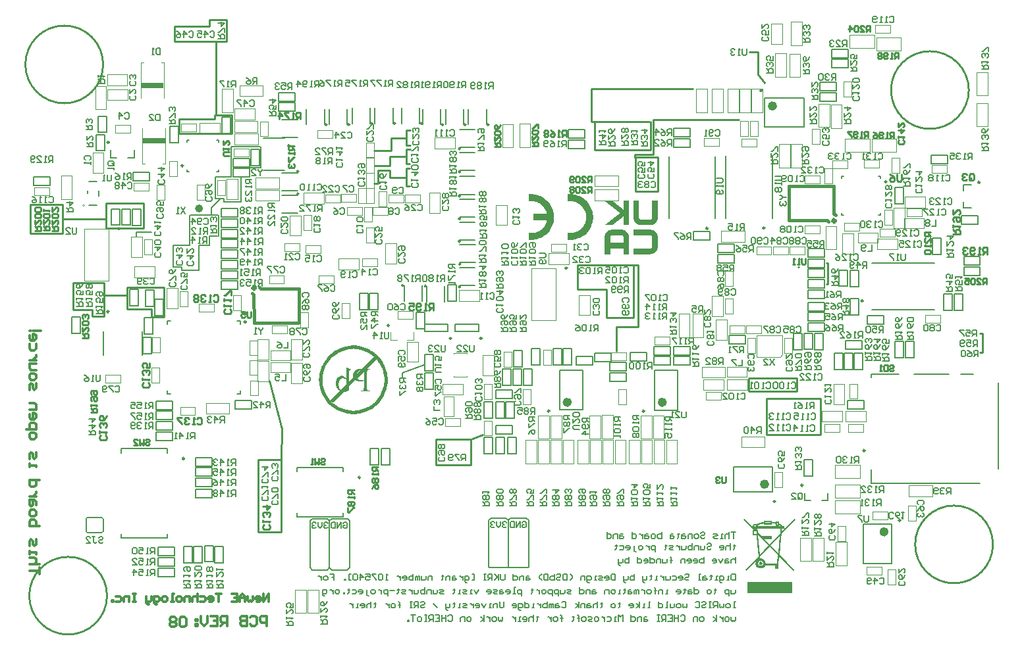
<source format=gbo>
G04*
G04 #@! TF.GenerationSoftware,Altium Limited,Altium Designer,23.11.1 (41)*
G04*
G04 Layer_Color=32896*
%FSLAX44Y44*%
%MOMM*%
G71*
G04*
G04 #@! TF.SameCoordinates,C7E8D478-9E5C-4E13-ACBB-AA16B9FF6824*
G04*
G04*
G04 #@! TF.FilePolarity,Positive*
G04*
G01*
G75*
%ADD10C,0.2540*%
%ADD11C,0.2500*%
%ADD12C,0.1000*%
%ADD13C,0.2000*%
%ADD15C,0.1270*%
%ADD16C,0.2032*%
%ADD116C,0.5080*%
%ADD117C,0.3048*%
%ADD184C,0.5000*%
%ADD218C,0.6000*%
%ADD219C,0.4000*%
%ADD220C,0.1200*%
%ADD221R,2.9600X0.6350*%
G36*
X1173766Y803957D02*
X1173035D01*
Y803774D01*
X1172303D01*
Y803592D01*
X1171938D01*
Y803409D01*
X1171572D01*
Y803226D01*
X1171023D01*
Y803043D01*
X1170840D01*
Y802860D01*
X1170475D01*
Y802677D01*
X1170109D01*
Y802494D01*
X1169926D01*
Y802311D01*
X1169743D01*
Y802129D01*
X1169377D01*
Y801946D01*
X1169194D01*
Y801763D01*
X1169012D01*
Y801580D01*
X1168646D01*
Y801214D01*
X1168463D01*
Y801031D01*
X1168280D01*
Y800848D01*
X1168097D01*
Y800665D01*
X1167914D01*
Y800482D01*
X1167731D01*
Y800300D01*
X1167549D01*
Y799934D01*
X1167366D01*
Y799751D01*
X1167183D01*
Y799385D01*
X1167000D01*
Y799019D01*
X1166817D01*
Y798837D01*
X1166634D01*
Y798471D01*
X1166451D01*
Y797922D01*
X1166268D01*
Y797557D01*
X1166086D01*
Y797008D01*
X1165903D01*
Y796093D01*
X1165720D01*
Y794630D01*
X1165537D01*
Y772685D01*
X1172852D01*
Y779817D01*
X1189860D01*
Y772685D01*
X1196992D01*
Y796093D01*
X1196809D01*
Y796825D01*
X1196626D01*
Y797374D01*
X1196443D01*
Y797922D01*
X1196261D01*
Y798288D01*
X1196078D01*
Y798837D01*
X1195895D01*
Y799019D01*
X1195712D01*
Y799385D01*
X1195529D01*
Y799751D01*
X1195346D01*
Y799934D01*
X1195163D01*
Y800117D01*
X1194980D01*
Y800482D01*
X1194798D01*
Y800665D01*
X1194615D01*
Y800848D01*
X1194432D01*
Y801031D01*
X1194249D01*
Y801214D01*
X1194066D01*
Y801397D01*
X1193883D01*
Y801580D01*
X1193700D01*
Y801763D01*
X1193518D01*
Y801946D01*
X1193335D01*
Y802129D01*
X1192969D01*
Y802311D01*
X1192786D01*
Y802494D01*
X1192603D01*
Y802677D01*
X1192237D01*
Y802860D01*
X1191871D01*
Y803043D01*
X1191689D01*
Y803226D01*
X1191140D01*
Y803409D01*
X1190774D01*
Y803592D01*
X1190226D01*
Y803774D01*
X1189677D01*
Y803957D01*
X1188945D01*
Y804140D01*
X1173766D01*
Y803957D01*
D02*
G37*
G36*
X1196992Y832669D02*
Y841448D01*
X1189860D01*
Y830109D01*
X1189494D01*
Y830292D01*
X1189311D01*
Y830475D01*
X1189128D01*
Y830658D01*
X1188945D01*
Y830841D01*
X1188763D01*
Y831023D01*
X1188397D01*
Y831206D01*
X1188214D01*
Y831389D01*
X1188031D01*
Y831572D01*
X1187848D01*
Y831755D01*
X1187482D01*
Y831938D01*
X1187299D01*
Y832121D01*
X1187117D01*
Y832304D01*
X1186751D01*
Y832486D01*
X1186568D01*
Y832669D01*
X1186385D01*
Y832852D01*
X1186202D01*
Y833035D01*
X1186019D01*
Y833218D01*
X1185654D01*
Y833401D01*
X1185471D01*
Y833584D01*
X1185288D01*
Y833767D01*
X1185105D01*
Y833950D01*
X1184739D01*
Y834133D01*
X1184556D01*
Y834315D01*
X1184373D01*
Y834498D01*
X1184008D01*
Y834681D01*
X1183825D01*
Y834864D01*
X1183642D01*
Y835047D01*
X1183459D01*
Y835230D01*
X1183276D01*
Y835413D01*
X1182910D01*
Y835595D01*
X1182728D01*
Y835778D01*
X1182545D01*
Y835961D01*
X1182362D01*
Y836144D01*
X1181996D01*
Y836327D01*
X1181813D01*
Y836510D01*
X1181630D01*
Y836693D01*
X1181264D01*
Y836876D01*
X1181082D01*
Y837058D01*
X1180899D01*
Y837241D01*
X1180716D01*
Y837424D01*
X1180533D01*
Y837607D01*
X1180167D01*
Y837790D01*
X1179984D01*
Y837973D01*
X1179801D01*
Y838156D01*
X1179619D01*
Y838339D01*
X1179253D01*
Y838522D01*
X1179070D01*
Y838705D01*
X1178887D01*
Y838887D01*
X1178521D01*
Y839070D01*
X1178338D01*
Y839253D01*
X1178156D01*
Y839436D01*
X1177973D01*
Y839619D01*
X1177790D01*
Y839802D01*
X1177424D01*
Y839985D01*
X1177241D01*
Y840167D01*
X1177058D01*
Y840350D01*
X1176875D01*
Y840533D01*
X1176510D01*
Y840716D01*
X1176327D01*
Y840899D01*
X1176144D01*
Y841082D01*
X1175778D01*
Y841265D01*
X1175595D01*
Y841448D01*
X1165720D01*
Y841265D01*
X1165903D01*
Y841082D01*
X1166086D01*
Y840899D01*
X1166268D01*
Y840716D01*
X1166451D01*
Y840533D01*
X1166817D01*
Y840350D01*
X1167000D01*
Y840167D01*
X1167183D01*
Y839985D01*
X1167549D01*
Y839802D01*
X1167731D01*
Y839619D01*
X1167914D01*
Y839436D01*
X1168097D01*
Y839253D01*
X1168463D01*
Y839070D01*
X1168646D01*
Y838887D01*
X1168829D01*
Y838705D01*
X1169194D01*
Y838522D01*
X1169377D01*
Y838339D01*
X1169560D01*
Y838156D01*
X1169743D01*
Y837973D01*
X1170109D01*
Y837790D01*
X1170292D01*
Y837607D01*
X1170475D01*
Y837424D01*
X1170658D01*
Y837241D01*
X1171023D01*
Y837058D01*
X1171206D01*
Y836876D01*
X1171389D01*
Y836693D01*
X1171755D01*
Y836510D01*
X1171938D01*
Y836327D01*
X1172121D01*
Y836144D01*
X1172303D01*
Y835961D01*
X1172669D01*
Y835778D01*
X1172852D01*
Y835595D01*
X1173035D01*
Y835413D01*
X1173218D01*
Y835230D01*
X1173584D01*
Y835047D01*
X1173766D01*
Y834864D01*
X1173949D01*
Y834681D01*
X1174132D01*
Y834498D01*
X1174498D01*
Y834315D01*
X1174681D01*
Y834133D01*
X1174864D01*
Y833950D01*
X1175229D01*
Y833767D01*
X1175412D01*
Y833584D01*
X1175595D01*
Y833401D01*
X1175778D01*
Y833218D01*
X1176144D01*
Y833035D01*
X1176327D01*
Y832852D01*
X1176510D01*
Y832669D01*
X1176875D01*
Y832486D01*
X1177058D01*
Y832304D01*
X1177241D01*
Y832121D01*
X1177424D01*
Y831938D01*
X1177790D01*
Y831755D01*
X1177973D01*
Y831572D01*
X1178156D01*
Y831389D01*
X1178338D01*
Y831206D01*
X1178704D01*
Y831023D01*
X1178887D01*
Y830841D01*
X1179070D01*
Y830658D01*
X1179436D01*
Y830475D01*
X1179619D01*
Y830292D01*
X1179801D01*
Y830109D01*
X1179984D01*
Y829926D01*
X1180350D01*
Y829743D01*
X1180533D01*
Y829560D01*
X1180716D01*
Y829378D01*
X1180899D01*
Y829195D01*
X1181264D01*
Y829012D01*
X1181447D01*
Y828829D01*
X1181630D01*
Y828646D01*
X1181813D01*
Y828463D01*
X1182179D01*
Y828280D01*
X1182362D01*
Y828097D01*
X1182545D01*
Y827915D01*
X1182910D01*
Y827732D01*
X1183093D01*
Y827549D01*
X1183276D01*
Y827366D01*
X1183459D01*
Y827183D01*
X1183825D01*
Y827000D01*
X1184008D01*
Y826817D01*
X1184191D01*
Y826634D01*
X1184556D01*
Y826451D01*
X1184739D01*
Y826269D01*
X1184922D01*
Y826086D01*
X1185105D01*
Y825903D01*
X1185471D01*
Y825720D01*
X1185654D01*
Y825537D01*
X1185288D01*
Y825354D01*
X1185105D01*
Y825171D01*
X1184922D01*
Y824988D01*
X1184739D01*
Y824806D01*
X1184373D01*
Y824623D01*
X1184191D01*
Y824440D01*
X1184008D01*
Y824257D01*
X1183825D01*
Y824074D01*
X1183459D01*
Y823891D01*
X1183276D01*
Y823708D01*
X1183093D01*
Y823525D01*
X1182728D01*
Y823343D01*
X1182545D01*
Y823160D01*
X1182362D01*
Y822977D01*
X1182179D01*
Y822794D01*
X1181813D01*
Y822611D01*
X1181630D01*
Y822428D01*
X1181447D01*
Y822245D01*
X1181264D01*
Y822062D01*
X1180899D01*
Y821880D01*
X1180716D01*
Y821697D01*
X1180533D01*
Y821514D01*
X1180167D01*
Y821331D01*
X1179984D01*
Y821148D01*
X1179801D01*
Y820965D01*
X1179619D01*
Y820782D01*
X1179253D01*
Y820599D01*
X1179070D01*
Y820416D01*
X1178887D01*
Y820234D01*
X1178521D01*
Y820051D01*
X1178338D01*
Y819868D01*
X1178156D01*
Y819685D01*
X1177973D01*
Y819502D01*
X1177607D01*
Y819319D01*
X1177424D01*
Y819136D01*
X1177241D01*
Y818953D01*
X1177058D01*
Y818771D01*
X1176693D01*
Y818588D01*
X1176510D01*
Y818405D01*
X1176327D01*
Y818222D01*
X1176144D01*
Y818039D01*
X1175778D01*
Y817856D01*
X1175595D01*
Y817673D01*
X1175412D01*
Y817490D01*
X1175047D01*
Y817308D01*
X1174864D01*
Y817125D01*
X1174681D01*
Y816942D01*
X1174498D01*
Y816759D01*
X1174132D01*
Y816576D01*
X1173949D01*
Y816393D01*
X1173766D01*
Y816210D01*
X1173584D01*
Y816027D01*
X1173218D01*
Y815844D01*
X1173035D01*
Y815662D01*
X1172852D01*
Y815479D01*
X1172486D01*
Y815296D01*
X1172303D01*
Y815113D01*
X1172121D01*
Y814930D01*
X1171938D01*
Y814747D01*
X1171572D01*
Y814564D01*
X1171389D01*
Y814381D01*
X1171206D01*
Y814199D01*
X1170840D01*
Y814016D01*
X1170658D01*
Y813833D01*
X1170475D01*
Y813650D01*
X1170292D01*
Y813467D01*
X1169926D01*
Y813284D01*
X1169743D01*
Y813101D01*
X1169560D01*
Y812918D01*
X1169377D01*
Y812736D01*
X1169012D01*
Y812553D01*
X1168829D01*
Y812370D01*
X1168646D01*
Y812187D01*
X1168463D01*
Y812004D01*
X1168097D01*
Y811821D01*
X1167914D01*
Y811638D01*
X1167731D01*
Y811455D01*
X1167366D01*
Y811273D01*
X1167183D01*
Y811090D01*
X1167000D01*
Y810907D01*
X1166817D01*
Y810724D01*
X1166451D01*
Y810541D01*
X1166268D01*
Y810358D01*
X1166086D01*
Y810175D01*
X1165903D01*
Y809992D01*
X1175778D01*
Y810175D01*
X1175961D01*
Y810358D01*
X1176327D01*
Y810541D01*
X1176510D01*
Y810724D01*
X1176693D01*
Y810907D01*
X1177058D01*
Y811090D01*
X1177241D01*
Y811273D01*
X1177424D01*
Y811455D01*
X1177607D01*
Y811638D01*
X1177973D01*
Y811821D01*
X1178156D01*
Y812004D01*
X1178338D01*
Y812187D01*
X1178521D01*
Y812370D01*
X1178704D01*
Y812553D01*
X1179070D01*
Y812736D01*
X1179253D01*
Y812918D01*
X1179436D01*
Y813101D01*
X1179801D01*
Y813284D01*
X1179984D01*
Y813467D01*
X1180167D01*
Y813650D01*
X1180350D01*
Y813833D01*
X1180716D01*
Y814016D01*
X1180899D01*
Y814199D01*
X1181082D01*
Y814381D01*
X1181264D01*
Y814564D01*
X1181447D01*
Y814747D01*
X1181813D01*
Y814930D01*
X1181996D01*
Y815113D01*
X1182179D01*
Y815296D01*
X1182545D01*
Y815479D01*
X1182728D01*
Y815662D01*
X1182910D01*
Y815844D01*
X1183093D01*
Y816027D01*
X1183459D01*
Y816210D01*
X1183642D01*
Y816393D01*
X1183825D01*
Y816576D01*
X1184008D01*
Y816759D01*
X1184191D01*
Y816942D01*
X1184556D01*
Y817125D01*
X1184739D01*
Y817308D01*
X1184922D01*
Y817490D01*
X1185288D01*
Y817673D01*
X1185471D01*
Y817856D01*
X1185654D01*
Y818039D01*
X1185836D01*
Y818222D01*
X1186202D01*
Y818405D01*
X1186385D01*
Y818588D01*
X1186568D01*
Y818771D01*
X1186751D01*
Y818953D01*
X1186934D01*
Y819136D01*
X1187299D01*
Y819319D01*
X1187482D01*
Y819502D01*
X1187665D01*
Y819685D01*
X1188031D01*
Y819868D01*
X1188214D01*
Y820051D01*
X1188397D01*
Y820234D01*
X1188580D01*
Y820416D01*
X1188945D01*
Y820599D01*
X1189128D01*
Y820782D01*
X1189311D01*
Y820965D01*
X1189494D01*
Y821148D01*
X1189677D01*
Y821331D01*
X1189860D01*
Y809992D01*
X1196992D01*
Y832486D01*
Y832669D01*
D02*
G37*
G36*
X1205405Y772685D02*
X1224790D01*
Y772868D01*
X1226070D01*
Y773051D01*
X1226984D01*
Y773233D01*
X1227533D01*
Y773416D01*
X1227899D01*
Y773599D01*
X1228447D01*
Y773782D01*
X1228813D01*
Y773965D01*
X1229179D01*
Y774148D01*
X1229545D01*
Y774331D01*
X1229728D01*
Y774514D01*
X1229911D01*
Y774697D01*
X1230276D01*
Y774879D01*
X1230459D01*
Y775062D01*
X1230642D01*
Y775245D01*
X1231008D01*
Y775428D01*
X1231191D01*
Y775794D01*
X1231556D01*
Y775977D01*
X1231739D01*
Y776342D01*
X1231922D01*
Y776525D01*
X1232105D01*
Y776708D01*
X1232288D01*
Y777074D01*
X1232471D01*
Y777257D01*
X1232654D01*
Y777440D01*
X1232837D01*
Y777805D01*
X1233019D01*
Y778171D01*
X1233202D01*
Y778537D01*
X1233385D01*
Y779086D01*
X1233568D01*
Y779451D01*
X1233751D01*
Y780000D01*
X1233934D01*
Y780914D01*
X1234117D01*
Y782195D01*
X1234300D01*
Y794630D01*
X1234117D01*
Y796093D01*
X1233934D01*
Y797008D01*
X1233751D01*
Y797557D01*
X1233568D01*
Y797922D01*
X1233385D01*
Y798471D01*
X1233202D01*
Y798837D01*
X1233019D01*
Y799019D01*
X1232837D01*
Y799385D01*
X1232654D01*
Y799751D01*
X1232471D01*
Y799934D01*
X1232288D01*
Y800300D01*
X1232105D01*
Y800482D01*
X1231922D01*
Y800665D01*
X1231739D01*
Y800848D01*
X1231556D01*
Y801031D01*
X1231374D01*
Y801214D01*
X1231191D01*
Y801580D01*
X1230825D01*
Y801763D01*
X1230642D01*
Y801946D01*
X1230459D01*
Y802129D01*
X1230094D01*
Y802311D01*
X1229911D01*
Y802494D01*
X1229728D01*
Y802677D01*
X1229362D01*
Y802860D01*
X1228996D01*
Y803043D01*
X1228813D01*
Y803226D01*
X1228265D01*
Y803409D01*
X1227899D01*
Y803592D01*
X1227533D01*
Y803774D01*
X1226802D01*
Y803957D01*
X1226070D01*
Y804140D01*
X1202844D01*
Y797008D01*
X1225156D01*
Y796825D01*
X1225521D01*
Y796642D01*
X1225887D01*
Y796459D01*
X1226070D01*
Y796276D01*
X1226253D01*
Y796093D01*
X1226436D01*
Y795910D01*
X1226619D01*
Y795545D01*
X1226802D01*
Y795179D01*
X1226984D01*
Y781829D01*
X1226802D01*
Y781463D01*
X1226619D01*
Y781097D01*
X1226436D01*
Y780914D01*
X1226253D01*
Y780732D01*
X1226070D01*
Y780549D01*
X1225887D01*
Y780366D01*
X1225521D01*
Y780183D01*
X1225156D01*
Y780000D01*
X1202844D01*
Y772685D01*
X1205222D01*
X1205405D01*
D02*
G37*
G36*
X1209977Y827000D02*
Y841448D01*
X1202844D01*
Y818039D01*
X1203027D01*
Y817308D01*
X1203210D01*
Y816759D01*
X1203393D01*
Y816210D01*
X1203576D01*
Y815844D01*
X1203759D01*
Y815296D01*
X1203942D01*
Y815113D01*
X1204125D01*
Y814747D01*
X1204307D01*
Y814381D01*
X1204490D01*
Y814199D01*
X1204673D01*
Y814016D01*
X1204856D01*
Y813650D01*
X1205039D01*
Y813467D01*
X1205222D01*
Y813284D01*
X1205405D01*
Y813101D01*
X1205587D01*
Y812918D01*
X1205770D01*
Y812736D01*
X1205953D01*
Y812553D01*
X1206136D01*
Y812370D01*
X1206319D01*
Y812187D01*
X1206502D01*
Y812004D01*
X1206868D01*
Y811821D01*
X1207051D01*
Y811638D01*
X1207234D01*
Y811455D01*
X1207599D01*
Y811273D01*
X1207965D01*
Y811090D01*
X1208148D01*
Y810907D01*
X1208697D01*
Y810724D01*
X1209062D01*
Y810541D01*
X1209611D01*
Y810358D01*
X1210160D01*
Y810175D01*
X1210891D01*
Y809992D01*
X1226070D01*
Y810175D01*
X1226802D01*
Y810358D01*
X1227533D01*
Y810541D01*
X1227899D01*
Y810724D01*
X1228265D01*
Y810907D01*
X1228813D01*
Y811090D01*
X1228996D01*
Y811273D01*
X1229362D01*
Y811455D01*
X1229728D01*
Y811638D01*
X1229911D01*
Y811821D01*
X1230094D01*
Y812004D01*
X1230459D01*
Y812187D01*
X1230642D01*
Y812370D01*
X1230825D01*
Y812553D01*
X1231191D01*
Y812918D01*
X1231374D01*
Y813101D01*
X1231556D01*
Y813284D01*
X1231739D01*
Y813467D01*
X1231922D01*
Y813650D01*
X1232105D01*
Y813833D01*
X1232288D01*
Y814199D01*
X1232471D01*
Y814381D01*
X1232654D01*
Y814747D01*
X1232837D01*
Y815113D01*
X1233019D01*
Y815296D01*
X1233202D01*
Y815662D01*
X1233385D01*
Y816210D01*
X1233568D01*
Y816576D01*
X1233751D01*
Y817125D01*
X1233934D01*
Y818039D01*
X1234117D01*
Y819502D01*
X1234300D01*
Y841448D01*
X1226984D01*
Y818953D01*
X1226802D01*
Y818588D01*
X1226619D01*
Y818222D01*
X1226436D01*
Y818039D01*
X1226253D01*
Y817856D01*
X1226070D01*
Y817673D01*
X1225887D01*
Y817490D01*
X1225521D01*
Y817308D01*
X1225156D01*
Y817125D01*
X1211988D01*
Y817308D01*
X1211440D01*
Y817490D01*
X1211074D01*
Y817673D01*
X1210891D01*
Y817856D01*
X1210708D01*
Y818039D01*
X1210525D01*
Y818222D01*
X1210342D01*
Y818588D01*
X1210160D01*
Y819136D01*
X1209977D01*
Y826817D01*
Y827000D01*
D02*
G37*
G36*
X1123752Y849887D02*
X1125921Y849622D01*
X1127985Y849199D01*
X1129942Y848617D01*
X1131794Y847982D01*
X1133487Y847241D01*
X1135127Y846448D01*
X1136556Y845654D01*
X1137879Y844861D01*
X1139043Y844067D01*
X1140048Y843326D01*
X1140894Y842691D01*
X1141529Y842109D01*
X1142006Y841686D01*
X1142323Y841422D01*
X1142429Y841316D01*
X1143963Y839676D01*
X1145286Y837930D01*
X1146450Y836184D01*
X1147402Y834438D01*
X1148249Y832639D01*
X1148937Y830946D01*
X1149519Y829253D01*
X1149995Y827665D01*
X1150312Y826184D01*
X1150577Y824808D01*
X1150788Y823591D01*
X1150894Y822533D01*
X1150947Y822057D01*
X1151000Y821634D01*
Y821316D01*
X1151053Y820999D01*
Y820787D01*
Y820629D01*
Y820523D01*
Y820470D01*
X1150947Y818248D01*
X1150683Y816078D01*
X1150259Y814015D01*
X1149677Y812057D01*
X1149042Y810206D01*
X1148302Y808513D01*
X1147561Y806925D01*
X1146714Y805444D01*
X1145921Y804174D01*
X1145180Y803010D01*
X1144439Y802005D01*
X1143752Y801158D01*
X1143223Y800524D01*
X1142799Y799994D01*
X1142535Y799730D01*
X1142429Y799624D01*
X1140789Y798090D01*
X1139043Y796767D01*
X1137297Y795603D01*
X1135498Y794651D01*
X1133752Y793804D01*
X1132006Y793116D01*
X1130313Y792534D01*
X1128726Y792058D01*
X1127244Y791741D01*
X1125869Y791476D01*
X1124652Y791264D01*
X1123594Y791159D01*
X1123117Y791106D01*
X1122694Y791053D01*
X1122377D01*
X1122059Y791000D01*
X1120419D01*
X1119943Y791053D01*
X1119096D01*
X1118832Y791106D01*
X1118567D01*
Y800047D01*
X1119573Y799941D01*
X1120102Y799889D01*
X1120525D01*
X1120948Y799836D01*
X1121530D01*
X1123117Y799889D01*
X1124599Y800100D01*
X1126027Y800418D01*
X1127403Y800788D01*
X1128673Y801211D01*
X1129890Y801740D01*
X1131001Y802269D01*
X1132006Y802851D01*
X1132958Y803433D01*
X1133752Y803962D01*
X1134440Y804492D01*
X1135022Y804915D01*
X1135498Y805338D01*
X1135868Y805603D01*
X1136080Y805814D01*
X1136133Y805867D01*
X1137191Y807031D01*
X1138143Y808248D01*
X1138937Y809465D01*
X1139625Y810735D01*
X1140207Y811952D01*
X1140683Y813168D01*
X1141106Y814333D01*
X1141424Y815444D01*
X1141635Y816502D01*
X1141847Y817454D01*
X1141953Y818301D01*
X1142058Y819041D01*
X1142111Y819623D01*
X1142164Y820099D01*
Y820364D01*
Y820470D01*
X1142111Y822057D01*
X1141900Y823539D01*
X1141582Y825020D01*
X1141212Y826396D01*
X1140789Y827665D01*
X1140260Y828882D01*
X1139731Y829993D01*
X1139149Y830999D01*
X1138567Y831898D01*
X1138037Y832692D01*
X1137508Y833432D01*
X1137085Y834014D01*
X1136662Y834438D01*
X1136397Y834808D01*
X1136186Y835020D01*
X1136133Y835072D01*
X1134969Y836131D01*
X1133752Y837083D01*
X1132535Y837877D01*
X1131265Y838617D01*
X1130048Y839199D01*
X1128831Y839676D01*
X1127667Y840099D01*
X1126556Y840416D01*
X1125498Y840628D01*
X1124546Y840839D01*
X1123699Y840998D01*
X1122959Y841051D01*
X1122377Y841104D01*
X1121900Y841157D01*
X1121530D01*
X1120419Y841104D01*
X1119943D01*
X1119467Y841051D01*
X1119096Y840998D01*
X1118832D01*
X1118620Y840945D01*
X1118567D01*
Y849834D01*
X1119573Y849940D01*
X1120049D01*
X1120525Y849993D01*
X1121530D01*
X1123752Y849887D01*
D02*
G37*
G36*
X1073595Y849887D02*
X1075764Y849622D01*
X1077828Y849199D01*
X1079786Y848617D01*
X1081637Y847982D01*
X1083330Y847241D01*
X1084918Y846448D01*
X1086399Y845654D01*
X1087669Y844861D01*
X1088833Y844067D01*
X1089838Y843326D01*
X1090685Y842691D01*
X1091320Y842109D01*
X1091849Y841686D01*
X1092113Y841422D01*
X1092219Y841316D01*
X1093753Y839676D01*
X1095076Y837930D01*
X1096240Y836184D01*
X1097192Y834438D01*
X1098039Y832639D01*
X1098727Y830946D01*
X1099309Y829253D01*
X1099785Y827665D01*
X1100102Y826184D01*
X1100367Y824808D01*
X1100579Y823591D01*
X1100684Y822533D01*
X1100737Y822057D01*
X1100790Y821634D01*
Y821316D01*
X1100843Y820999D01*
Y820787D01*
Y820629D01*
Y820523D01*
Y820470D01*
X1100737Y818248D01*
X1100473Y816078D01*
X1100049Y814015D01*
X1099467Y812057D01*
X1098832Y810206D01*
X1098092Y808513D01*
X1097351Y806925D01*
X1096505Y805444D01*
X1095711Y804174D01*
X1094970Y803010D01*
X1094230Y802005D01*
X1093542Y801158D01*
X1093013Y800524D01*
X1092589Y799994D01*
X1092325Y799730D01*
X1092219Y799624D01*
X1090579Y798090D01*
X1088833Y796767D01*
X1087087Y795603D01*
X1085341Y794651D01*
X1083542Y793804D01*
X1081849Y793116D01*
X1080156Y792534D01*
X1078569Y792058D01*
X1077087Y791741D01*
X1075712Y791476D01*
X1074495Y791264D01*
X1073437Y791159D01*
X1072960Y791106D01*
X1072537Y791053D01*
X1072220D01*
X1071902Y791000D01*
X1070262D01*
X1069786Y791053D01*
X1068939D01*
X1068675Y791106D01*
X1068410D01*
X1068463Y800047D01*
X1069469Y799941D01*
X1069945Y799889D01*
X1070421D01*
X1070791Y799836D01*
X1071373D01*
X1072696Y799889D01*
X1074019Y800047D01*
X1075288Y800259D01*
X1076452Y800523D01*
X1077616Y800894D01*
X1078674Y801264D01*
X1079680Y801687D01*
X1080579Y802111D01*
X1081426Y802534D01*
X1082166Y802957D01*
X1082801Y803328D01*
X1083330Y803698D01*
X1083754Y803962D01*
X1084071Y804174D01*
X1084283Y804333D01*
X1084336Y804386D01*
X1085341Y805285D01*
X1086293Y806185D01*
X1087087Y807137D01*
X1087828Y808142D01*
X1088515Y809095D01*
X1089097Y810100D01*
X1089626Y811052D01*
X1090050Y811952D01*
X1090420Y812798D01*
X1090738Y813592D01*
X1091002Y814280D01*
X1091214Y814914D01*
X1091373Y815391D01*
X1091478Y815761D01*
X1091531Y815973D01*
Y816078D01*
X1074283Y816078D01*
Y824914D01*
X1091531Y824914D01*
X1091214Y826237D01*
X1090790Y827454D01*
X1090314Y828671D01*
X1089785Y829782D01*
X1089203Y830787D01*
X1088621Y831739D01*
X1087986Y832639D01*
X1087404Y833432D01*
X1086822Y834173D01*
X1086240Y834808D01*
X1085764Y835337D01*
X1085288Y835760D01*
X1084918Y836131D01*
X1084653Y836395D01*
X1084442Y836554D01*
X1084389Y836607D01*
X1083278Y837401D01*
X1082166Y838088D01*
X1081055Y838723D01*
X1079944Y839252D01*
X1078833Y839676D01*
X1077775Y840046D01*
X1076717Y840363D01*
X1075712Y840575D01*
X1074812Y840787D01*
X1073966Y840892D01*
X1073225Y840998D01*
X1072590Y841104D01*
X1072061D01*
X1071691Y841157D01*
X1071373D01*
X1070262Y841104D01*
X1069786D01*
X1069310Y841051D01*
X1068939Y840998D01*
X1068675D01*
X1068463Y840945D01*
X1068410D01*
Y849834D01*
X1069045Y849887D01*
X1069574Y849940D01*
X1070103D01*
X1070527Y849993D01*
X1071373D01*
X1073595Y849887D01*
D02*
G37*
G36*
X1411000Y430759D02*
X1393064Y412082D01*
X1392535Y407056D01*
X1391424Y394834D01*
X1390524Y386051D01*
X1409730Y366316D01*
X1408407Y365047D01*
X1390366Y383564D01*
X1389308Y372189D01*
X1388726D01*
Y367851D01*
X1384705D01*
Y372189D01*
X1372271D01*
X1371795Y371343D01*
X1371213Y370496D01*
X1370314Y369544D01*
X1369150Y368750D01*
X1367827Y368327D01*
X1366557Y368168D01*
X1365234Y368221D01*
X1364282Y368486D01*
X1363171Y368962D01*
X1362219Y369544D01*
X1361478Y370285D01*
X1360737Y371343D01*
X1360208Y372507D01*
X1359891Y373618D01*
X1359785Y374517D01*
X1359891Y375628D01*
X1360049Y376475D01*
X1360367Y377268D01*
X1360843Y378168D01*
X1361372Y378909D01*
X1362113Y379596D01*
X1362906Y380125D01*
X1363647Y380496D01*
X1363541Y381448D01*
X1347722Y365047D01*
X1346399Y366369D01*
X1363383Y383935D01*
X1362007Y399278D01*
X1361055Y410389D01*
X1355975D01*
Y417532D01*
X1357298D01*
X1344442Y430759D01*
X1345764Y432028D01*
X1357880Y419542D01*
Y420442D01*
X1357616Y420653D01*
X1357298Y420865D01*
X1356981Y421182D01*
X1356663Y421553D01*
X1356505Y422029D01*
X1356346Y422452D01*
X1356293Y422981D01*
X1356399Y423669D01*
X1356557Y424039D01*
X1357034Y424780D01*
X1357563Y425256D01*
X1358250Y425574D01*
X1358991Y425679D01*
X1359732Y425574D01*
X1360367Y425309D01*
X1360896Y424992D01*
X1361160Y424674D01*
X1361637Y425097D01*
X1362430Y425626D01*
X1363383Y426103D01*
X1364758Y426632D01*
X1366240Y427055D01*
X1367721Y427372D01*
X1369308Y427637D01*
X1370578Y427796D01*
Y429383D01*
X1380737D01*
Y428007D01*
X1381530D01*
X1382853Y427849D01*
X1384228Y427690D01*
X1385551Y427478D01*
Y428325D01*
X1389942D01*
Y426261D01*
X1390472Y425997D01*
X1391159Y425679D01*
X1391953Y425203D01*
X1392588Y424780D01*
X1393170Y424251D01*
X1393593Y423881D01*
X1393858Y423510D01*
X1394069Y423087D01*
X1393963Y422346D01*
X1396503D01*
Y419119D01*
X1393699D01*
X1393276Y414939D01*
X1409677Y432028D01*
X1411000Y430759D01*
D02*
G37*
G36*
X1407138Y350391D02*
Y350126D01*
Y349756D01*
Y349386D01*
Y348963D01*
Y348592D01*
Y348328D01*
Y348275D01*
Y348222D01*
Y346476D01*
Y345629D01*
Y344836D01*
Y344201D01*
Y343672D01*
Y343460D01*
Y343301D01*
Y343248D01*
Y343195D01*
Y342190D01*
Y341291D01*
Y340444D01*
Y339704D01*
Y339069D01*
Y338645D01*
Y338328D01*
Y338275D01*
Y338222D01*
Y337481D01*
Y336952D01*
Y336529D01*
Y336264D01*
Y336106D01*
Y336053D01*
Y336000D01*
X1349309D01*
Y336106D01*
Y336370D01*
Y336688D01*
Y337111D01*
Y337534D01*
Y337852D01*
Y338116D01*
Y338222D01*
Y339968D01*
Y340815D01*
Y341555D01*
Y342243D01*
Y342719D01*
Y342931D01*
Y343090D01*
Y343143D01*
Y343195D01*
Y344201D01*
Y345153D01*
Y346000D01*
Y346740D01*
Y347375D01*
Y347851D01*
Y348116D01*
Y348222D01*
Y348645D01*
Y348963D01*
Y349544D01*
Y349968D01*
Y350232D01*
Y350391D01*
Y350444D01*
Y350497D01*
X1407138D01*
Y350391D01*
D02*
G37*
G36*
X844462Y655224D02*
X846155Y655118D01*
X847795Y654959D01*
X849382Y654695D01*
X850969Y654430D01*
X852451Y654060D01*
X855414Y653266D01*
X858165Y652261D01*
X860758Y651150D01*
X863138Y649986D01*
X864249Y649404D01*
X865308Y648769D01*
X866313Y648187D01*
X867265Y647552D01*
X868165Y646970D01*
X869011Y646388D01*
X869805Y645806D01*
X870546Y645277D01*
X871180Y644748D01*
X871762Y644272D01*
X872291Y643849D01*
X872768Y643478D01*
X873191Y643108D01*
X873508Y642843D01*
X873773Y642579D01*
X873932Y642420D01*
X874037Y642314D01*
X874090Y642261D01*
X875254Y641044D01*
X876365Y639775D01*
X877371Y638505D01*
X878376Y637182D01*
X879222Y635859D01*
X880069Y634590D01*
X880863Y633214D01*
X881550Y631891D01*
X882185Y630569D01*
X882820Y629246D01*
X883826Y626654D01*
X884725Y624167D01*
X885360Y621786D01*
X885942Y619511D01*
X886153Y618453D01*
X886312Y617447D01*
X886471Y616548D01*
X886630Y615649D01*
X886736Y614802D01*
X886788Y614061D01*
X886841Y613373D01*
X886894Y612791D01*
X886947Y612262D01*
Y611786D01*
X887000Y611469D01*
Y611204D01*
Y611045D01*
Y610993D01*
X886947Y609300D01*
X886841Y607607D01*
X886683Y605966D01*
X886418Y604379D01*
X886153Y602792D01*
X885783Y601310D01*
X884989Y598348D01*
X883984Y595596D01*
X882926Y593004D01*
X881762Y590623D01*
X881127Y589512D01*
X880545Y588454D01*
X879963Y587449D01*
X879328Y586496D01*
X878746Y585597D01*
X878164Y584750D01*
X877635Y583956D01*
X877106Y583216D01*
X876577Y582581D01*
X876101Y581999D01*
X875678Y581470D01*
X875254Y580994D01*
X874937Y580570D01*
X874620Y580253D01*
X874408Y579988D01*
X874249Y579830D01*
X874143Y579724D01*
X874090Y579671D01*
X872874Y578507D01*
X871604Y577396D01*
X870334Y576338D01*
X869011Y575385D01*
X867689Y574486D01*
X866366Y573639D01*
X865043Y572899D01*
X863720Y572158D01*
X862398Y571523D01*
X861075Y570941D01*
X858483Y569883D01*
X855943Y569036D01*
X853562Y568349D01*
X851340Y567820D01*
X850282Y567555D01*
X849277Y567396D01*
X848324Y567238D01*
X847425Y567132D01*
X846578Y566973D01*
X845837Y566920D01*
X845150Y566867D01*
X844568Y566814D01*
X844038Y566761D01*
X843562D01*
X843245Y566708D01*
X842769D01*
X841076Y566761D01*
X839383Y566867D01*
X837742Y567026D01*
X836155Y567290D01*
X834621Y567555D01*
X833086Y567925D01*
X830177Y568719D01*
X827425Y569724D01*
X824833Y570835D01*
X822452Y571999D01*
X821341Y572581D01*
X820283Y573216D01*
X819277Y573798D01*
X818325Y574380D01*
X817426Y575015D01*
X816579Y575597D01*
X815786Y576126D01*
X815045Y576655D01*
X814410Y577184D01*
X813828Y577660D01*
X813299Y578084D01*
X812823Y578454D01*
X812399Y578824D01*
X812082Y579142D01*
X811817Y579353D01*
X811659Y579512D01*
X811553Y579618D01*
X811500Y579671D01*
X810336Y580888D01*
X809225Y582158D01*
X808167Y583427D01*
X807214Y584750D01*
X806315Y586073D01*
X805469Y587396D01*
X804675Y588718D01*
X803987Y590041D01*
X803299Y591364D01*
X802717Y592686D01*
X801659Y595279D01*
X800813Y597818D01*
X800125Y600199D01*
X799596Y602421D01*
X799331Y603480D01*
X799172Y604485D01*
X799014Y605437D01*
X798855Y606337D01*
X798749Y607183D01*
X798696Y607924D01*
X798643Y608612D01*
X798590Y609194D01*
X798538Y609723D01*
X798485Y610199D01*
Y610516D01*
Y610781D01*
Y610940D01*
Y610993D01*
X798538Y612686D01*
X798643Y614379D01*
X798802Y616019D01*
X799067Y617606D01*
X799331Y619141D01*
X799702Y620675D01*
X800495Y623585D01*
X801500Y626336D01*
X802611Y628928D01*
X803775Y631309D01*
X804357Y632420D01*
X804992Y633479D01*
X805574Y634484D01*
X806209Y635436D01*
X806791Y636336D01*
X807373Y637182D01*
X807955Y637976D01*
X808484Y638717D01*
X809013Y639351D01*
X809490Y639933D01*
X809913Y640462D01*
X810283Y640939D01*
X810653Y641362D01*
X810918Y641679D01*
X811182Y641944D01*
X811341Y642103D01*
X811447Y642208D01*
X811500Y642261D01*
X812717Y643425D01*
X813987Y644536D01*
X815257Y645595D01*
X816579Y646547D01*
X817902Y647446D01*
X819172Y648293D01*
X820547Y649087D01*
X821870Y649774D01*
X823193Y650462D01*
X824515Y651044D01*
X827108Y652102D01*
X829595Y652949D01*
X831975Y653637D01*
X834250Y654166D01*
X835309Y654430D01*
X836314Y654589D01*
X837213Y654748D01*
X838113Y654906D01*
X838959Y655012D01*
X839700Y655065D01*
X840388Y655118D01*
X840970Y655171D01*
X841499Y655224D01*
X841975Y655277D01*
X842769D01*
X844462Y655224D01*
D02*
G37*
%LPC*%
G36*
X1174681Y797008D02*
X1187848D01*
Y796825D01*
X1188397D01*
Y796642D01*
X1188763D01*
Y796459D01*
X1188945D01*
Y796276D01*
X1189128D01*
Y796093D01*
X1189311D01*
Y795910D01*
X1189494D01*
Y795545D01*
X1189677D01*
Y794996D01*
X1189860D01*
Y787132D01*
X1172852D01*
Y795179D01*
X1173035D01*
Y795545D01*
X1173218D01*
Y795910D01*
X1173401D01*
Y796093D01*
X1173584D01*
Y796276D01*
X1173766D01*
Y796459D01*
X1173949D01*
Y796642D01*
X1174315D01*
Y796825D01*
X1174681D01*
Y797008D01*
D02*
G37*
G36*
X1378832Y427584D02*
X1372377D01*
Y426526D01*
X1378832D01*
Y427584D01*
D02*
G37*
G36*
X1380737Y426103D02*
Y424674D01*
X1370578D01*
Y425891D01*
X1368462Y425574D01*
X1366557Y425097D01*
X1364970Y424674D01*
X1363700Y424092D01*
X1362695Y423510D01*
X1361954Y422822D01*
Y422346D01*
X1385551D01*
Y425468D01*
X1384123Y425732D01*
X1382535Y425944D01*
X1380737Y426103D01*
D02*
G37*
G36*
X1388144Y426526D02*
X1387403D01*
Y424092D01*
X1388091D01*
X1388144Y426526D01*
D02*
G37*
G36*
X1389942Y424145D02*
Y422346D01*
X1392112D01*
X1392165Y422664D01*
X1391636Y423193D01*
X1390948Y423669D01*
X1389942Y424145D01*
D02*
G37*
G36*
X1359256Y423828D02*
X1359097D01*
X1358780Y423775D01*
X1358568Y423669D01*
X1358356Y423563D01*
X1358250Y423404D01*
X1358145Y423087D01*
Y422981D01*
Y422928D01*
X1358198Y422611D01*
X1358303Y422399D01*
X1358462Y422240D01*
X1358621Y422135D01*
X1358938Y422029D01*
X1359097D01*
X1359415Y422082D01*
X1359626Y422187D01*
X1359785Y422293D01*
X1359891Y422505D01*
X1359996Y422769D01*
Y422875D01*
Y422928D01*
X1359944Y423246D01*
X1359838Y423457D01*
X1359732Y423616D01*
X1359520Y423722D01*
X1359256Y423828D01*
D02*
G37*
G36*
X1361372Y415733D02*
X1357827D01*
Y412241D01*
X1361372D01*
Y415733D01*
D02*
G37*
G36*
X1379096Y407743D02*
X1369573D01*
Y407161D01*
X1379096D01*
Y407743D01*
D02*
G37*
G36*
X1391847Y419119D02*
X1362219D01*
X1362377Y417532D01*
X1363171D01*
Y414145D01*
X1367615Y409595D01*
X1380948D01*
X1380948Y405363D01*
X1371742D01*
X1377879Y399014D01*
X1391265Y412929D01*
X1391847Y419119D01*
D02*
G37*
G36*
X1391001Y409966D02*
X1379149Y397691D01*
X1388884Y387691D01*
X1391001Y409966D01*
D02*
G37*
G36*
X1363171Y411500D02*
Y410389D01*
X1362959D01*
X1365076Y385734D01*
X1376610Y397691D01*
X1369150Y405363D01*
X1367615D01*
Y406897D01*
X1363171Y411500D01*
D02*
G37*
G36*
X1377879Y396368D02*
X1365287Y383300D01*
X1365499Y381025D01*
X1366346Y381078D01*
X1367298Y381025D01*
X1368462Y380707D01*
X1369573Y380125D01*
X1370419Y379543D01*
X1371213Y378750D01*
X1371901Y377745D01*
X1372483Y376475D01*
X1372747Y375046D01*
X1372695Y374094D01*
X1387615D01*
X1388673Y385257D01*
X1377879Y396368D01*
D02*
G37*
G36*
X1366610Y377850D02*
X1366293D01*
X1365711Y377798D01*
X1365234Y377692D01*
X1364811Y377533D01*
X1364441Y377374D01*
X1364123Y377110D01*
X1363912Y376845D01*
X1363488Y376263D01*
X1363277Y375628D01*
X1363171Y375152D01*
X1363118Y374940D01*
Y374782D01*
Y374676D01*
Y374623D01*
X1363171Y374041D01*
X1363277Y373565D01*
X1363436Y373142D01*
X1363594Y372771D01*
X1363859Y372507D01*
X1364123Y372242D01*
X1364705Y371872D01*
X1365287Y371607D01*
X1365816Y371501D01*
X1365975Y371449D01*
X1366293D01*
X1366875Y371501D01*
X1367351Y371607D01*
X1367774Y371766D01*
X1368144Y371925D01*
X1368462Y372189D01*
X1368726Y372454D01*
X1369097Y373036D01*
X1369361Y373618D01*
X1369467Y374147D01*
X1369520Y374305D01*
Y374464D01*
Y374570D01*
Y374623D01*
X1369467Y375205D01*
X1369361Y375681D01*
X1369203Y376104D01*
X1368991Y376475D01*
X1368779Y376792D01*
X1368515Y377057D01*
X1367880Y377427D01*
X1367298Y377692D01*
X1366769Y377798D01*
X1366610Y377850D01*
D02*
G37*
G36*
X1386927Y372242D02*
X1386503D01*
Y369650D01*
X1386927D01*
Y372242D01*
D02*
G37*
%LPD*%
G36*
X1367033Y376686D02*
X1367562Y376475D01*
X1367933Y376104D01*
X1368197Y375734D01*
X1368356Y375311D01*
X1368409Y374940D01*
X1368462Y374729D01*
Y374623D01*
X1368356Y373935D01*
X1368144Y373406D01*
X1367774Y373036D01*
X1367351Y372771D01*
X1366980Y372612D01*
X1366610Y372560D01*
X1366398Y372507D01*
X1366293D01*
X1365605Y372612D01*
X1365076Y372824D01*
X1364705Y373195D01*
X1364441Y373565D01*
X1364282Y373935D01*
X1364229Y374305D01*
X1364176Y374517D01*
Y374623D01*
X1364282Y375364D01*
X1364494Y375893D01*
X1364864Y376263D01*
X1365234Y376528D01*
X1365605Y376686D01*
X1365975Y376739D01*
X1366187Y376792D01*
X1366293D01*
X1367033Y376686D01*
D02*
G37*
%LPC*%
G36*
X1366346Y374940D02*
X1366293D01*
X1366081Y374888D01*
X1366028Y374782D01*
X1365975Y374676D01*
Y374623D01*
X1366028Y374464D01*
X1366134Y374358D01*
X1366240Y374305D01*
X1366293D01*
X1366451Y374358D01*
X1366557Y374464D01*
X1366610Y374570D01*
Y374623D01*
X1366557Y374835D01*
X1366451Y374888D01*
X1366346Y374940D01*
D02*
G37*
G36*
X869276Y640727D02*
X869249Y640701D01*
X869805Y640198D01*
X870916Y639140D01*
X869276Y640727D01*
D02*
G37*
G36*
X870916Y639140D02*
X870971Y639083D01*
X870969Y639087D01*
X870916Y639140D01*
D02*
G37*
G36*
X851869Y623320D02*
X851234Y623109D01*
X850652Y622897D01*
X850440Y622791D01*
X850282Y622738D01*
X850176Y622632D01*
X850123D01*
X849647Y622315D01*
X849171Y621945D01*
X848800Y621521D01*
X848483Y621151D01*
X848218Y620781D01*
X848060Y620463D01*
X847954Y620252D01*
X847901Y620199D01*
X847636Y619617D01*
X847478Y619246D01*
X847425Y618982D01*
X847372Y618876D01*
X851869Y623320D01*
D02*
G37*
G36*
X856207Y621363D02*
X848007Y613215D01*
X848271Y612791D01*
X848536Y612474D01*
X848695Y612262D01*
X848747Y612210D01*
X849382Y611628D01*
X850070Y611151D01*
X850705Y610834D01*
X851287Y610622D01*
X851816Y610517D01*
X852239Y610463D01*
X852504Y610411D01*
X852610D01*
X853086Y610463D01*
X853615Y610517D01*
X853827D01*
X853985Y610569D01*
X854144D01*
X854832Y610622D01*
X855520Y610728D01*
X855784Y610781D01*
X855996Y610834D01*
X856154Y610887D01*
X856207D01*
Y621363D01*
D02*
G37*
G36*
X829753Y613215D02*
X829330D01*
X828536Y613109D01*
X827849Y612897D01*
X827214Y612580D01*
X826632Y612210D01*
X826156Y611839D01*
X825838Y611522D01*
X825574Y611310D01*
X825521Y611204D01*
X824939Y610358D01*
X824515Y609405D01*
X824198Y608453D01*
X823986Y607501D01*
X823880Y606654D01*
X823828Y606284D01*
X823775Y605966D01*
Y605702D01*
Y605490D01*
Y605384D01*
Y605331D01*
X823828Y603903D01*
X824039Y602633D01*
X824304Y601522D01*
X824621Y600676D01*
X824992Y599988D01*
X825256Y599512D01*
X825468Y599194D01*
X825521Y599088D01*
X825838Y598612D01*
X826156Y598295D01*
X826420Y598030D01*
X826473Y597977D01*
X826526D01*
X833880Y605279D01*
Y610940D01*
X833351Y611416D01*
X832928Y611786D01*
X832505Y612051D01*
X832187Y612315D01*
X831923Y612474D01*
X831764Y612580D01*
X831658Y612686D01*
X831605D01*
X830759Y613003D01*
X830388Y613109D01*
X830018Y613162D01*
X829753Y613215D01*
D02*
G37*
G36*
X843509Y650833D02*
X842769D01*
X841234Y650780D01*
X839753Y650727D01*
X838271Y650568D01*
X836843Y650356D01*
X834039Y649774D01*
X831394Y649034D01*
X828907Y648134D01*
X826632Y647129D01*
X824463Y646071D01*
X822505Y645013D01*
X820759Y643902D01*
X819912Y643372D01*
X819172Y642843D01*
X818484Y642314D01*
X817849Y641838D01*
X817214Y641415D01*
X816685Y640992D01*
X816209Y640568D01*
X815786Y640198D01*
X815468Y639933D01*
X815151Y639669D01*
X814939Y639404D01*
X814780Y639299D01*
X814675Y639193D01*
X814622Y639140D01*
X813563Y638029D01*
X812558Y636918D01*
X811606Y635754D01*
X810759Y634590D01*
X809966Y633426D01*
X809225Y632209D01*
X808484Y631045D01*
X807849Y629828D01*
X806738Y627447D01*
X805786Y625119D01*
X804992Y622844D01*
X804410Y620728D01*
X803881Y618664D01*
X803564Y616813D01*
X803405Y615966D01*
X803299Y615172D01*
X803193Y614432D01*
X803088Y613744D01*
X803035Y613162D01*
X802982Y612580D01*
Y612104D01*
X802929Y611733D01*
Y611416D01*
Y611204D01*
Y611045D01*
Y610993D01*
X802982Y609458D01*
X803035Y607977D01*
X803193Y606495D01*
X803405Y605067D01*
X803987Y602263D01*
X804728Y599617D01*
X805627Y597131D01*
X806632Y594803D01*
X807691Y592686D01*
X808749Y590729D01*
X809860Y588930D01*
X810389Y588136D01*
X810918Y587343D01*
X811447Y586655D01*
X811923Y586020D01*
X812346Y585438D01*
X812770Y584856D01*
X813069Y584520D01*
X813034Y584486D01*
X813842Y583622D01*
X814092Y583322D01*
X814215Y583224D01*
X814446Y582977D01*
X814463Y582951D01*
X814569Y582845D01*
X814622Y582793D01*
X815733Y581734D01*
X816844Y580729D01*
X818008Y579830D01*
X819172Y578930D01*
X820336Y578137D01*
X821553Y577396D01*
X822717Y576708D01*
X823933Y576073D01*
X826314Y574962D01*
X828642Y574010D01*
X830917Y573216D01*
X833034Y572634D01*
X835097Y572105D01*
X836949Y571788D01*
X837795Y571629D01*
X838589Y571523D01*
X839330Y571417D01*
X840017Y571311D01*
X840600Y571259D01*
X841181Y571206D01*
X841658D01*
X842028Y571153D01*
X842769D01*
X844303Y571206D01*
X845785Y571311D01*
X847266Y571417D01*
X848695Y571629D01*
X851499Y572211D01*
X854091Y572952D01*
X856578Y573851D01*
X858906Y574856D01*
X861075Y575914D01*
X863033Y576973D01*
X864779Y578084D01*
X865572Y578613D01*
X866366Y579089D01*
X867054Y579618D01*
X867689Y580094D01*
X868270Y580570D01*
X868852Y580994D01*
X869329Y581364D01*
X869752Y581734D01*
X870069Y582052D01*
X870387Y582316D01*
X870599Y582528D01*
X870757Y582687D01*
X870863Y582740D01*
X870916Y582793D01*
X871974Y583904D01*
X872979Y585015D01*
X873879Y586179D01*
X874778Y587343D01*
X875572Y588560D01*
X876312Y589724D01*
X877053Y590940D01*
X877688Y592157D01*
X878799Y594538D01*
X879752Y596866D01*
X880545Y599141D01*
X881127Y601258D01*
X881603Y603321D01*
X881974Y605173D01*
X882132Y606019D01*
X882238Y606813D01*
X882344Y607554D01*
X882450Y608241D01*
X882503Y608823D01*
X882556Y609405D01*
Y609882D01*
X882609Y610252D01*
Y610569D01*
Y610781D01*
Y610940D01*
Y610993D01*
X882556Y612527D01*
X882450Y614008D01*
X882344Y615490D01*
X882079Y616918D01*
X881551Y619723D01*
X880757Y622368D01*
X879910Y624855D01*
X878905Y627130D01*
X877847Y629299D01*
X876736Y631256D01*
X875678Y633002D01*
X875148Y633849D01*
X874620Y634590D01*
X874090Y635277D01*
X873614Y635912D01*
X873191Y636547D01*
X872715Y637076D01*
X872344Y637552D01*
X872397Y637606D01*
X870971Y639083D01*
X871022Y638981D01*
X871180Y638822D01*
X871392Y638611D01*
X871657Y638293D01*
X871974Y637976D01*
X872344Y637552D01*
X860017Y625225D01*
X864514D01*
X864514Y624431D01*
X863403D01*
X862821Y624378D01*
X862345Y624273D01*
X861869Y624114D01*
X861551Y623955D01*
X861287Y623796D01*
X861075Y623638D01*
X860969Y623532D01*
X860916Y623479D01*
X860705Y623162D01*
X860599Y622685D01*
X860493Y622103D01*
X860387Y621521D01*
Y620939D01*
X860334Y620516D01*
Y620146D01*
Y620093D01*
Y620040D01*
Y601152D01*
Y600305D01*
X860387Y599565D01*
X860440Y599035D01*
X860546Y598612D01*
X860599Y598295D01*
X860705Y598083D01*
X860758Y597977D01*
Y597924D01*
X861128Y597554D01*
X861551Y597237D01*
X861974Y597025D01*
X862398Y596919D01*
X862768Y596813D01*
X863085Y596760D01*
X864514D01*
Y595914D01*
X851975D01*
Y596760D01*
X853086D01*
X853668Y596813D01*
X854144Y596919D01*
X854567Y597025D01*
X854938Y597237D01*
X855202Y597395D01*
X855414Y597501D01*
X855520Y597607D01*
X855573Y597660D01*
X855784Y598030D01*
X855943Y598506D01*
X856049Y599088D01*
X856102Y599670D01*
X856154Y600252D01*
X856207Y600728D01*
Y601046D01*
Y601099D01*
Y601152D01*
Y609617D01*
X855625Y609511D01*
X855096Y609405D01*
X854673Y609352D01*
X854303Y609300D01*
X853985Y609247D01*
X853774Y609194D01*
X853562D01*
X852663Y609088D01*
X852239D01*
X851922Y609035D01*
X851234D01*
X849964Y609088D01*
X848800Y609300D01*
X847795Y609564D01*
X846948Y609829D01*
X846314Y610146D01*
X845837Y610358D01*
X845520Y610569D01*
X845414Y610622D01*
X837425Y602633D01*
Y597818D01*
X836737Y597395D01*
X836049Y597025D01*
X835467Y596707D01*
X834885Y596443D01*
X834462Y596231D01*
X834092Y596073D01*
X833827Y596020D01*
X833774Y595967D01*
X833139Y595755D01*
X832558Y595596D01*
X831923Y595490D01*
X831394Y595438D01*
X830970Y595385D01*
X830600Y595332D01*
X830124D01*
X816156Y581364D01*
X814569Y582845D01*
X814446Y582977D01*
X814357Y583110D01*
X814215Y583224D01*
X813842Y583622D01*
X813828Y583639D01*
X813563Y583956D01*
X813193Y584380D01*
X813069Y584520D01*
X825309Y596760D01*
X824674Y597184D01*
X824092Y597607D01*
X823880Y597818D01*
X823722Y597977D01*
X823616Y598030D01*
X823563Y598083D01*
X822928Y598718D01*
X822399Y599353D01*
X821923Y600041D01*
X821553Y600781D01*
X821182Y601469D01*
X820918Y602157D01*
X820494Y603533D01*
X820336Y604168D01*
X820230Y604697D01*
X820177Y605226D01*
X820124Y605702D01*
X820071Y606019D01*
Y606337D01*
Y606495D01*
Y606548D01*
Y607395D01*
X820177Y608189D01*
X820442Y609564D01*
X820812Y610834D01*
X820971Y611363D01*
X821182Y611839D01*
X821394Y612262D01*
X821606Y612633D01*
X821817Y612950D01*
X821976Y613215D01*
X822135Y613426D01*
X822240Y613585D01*
X822293Y613638D01*
X822346Y613691D01*
X822769Y614167D01*
X823246Y614590D01*
X823669Y614908D01*
X824145Y615225D01*
X825044Y615701D01*
X825838Y616019D01*
X826579Y616178D01*
X827108Y616283D01*
X827320Y616336D01*
X827637D01*
X828272Y616283D01*
X828854Y616178D01*
X829436Y615966D01*
X830018Y615701D01*
X831076Y615067D01*
X832028Y614326D01*
X832769Y613585D01*
X833086Y613268D01*
X833351Y612950D01*
X833563Y612686D01*
X833721Y612474D01*
X833827Y612368D01*
X833880Y612315D01*
X833880Y626654D01*
X834833D01*
X840758Y624220D01*
X840441Y623479D01*
X839859Y623691D01*
X839383Y623744D01*
X839065Y623796D01*
X838959D01*
X838589Y623744D01*
X838325Y623691D01*
X838113Y623585D01*
X838060Y623532D01*
X837848Y623214D01*
X837690Y622897D01*
X837637Y622579D01*
X837584Y622527D01*
Y622474D01*
X837531Y622315D01*
Y622050D01*
X837478Y621521D01*
Y620834D01*
X837425Y620093D01*
Y619458D01*
Y618876D01*
Y618664D01*
Y618506D01*
Y618400D01*
Y618347D01*
Y608876D01*
X842663Y614167D01*
X842398Y615172D01*
X842293Y615701D01*
X842240Y616125D01*
X842187Y616548D01*
Y616865D01*
Y617077D01*
Y617130D01*
X842240Y618082D01*
X842451Y618929D01*
X842663Y619723D01*
X842980Y620357D01*
X843245Y620939D01*
X843510Y621310D01*
X843721Y621574D01*
X843774Y621680D01*
X844409Y622368D01*
X845044Y622950D01*
X845679Y623426D01*
X846261Y623796D01*
X846790Y624061D01*
X847213Y624273D01*
X847478Y624378D01*
X847583Y624431D01*
X848536Y624696D01*
X849541Y624907D01*
X850546Y625013D01*
X851552Y625119D01*
X852451Y625172D01*
X852821Y625225D01*
X853774D01*
X869249Y640701D01*
X868694Y641203D01*
X867530Y642156D01*
X866366Y643002D01*
X865149Y643796D01*
X863985Y644536D01*
X862768Y645277D01*
X861604Y645912D01*
X859223Y647023D01*
X856895Y647975D01*
X854620Y648769D01*
X852451Y649351D01*
X850440Y649880D01*
X848589Y650198D01*
X847742Y650356D01*
X846948Y650462D01*
X846208Y650568D01*
X845520Y650674D01*
X844885Y650727D01*
X844356Y650780D01*
X843880D01*
X843509Y650833D01*
D02*
G37*
%LPD*%
D10*
X987359Y939540D02*
G03*
X987359Y939540I-1000J0D01*
G01*
X521000Y1017000D02*
G03*
X521000Y1017000I-50000J0D01*
G01*
X526000Y333000D02*
G03*
X526000Y333000I-50000J0D01*
G01*
X1665000Y399000D02*
G03*
X1665000Y399000I-50000J0D01*
G01*
X1634000Y984000D02*
G03*
X1634000Y984000I-50000J0D01*
G01*
X772150Y850390D02*
G03*
X772150Y850390I-1000J0D01*
G01*
Y879679D02*
G03*
X772150Y879679I-1000J0D01*
G01*
Y948180D02*
G03*
X772150Y948180I-1000J0D01*
G01*
X808389Y939540D02*
G03*
X808389Y939540I-1000J0D01*
G01*
X837678D02*
G03*
X837678Y939540I-1000J0D01*
G01*
X867000Y941155D02*
G03*
X867000Y941155I-1000J0D01*
G01*
X896469Y941155D02*
G03*
X896469Y941155I-1000J0D01*
G01*
X931049D02*
G03*
X931049Y941155I-1000J0D01*
G01*
X958070Y939540D02*
G03*
X958070Y939540I-1000J0D01*
G01*
X1016647D02*
G03*
X1016647Y939540I-1000J0D01*
G01*
X979980Y908480D02*
G03*
X979980Y908480I-1000J0D01*
G01*
Y878757D02*
G03*
X979980Y878757I-1000J0D01*
G01*
Y847756D02*
G03*
X979980Y847756I-1000J0D01*
G01*
X979980Y818467D02*
G03*
X979980Y818467I-1000J0D01*
G01*
X979980Y789179D02*
G03*
X979980Y789179I-1000J0D01*
G01*
X980408Y759890D02*
G03*
X980408Y759890I-1000J0D01*
G01*
X979980Y730602D02*
G03*
X979980Y730602I-1000J0D01*
G01*
X936230Y731710D02*
G03*
X936230Y731710I-1000J0D01*
G01*
X906942Y732508D02*
G03*
X906942Y732508I-1000J0D01*
G01*
X1648000Y646000D02*
X1652000D01*
Y671000D01*
X1648000D02*
X1652000D01*
X1451000Y734000D02*
X1453000D01*
Y761000D01*
X1451000D02*
X1453000D01*
X1203000Y754000D02*
Y759000D01*
X1209000Y679000D02*
Y758724D01*
X1161000D02*
X1209000D01*
X1181000Y648000D02*
Y679000D01*
X1209000D01*
X1203000Y690686D02*
Y754000D01*
X1168000Y690686D02*
X1203000D01*
X1168000D02*
Y727134D01*
X1130587D02*
X1168000D01*
X1130587D02*
Y759125D01*
X1161000D01*
Y758724D02*
Y759125D01*
X1443000Y540000D02*
Y587000D01*
X1374000Y540000D02*
X1443000D01*
X1374000D02*
Y587000D01*
X1443000D01*
X1411000Y613000D02*
X1413000D01*
Y596000D02*
Y613000D01*
X1351000Y596000D02*
X1413000D01*
X1351000D02*
Y613000D01*
X1411000D01*
X1363000Y1004000D02*
X1371000Y993000D01*
X1363000Y1004000D02*
Y1033000D01*
X1352000D02*
X1363000D01*
X869080Y906079D02*
X891000D01*
Y922500D01*
X911000D01*
X870000Y887000D02*
X890000D01*
Y898500D01*
X911000D01*
X890000Y871500D02*
X911000D01*
X890000D02*
Y881000D01*
X874000D02*
X890000D01*
X874000Y864000D02*
Y881000D01*
X869080Y864000D02*
X874000D01*
X911000Y913000D02*
X916000D01*
X911000D02*
Y932000D01*
X916000D01*
X911000Y889000D02*
X915000D01*
X911000D02*
Y908000D01*
X916000D01*
X911000Y860000D02*
X915000D01*
X911000D02*
Y883000D01*
X915000D01*
X735000Y610000D02*
X751000Y548000D01*
X750000Y508000D02*
X751000Y548000D01*
X748000Y508000D02*
X750000D01*
Y415000D02*
Y508000D01*
X720000Y415000D02*
X750000D01*
X720000D02*
Y508000D01*
X748000D01*
X994000Y534000D02*
X1009000Y540000D01*
X949000Y501000D02*
Y534000D01*
Y501000D02*
X994000D01*
Y534000D01*
X949000D02*
X994000D01*
X469000Y818000D02*
X525000D01*
X572000Y838000D02*
X573000D01*
Y806000D02*
Y838000D01*
X525000Y806000D02*
X573000D01*
X525000D02*
Y838000D01*
X572000D01*
X469000Y799000D02*
Y837000D01*
X427000Y799000D02*
X469000D01*
X427000D02*
Y837000D01*
X469000D01*
X1204951Y897330D02*
X1234000D01*
Y854000D02*
Y897330D01*
X1205000Y854000D02*
X1234000D01*
X1205000D02*
Y897000D01*
X1204951D02*
X1205000D01*
X1204951D02*
Y901000D01*
X1228000D01*
Y946000D01*
X1338000D01*
X1149000Y943000D02*
X1153000D01*
X1149000D02*
Y986000D01*
X1279000D01*
X1225000Y907000D02*
Y943000D01*
X1153000Y907000D02*
X1225000D01*
X1153000D02*
Y943000D01*
X1223000D01*
X666000Y953000D02*
Y1046000D01*
X665000D02*
X666000D01*
X658000Y1074334D02*
X680000D01*
X658000Y1066000D02*
Y1074334D01*
X613000Y1066000D02*
X658000D01*
X613000Y1047000D02*
Y1066000D01*
Y1047000D02*
X680000D01*
Y1074334D01*
X686000Y928000D02*
Y952000D01*
X619000Y928000D02*
X686000D01*
X619000D02*
Y947000D01*
X664000D01*
Y952000D01*
X686000D01*
X522000Y720000D02*
X551000D01*
X596000Y730000D02*
X599626D01*
Y692000D02*
Y730000D01*
X583346Y692000D02*
X599626D01*
X583346D02*
Y702000D01*
X551520D02*
X583346D01*
X551520D02*
Y730000D01*
X596000D01*
X522000Y693000D02*
Y736000D01*
X507000Y693000D02*
X522000D01*
X507000D02*
Y701000D01*
X482000D02*
X507000D01*
X482000D02*
Y736000D01*
X521000D01*
X1585063Y801219D02*
X1576937D01*
Y797157D01*
X1578291Y795803D01*
X1581000D01*
X1582354Y797157D01*
Y801219D01*
Y798511D02*
X1585063Y795803D01*
Y787677D02*
Y793094D01*
X1579646Y787677D01*
X1578291D01*
X1576937Y789031D01*
Y791740D01*
X1578291Y793094D01*
X1585063Y784969D02*
Y782260D01*
Y783614D01*
X1576937D01*
X1578291Y784969D01*
Y778197D02*
X1576937Y776843D01*
Y774135D01*
X1578291Y772781D01*
X1583708D01*
X1585063Y774135D01*
Y776843D01*
X1583708Y778197D01*
X1578291D01*
X1148966Y865191D02*
Y872809D01*
X1145157D01*
X1143887Y871539D01*
Y869000D01*
X1145157Y867730D01*
X1148966D01*
X1146426D02*
X1143887Y865191D01*
X1136270D02*
X1141348D01*
X1136270Y870270D01*
Y871539D01*
X1137539Y872809D01*
X1140078D01*
X1141348Y871539D01*
X1133730D02*
X1132461Y872809D01*
X1129922D01*
X1128652Y871539D01*
Y866461D01*
X1129922Y865191D01*
X1132461D01*
X1133730Y866461D01*
Y871539D01*
X1126113Y866461D02*
X1124843Y865191D01*
X1122304D01*
X1121034Y866461D01*
Y871539D01*
X1122304Y872809D01*
X1124843D01*
X1126113Y871539D01*
Y870270D01*
X1124843Y869000D01*
X1121034D01*
X1148966Y852191D02*
Y859809D01*
X1145157D01*
X1143887Y858539D01*
Y856000D01*
X1145157Y854730D01*
X1148966D01*
X1146426D02*
X1143887Y852191D01*
X1136270D02*
X1141348D01*
X1136270Y857270D01*
Y858539D01*
X1137539Y859809D01*
X1140078D01*
X1141348Y858539D01*
X1133730D02*
X1132461Y859809D01*
X1129922D01*
X1128652Y858539D01*
Y853461D01*
X1129922Y852191D01*
X1132461D01*
X1133730Y853461D01*
Y858539D01*
X1126113D02*
X1124843Y859809D01*
X1122304D01*
X1121034Y858539D01*
Y857270D01*
X1122304Y856000D01*
X1121034Y854730D01*
Y853461D01*
X1122304Y852191D01*
X1124843D01*
X1126113Y853461D01*
Y854730D01*
X1124843Y856000D01*
X1126113Y857270D01*
Y858539D01*
X1124843Y856000D02*
X1122304D01*
X1072191Y912035D02*
X1079809D01*
Y915843D01*
X1078539Y917113D01*
X1076000D01*
X1074730Y915843D01*
Y912035D01*
Y914574D02*
X1072191Y917113D01*
Y924730D02*
Y919652D01*
X1077270Y924730D01*
X1078539D01*
X1079809Y923461D01*
Y920922D01*
X1078539Y919652D01*
Y927270D02*
X1079809Y928539D01*
Y931078D01*
X1078539Y932348D01*
X1073461D01*
X1072191Y931078D01*
Y928539D01*
X1073461Y927270D01*
X1078539D01*
X1079809Y934887D02*
Y939966D01*
X1078539D01*
X1073461Y934887D01*
X1072191D01*
X1024191Y911034D02*
X1031809D01*
Y914843D01*
X1030539Y916113D01*
X1028000D01*
X1026730Y914843D01*
Y911034D01*
Y913574D02*
X1024191Y916113D01*
Y923730D02*
Y918652D01*
X1029270Y923730D01*
X1030539D01*
X1031809Y922461D01*
Y919922D01*
X1030539Y918652D01*
Y926270D02*
X1031809Y927539D01*
Y930078D01*
X1030539Y931348D01*
X1025461D01*
X1024191Y930078D01*
Y927539D01*
X1025461Y926270D01*
X1030539D01*
X1031809Y938966D02*
X1030539Y936426D01*
X1028000Y933887D01*
X1025461D01*
X1024191Y935157D01*
Y937696D01*
X1025461Y938966D01*
X1026730D01*
X1028000Y937696D01*
Y933887D01*
X1656965Y734191D02*
Y741809D01*
X1653157D01*
X1651887Y740539D01*
Y738000D01*
X1653157Y736730D01*
X1656965D01*
X1654426D02*
X1651887Y734191D01*
X1644270D02*
X1649348D01*
X1644270Y739270D01*
Y740539D01*
X1645539Y741809D01*
X1648078D01*
X1649348Y740539D01*
X1641730D02*
X1640461Y741809D01*
X1637922D01*
X1636652Y740539D01*
Y735461D01*
X1637922Y734191D01*
X1640461D01*
X1641730Y735461D01*
Y740539D01*
X1629034Y741809D02*
X1634113D01*
Y738000D01*
X1631574Y739270D01*
X1630304D01*
X1629034Y738000D01*
Y735461D01*
X1630304Y734191D01*
X1632843D01*
X1634113Y735461D01*
X1506965Y1059191D02*
Y1066809D01*
X1503157D01*
X1501887Y1065539D01*
Y1063000D01*
X1503157Y1061730D01*
X1506965D01*
X1504426D02*
X1501887Y1059191D01*
X1494270D02*
X1499348D01*
X1494270Y1064270D01*
Y1065539D01*
X1495539Y1066809D01*
X1498078D01*
X1499348Y1065539D01*
X1491730D02*
X1490461Y1066809D01*
X1487922D01*
X1486652Y1065539D01*
Y1060461D01*
X1487922Y1059191D01*
X1490461D01*
X1491730Y1060461D01*
Y1065539D01*
X1480304Y1059191D02*
Y1066809D01*
X1484113Y1063000D01*
X1479034D01*
X1543331Y1024191D02*
Y1031809D01*
X1539522D01*
X1538252Y1030539D01*
Y1028000D01*
X1539522Y1026730D01*
X1543331D01*
X1540791D02*
X1538252Y1024191D01*
X1535713D02*
X1533174D01*
X1534444D01*
Y1031809D01*
X1535713Y1030539D01*
X1529365Y1025461D02*
X1528096Y1024191D01*
X1525556D01*
X1524287Y1025461D01*
Y1030539D01*
X1525556Y1031809D01*
X1528096D01*
X1529365Y1030539D01*
Y1029270D01*
X1528096Y1028000D01*
X1524287D01*
X1521748Y1030539D02*
X1520478Y1031809D01*
X1517939D01*
X1516669Y1030539D01*
Y1029270D01*
X1517939Y1028000D01*
X1516669Y1026730D01*
Y1025461D01*
X1517939Y1024191D01*
X1520478D01*
X1521748Y1025461D01*
Y1026730D01*
X1520478Y1028000D01*
X1521748Y1029270D01*
Y1030539D01*
X1520478Y1028000D02*
X1517939D01*
X1504331Y923191D02*
Y930809D01*
X1500522D01*
X1499252Y929539D01*
Y927000D01*
X1500522Y925730D01*
X1504331D01*
X1501792D02*
X1499252Y923191D01*
X1496713D02*
X1494174D01*
X1495444D01*
Y930809D01*
X1496713Y929539D01*
X1490365Y924461D02*
X1489096Y923191D01*
X1486556D01*
X1485287Y924461D01*
Y929539D01*
X1486556Y930809D01*
X1489096D01*
X1490365Y929539D01*
Y928270D01*
X1489096Y927000D01*
X1485287D01*
X1482748Y930809D02*
X1477669D01*
Y929539D01*
X1482748Y924461D01*
Y923191D01*
X1537331Y922191D02*
Y929809D01*
X1533522D01*
X1532252Y928539D01*
Y926000D01*
X1533522Y924730D01*
X1537331D01*
X1534792D02*
X1532252Y922191D01*
X1529713D02*
X1527174D01*
X1528444D01*
Y929809D01*
X1529713Y928539D01*
X1523365Y923461D02*
X1522096Y922191D01*
X1519556D01*
X1518287Y923461D01*
Y928539D01*
X1519556Y929809D01*
X1522096D01*
X1523365Y928539D01*
Y927270D01*
X1522096Y926000D01*
X1518287D01*
X1510669Y929809D02*
X1513208Y928539D01*
X1515748Y926000D01*
Y923461D01*
X1514478Y922191D01*
X1511939D01*
X1510669Y923461D01*
Y924730D01*
X1511939Y926000D01*
X1515748D01*
X1549539Y919748D02*
X1550809Y918478D01*
Y915939D01*
X1549539Y914669D01*
X1544461D01*
X1543191Y915939D01*
Y918478D01*
X1544461Y919748D01*
X1543191Y922287D02*
Y924826D01*
Y923556D01*
X1550809D01*
X1549539Y922287D01*
X1543191Y932444D02*
X1550809D01*
X1547000Y928635D01*
Y933713D01*
X1543191Y941331D02*
Y936252D01*
X1548270Y941331D01*
X1549539D01*
X1550809Y940061D01*
Y937522D01*
X1549539Y936252D01*
X945553Y700556D02*
Y709444D01*
X941109D01*
X939628Y707962D01*
Y705000D01*
X941109Y703519D01*
X945553D01*
X942590D02*
X939628Y700556D01*
X936665D02*
X933703D01*
X935184D01*
Y709444D01*
X936665Y707962D01*
X929259Y702038D02*
X927778Y700556D01*
X924816D01*
X923335Y702038D01*
Y707962D01*
X924816Y709444D01*
X927778D01*
X929259Y707962D01*
Y706481D01*
X927778Y705000D01*
X923335D01*
X914447Y709444D02*
X920372D01*
Y705000D01*
X917410Y706481D01*
X915929D01*
X914447Y705000D01*
Y702038D01*
X915929Y700556D01*
X918891D01*
X920372Y702038D01*
X493937Y665104D02*
X502063D01*
Y669166D01*
X500708Y670520D01*
X498000D01*
X496646Y669166D01*
Y665104D01*
Y667812D02*
X493937Y670520D01*
Y678646D02*
Y673229D01*
X499354Y678646D01*
X500708D01*
X502063Y677292D01*
Y674583D01*
X500708Y673229D01*
Y681354D02*
X502063Y682709D01*
Y685417D01*
X500708Y686771D01*
X495291D01*
X493937Y685417D01*
Y682709D01*
X495291Y681354D01*
X500708D01*
Y689480D02*
X502063Y690834D01*
Y693542D01*
X500708Y694897D01*
X499354D01*
X498000Y693542D01*
Y692188D01*
Y693542D01*
X496646Y694897D01*
X495291D01*
X493937Y693542D01*
Y690834D01*
X495291Y689480D01*
X662628Y718962D02*
X664109Y720444D01*
X667071D01*
X668552Y718962D01*
Y713038D01*
X667071Y711556D01*
X664109D01*
X662628Y713038D01*
X659665Y711556D02*
X656703D01*
X658184D01*
Y720444D01*
X659665Y718962D01*
X652259D02*
X650778Y720444D01*
X647816D01*
X646335Y718962D01*
Y717481D01*
X647816Y716000D01*
X649297D01*
X647816D01*
X646335Y714519D01*
Y713038D01*
X647816Y711556D01*
X650778D01*
X652259Y713038D01*
X643372Y718962D02*
X641891Y720444D01*
X638929D01*
X637448Y718962D01*
Y717481D01*
X638929Y716000D01*
X637448Y714519D01*
Y713038D01*
X638929Y711556D01*
X641891D01*
X643372Y713038D01*
Y714519D01*
X641891Y716000D01*
X643372Y717481D01*
Y718962D01*
X641891Y716000D02*
X638929D01*
X641628Y560962D02*
X643109Y562444D01*
X646071D01*
X647552Y560962D01*
Y555038D01*
X646071Y553556D01*
X643109D01*
X641628Y555038D01*
X638665Y553556D02*
X635703D01*
X637184D01*
Y562444D01*
X638665Y560962D01*
X631259D02*
X629778Y562444D01*
X626816D01*
X625335Y560962D01*
Y559481D01*
X626816Y558000D01*
X628297D01*
X626816D01*
X625335Y556519D01*
Y555038D01*
X626816Y553556D01*
X629778D01*
X631259Y555038D01*
X622372Y562444D02*
X616447D01*
Y560962D01*
X622372Y555038D01*
Y553556D01*
X523962Y539372D02*
X525444Y537891D01*
Y534929D01*
X523962Y533447D01*
X518038D01*
X516556Y534929D01*
Y537891D01*
X518038Y539372D01*
X516556Y542335D02*
Y545297D01*
Y543816D01*
X525444D01*
X523962Y542335D01*
Y549741D02*
X525444Y551222D01*
Y554184D01*
X523962Y555665D01*
X522481D01*
X521000Y554184D01*
Y552703D01*
Y554184D01*
X519519Y555665D01*
X518038D01*
X516556Y554184D01*
Y551222D01*
X518038Y549741D01*
X525444Y564552D02*
X523962Y561590D01*
X521000Y558628D01*
X518038D01*
X516556Y560109D01*
Y563071D01*
X518038Y564552D01*
X519519D01*
X521000Y563071D01*
Y558628D01*
X578962Y607372D02*
X580444Y605891D01*
Y602929D01*
X578962Y601447D01*
X573038D01*
X571556Y602929D01*
Y605891D01*
X573038Y607372D01*
X571556Y610335D02*
Y613297D01*
Y611816D01*
X580444D01*
X578962Y610335D01*
Y617741D02*
X580444Y619222D01*
Y622184D01*
X578962Y623665D01*
X577481D01*
X576000Y622184D01*
Y620703D01*
Y622184D01*
X574519Y623665D01*
X573038D01*
X571556Y622184D01*
Y619222D01*
X573038Y617741D01*
X580444Y632552D02*
Y626628D01*
X576000D01*
X577481Y629590D01*
Y631071D01*
X576000Y632552D01*
X573038D01*
X571556Y631071D01*
Y628109D01*
X573038Y626628D01*
X733962Y424372D02*
X735444Y422891D01*
Y419929D01*
X733962Y418447D01*
X728038D01*
X726556Y419929D01*
Y422891D01*
X728038Y424372D01*
X726556Y427335D02*
Y430297D01*
Y428816D01*
X735444D01*
X733962Y427335D01*
Y434741D02*
X735444Y436222D01*
Y439184D01*
X733962Y440665D01*
X732481D01*
X731000Y439184D01*
Y437703D01*
Y439184D01*
X729519Y440665D01*
X728038D01*
X726556Y439184D01*
Y436222D01*
X728038Y434741D01*
X726556Y448071D02*
X735444D01*
X731000Y443628D01*
Y449552D01*
X683962Y702113D02*
X685444Y700632D01*
Y697669D01*
X683962Y696188D01*
X678038D01*
X676556Y697669D01*
Y700632D01*
X678038Y702113D01*
X676556Y705075D02*
Y708038D01*
Y706556D01*
X685444D01*
X683962Y705075D01*
X676556Y712481D02*
Y715444D01*
Y713962D01*
X685444D01*
X683962Y712481D01*
X685444Y719887D02*
Y725812D01*
X683962D01*
X678038Y719887D01*
X676556D01*
X1657552Y772556D02*
Y781444D01*
X1653109D01*
X1651628Y779962D01*
Y777000D01*
X1653109Y775519D01*
X1657552D01*
X1654590D02*
X1651628Y772556D01*
X1648665D02*
X1645703D01*
X1647184D01*
Y781444D01*
X1648665Y779962D01*
X1641259Y774038D02*
X1639778Y772556D01*
X1636816D01*
X1635335Y774038D01*
Y779962D01*
X1636816Y781444D01*
X1639778D01*
X1641259Y779962D01*
Y778481D01*
X1639778Y777000D01*
X1635335D01*
X1632372Y779962D02*
X1630891Y781444D01*
X1627929D01*
X1626447Y779962D01*
Y778481D01*
X1627929Y777000D01*
X1629410D01*
X1627929D01*
X1626447Y775519D01*
Y774038D01*
X1627929Y772556D01*
X1630891D01*
X1632372Y774038D01*
X1613556Y798447D02*
X1622444D01*
Y802891D01*
X1620962Y804372D01*
X1618000D01*
X1616519Y802891D01*
Y798447D01*
Y801410D02*
X1613556Y804372D01*
Y807335D02*
Y810297D01*
Y808816D01*
X1622444D01*
X1620962Y807335D01*
X1615038Y814741D02*
X1613556Y816222D01*
Y819184D01*
X1615038Y820665D01*
X1620962D01*
X1622444Y819184D01*
Y816222D01*
X1620962Y814741D01*
X1619481D01*
X1618000Y816222D01*
Y820665D01*
X1613556Y829553D02*
Y823628D01*
X1619481Y829553D01*
X1620962D01*
X1622444Y828071D01*
Y825109D01*
X1620962Y823628D01*
X1634481Y869038D02*
Y874962D01*
X1635962Y876444D01*
X1638925D01*
X1640406Y874962D01*
Y869038D01*
X1638925Y867557D01*
X1635962D01*
X1637444Y870519D02*
X1634481Y867557D01*
X1635962D02*
X1634481Y869038D01*
X1631519Y874962D02*
X1630038Y876444D01*
X1627075D01*
X1625594Y874962D01*
Y873481D01*
X1627075Y872000D01*
X1628556D01*
X1627075D01*
X1625594Y870519D01*
Y869038D01*
X1627075Y867557D01*
X1630038D01*
X1631519Y869038D01*
X1547406Y875444D02*
Y868038D01*
X1545925Y866556D01*
X1542962D01*
X1541481Y868038D01*
Y875444D01*
X1532594D02*
X1535556Y873962D01*
X1538519Y871000D01*
Y868038D01*
X1537038Y866556D01*
X1534075D01*
X1532594Y868038D01*
Y869519D01*
X1534075Y871000D01*
X1538519D01*
X843545Y469237D02*
X835419D01*
Y465175D01*
X836774Y463820D01*
X839482D01*
X840836Y465175D01*
Y469237D01*
Y466529D02*
X843545Y463820D01*
Y461112D02*
Y458404D01*
Y459758D01*
X835419D01*
X836774Y461112D01*
Y454341D02*
X835419Y452987D01*
Y450278D01*
X836774Y448924D01*
X838128D01*
X839482Y450278D01*
X840836Y448924D01*
X842190D01*
X843545Y450278D01*
Y452987D01*
X842190Y454341D01*
X840836D01*
X839482Y452987D01*
X838128Y454341D01*
X836774D01*
X839482Y452987D02*
Y450278D01*
X835419Y446215D02*
Y440798D01*
X836774D01*
X842190Y446215D01*
X843545D01*
X874515Y499157D02*
X866389D01*
Y495095D01*
X867744Y493740D01*
X870452D01*
X871806Y495095D01*
Y499157D01*
Y496449D02*
X874515Y493740D01*
Y491032D02*
Y488324D01*
Y489678D01*
X866389D01*
X867744Y491032D01*
Y484261D02*
X866389Y482907D01*
Y480198D01*
X867744Y478844D01*
X869098D01*
X870452Y480198D01*
X871806Y478844D01*
X873160D01*
X874515Y480198D01*
Y482907D01*
X873160Y484261D01*
X871806D01*
X870452Y482907D01*
X869098Y484261D01*
X867744D01*
X870452Y482907D02*
Y480198D01*
X866389Y470718D02*
X867744Y473427D01*
X870452Y476135D01*
X873160D01*
X874515Y474781D01*
Y472073D01*
X873160Y470718D01*
X871806D01*
X870452Y472073D01*
Y476135D01*
X774219Y946937D02*
Y955063D01*
X770157D01*
X768802Y953708D01*
Y951000D01*
X770157Y949646D01*
X774219D01*
X771511D02*
X768802Y946937D01*
X766094D02*
X763386D01*
X764740D01*
Y955063D01*
X766094Y953708D01*
X759323Y955063D02*
X753906D01*
Y953708D01*
X759323Y948292D01*
Y946937D01*
X747135D02*
Y955063D01*
X751198Y951000D01*
X745781D01*
X767063Y912219D02*
X758937D01*
Y908157D01*
X760292Y906803D01*
X763000D01*
X764354Y908157D01*
Y912219D01*
Y909511D02*
X767063Y906803D01*
Y904094D02*
Y901386D01*
Y902740D01*
X758937D01*
X760292Y904094D01*
X758937Y897323D02*
Y891906D01*
X760292D01*
X765708Y897323D01*
X767063D01*
X760292Y889197D02*
X758937Y887843D01*
Y885135D01*
X760292Y883781D01*
X761646D01*
X763000Y885135D01*
Y886489D01*
Y885135D01*
X764354Y883781D01*
X765708D01*
X767063Y885135D01*
Y887843D01*
X765708Y889197D01*
X1116219Y923937D02*
Y932063D01*
X1112157D01*
X1110803Y930708D01*
Y928000D01*
X1112157Y926646D01*
X1116219D01*
X1113511D02*
X1110803Y923937D01*
X1108094D02*
X1105386D01*
X1106740D01*
Y932063D01*
X1108094Y930708D01*
X1095906Y932063D02*
X1098614Y930708D01*
X1101323Y928000D01*
Y925292D01*
X1099969Y923937D01*
X1097260D01*
X1095906Y925292D01*
Y926646D01*
X1097260Y928000D01*
X1101323D01*
X1093197Y930708D02*
X1091843Y932063D01*
X1089135D01*
X1087781Y930708D01*
Y929354D01*
X1089135Y928000D01*
X1087781Y926646D01*
Y925292D01*
X1089135Y923937D01*
X1091843D01*
X1093197Y925292D01*
Y926646D01*
X1091843Y928000D01*
X1093197Y929354D01*
Y930708D01*
X1091843Y928000D02*
X1089135D01*
X454937Y803103D02*
X463063D01*
Y807166D01*
X461708Y808520D01*
X459000D01*
X457646Y807166D01*
Y803103D01*
Y805812D02*
X454937Y808520D01*
Y816646D02*
Y811229D01*
X460354Y816646D01*
X461708D01*
X463063Y815292D01*
Y812583D01*
X461708Y811229D01*
Y819354D02*
X463063Y820708D01*
Y823417D01*
X461708Y824771D01*
X456292D01*
X454937Y823417D01*
Y820708D01*
X456292Y819354D01*
X461708D01*
X454937Y832896D02*
Y827480D01*
X460354Y832896D01*
X461708D01*
X463063Y831542D01*
Y828834D01*
X461708Y827480D01*
X443937Y803458D02*
X452063D01*
Y807520D01*
X450708Y808875D01*
X448000D01*
X446646Y807520D01*
Y803458D01*
Y806166D02*
X443937Y808875D01*
Y817000D02*
Y811583D01*
X449354Y817000D01*
X450708D01*
X452063Y815646D01*
Y812937D01*
X450708Y811583D01*
Y819708D02*
X452063Y821063D01*
Y823771D01*
X450708Y825125D01*
X445291D01*
X443937Y823771D01*
Y821063D01*
X445291Y819708D01*
X450708D01*
X443937Y827834D02*
Y830542D01*
Y829188D01*
X452063D01*
X450708Y827834D01*
X432937Y803103D02*
X441063D01*
Y807166D01*
X439708Y808520D01*
X437000D01*
X435646Y807166D01*
Y803103D01*
Y805812D02*
X432937Y808520D01*
Y816646D02*
Y811229D01*
X438354Y816646D01*
X439708D01*
X441063Y815292D01*
Y812583D01*
X439708Y811229D01*
Y819354D02*
X441063Y820708D01*
Y823417D01*
X439708Y824771D01*
X434291D01*
X432937Y823417D01*
Y820708D01*
X434291Y819354D01*
X439708D01*
Y827480D02*
X441063Y828834D01*
Y831542D01*
X439708Y832896D01*
X434291D01*
X432937Y831542D01*
Y828834D01*
X434291Y827480D01*
X439708D01*
X504937Y568781D02*
X513063D01*
Y572843D01*
X511708Y574198D01*
X509000D01*
X507646Y572843D01*
Y568781D01*
Y571489D02*
X504937Y574198D01*
Y576906D02*
Y579614D01*
Y578260D01*
X513063D01*
X511708Y576906D01*
X506292Y583677D02*
X504937Y585031D01*
Y587740D01*
X506292Y589094D01*
X511708D01*
X513063Y587740D01*
Y585031D01*
X511708Y583677D01*
X510354D01*
X509000Y585031D01*
Y589094D01*
X506292Y591802D02*
X504937Y593157D01*
Y595865D01*
X506292Y597219D01*
X511708D01*
X513063Y595865D01*
Y593157D01*
X511708Y591802D01*
X510354D01*
X509000Y593157D01*
Y597219D01*
X575078Y533539D02*
X576348Y534809D01*
X578887D01*
X580157Y533539D01*
Y532270D01*
X578887Y531000D01*
X576348D01*
X575078Y529730D01*
Y528461D01*
X576348Y527191D01*
X578887D01*
X580157Y528461D01*
X572539Y534809D02*
Y527191D01*
X570000Y529730D01*
X567461Y527191D01*
Y534809D01*
X559843Y527191D02*
X564922D01*
X559843Y532270D01*
Y533539D01*
X561113Y534809D01*
X563652D01*
X564922Y533539D01*
X800809Y508539D02*
X802078Y509809D01*
X804617D01*
X805887Y508539D01*
Y507270D01*
X804617Y506000D01*
X802078D01*
X800809Y504730D01*
Y503461D01*
X802078Y502191D01*
X804617D01*
X805887Y503461D01*
X798270Y509809D02*
Y502191D01*
X795730Y504730D01*
X793191Y502191D01*
Y509809D01*
X790652Y502191D02*
X788113D01*
X789382D01*
Y509809D01*
X790652Y508539D01*
X1424088Y767643D02*
Y761295D01*
X1422818Y760025D01*
X1420279D01*
X1419010Y761295D01*
Y767643D01*
X1416470Y760025D02*
X1413931D01*
X1415201D01*
Y767643D01*
X1416470Y766373D01*
X1410122Y760025D02*
X1407583D01*
X1408853D01*
Y767643D01*
X1410122Y766373D01*
X682809Y899478D02*
X676461D01*
X675191Y900748D01*
Y903287D01*
X676461Y904557D01*
X682809D01*
X675191Y907096D02*
Y909635D01*
Y908365D01*
X682809D01*
X681539Y907096D01*
X675191Y918522D02*
Y913444D01*
X680270Y918522D01*
X681539D01*
X682809Y917252D01*
Y914713D01*
X681539Y913444D01*
X1531809Y628539D02*
X1533078Y629809D01*
X1535618D01*
X1536887Y628539D01*
Y627270D01*
X1535618Y626000D01*
X1533078D01*
X1531809Y624730D01*
Y623461D01*
X1533078Y622191D01*
X1535618D01*
X1536887Y623461D01*
X1529270Y629809D02*
Y622191D01*
X1525461D01*
X1524191Y623461D01*
Y628539D01*
X1525461Y629809D01*
X1529270D01*
X1521652Y622191D02*
X1519113D01*
X1520383D01*
Y629809D01*
X1521652Y628539D01*
X1321348Y485809D02*
Y479461D01*
X1320078Y478191D01*
X1317539D01*
X1316270Y479461D01*
Y485809D01*
X1313730Y484539D02*
X1312461Y485809D01*
X1309922D01*
X1308652Y484539D01*
Y483270D01*
X1309922Y482000D01*
X1311191D01*
X1309922D01*
X1308652Y480730D01*
Y479461D01*
X1309922Y478191D01*
X1312461D01*
X1313730Y479461D01*
X711348Y698809D02*
Y692461D01*
X710078Y691191D01*
X707539D01*
X706270Y692461D01*
Y698809D01*
X698652D02*
X703730D01*
Y695000D01*
X701191Y696270D01*
X699922D01*
X698652Y695000D01*
Y692461D01*
X699922Y691191D01*
X702461D01*
X703730Y692461D01*
D11*
X1546250Y430000D02*
G03*
X1546250Y430000I-1250J0D01*
G01*
X851600Y485190D02*
G03*
X851600Y485190I-1250J0D01*
G01*
X528300Y698860D02*
G03*
X528300Y698860I-1250J0D01*
G01*
X888750Y681000D02*
G03*
X888750Y681000I-1250J0D01*
G01*
X1648250Y865250D02*
G03*
X1648250Y865250I-1250J0D01*
G01*
X704890Y685480D02*
G03*
X704890Y685480I-1250J0D01*
G01*
X1117620Y754860D02*
G03*
X1117620Y754860I-1250J0D01*
G01*
X1298562Y805959D02*
G03*
X1298562Y805959I-1250J0D01*
G01*
X1498089Y712470D02*
G03*
X1498089Y712470I-1250J0D01*
G01*
X1528481Y865860D02*
G03*
X1528481Y865860I-1250J0D01*
G01*
X528725Y916681D02*
G03*
X528725Y916681I-1250J0D01*
G01*
X1368000Y983540D02*
G03*
X1368000Y983540I-1250J0D01*
G01*
X760910Y912200D02*
G03*
X760910Y912200I-1250J0D01*
G01*
X1385307Y454350D02*
G03*
X1385307Y454350I-1250J0D01*
G01*
X1500600Y519846D02*
G03*
X1500600Y519846I-1250J0D01*
G01*
X624012Y886620D02*
G03*
X624012Y886620I-1250J0D01*
G01*
X625440Y509570D02*
G03*
X625440Y509570I-1250J0D01*
G01*
X1217041Y570697D02*
G03*
X1217041Y570697I-1250J0D01*
G01*
X968679Y664443D02*
G03*
X968679Y664443I-1250J0D01*
G01*
X1420640Y475280D02*
G03*
X1420640Y475280I-1250J0D01*
G01*
X1371580Y806419D02*
G03*
X1371580Y806419I-1250J0D01*
G01*
X542791Y805661D02*
G03*
X542791Y805661I-1250J0D01*
G01*
X1094930Y570818D02*
G03*
X1094930Y570818I-1250J0D01*
G01*
X1007947Y664443D02*
G03*
X1007947Y664443I-1250J0D01*
G01*
D12*
X497000Y835400D02*
G03*
X497000Y835400I-1000J0D01*
G01*
X1034000Y940000D02*
X1048000D01*
X1034000Y910000D02*
X1048000D01*
X1034000D02*
Y940000D01*
X1048000Y910000D02*
Y940000D01*
X1056000Y940500D02*
X1070000D01*
X1056000Y910500D02*
X1070000D01*
X1056000D02*
Y940500D01*
X1070000Y910500D02*
Y940500D01*
X1183000Y860000D02*
Y874000D01*
X1153000Y860000D02*
Y874000D01*
X1183000D01*
X1153000Y860000D02*
X1183000D01*
Y842000D02*
Y856000D01*
X1153000Y842000D02*
Y856000D01*
X1183000D01*
X1153000Y842000D02*
X1183000D01*
X804958Y837836D02*
Y851836D01*
X778958Y837836D02*
Y851836D01*
Y837836D02*
X804958D01*
X778958Y851836D02*
X804958D01*
X1478137Y883510D02*
Y893670D01*
X1458833Y883510D02*
Y893670D01*
Y883510D02*
X1478137D01*
X1458833Y893670D02*
X1478137D01*
X1464920Y403348D02*
X1475080D01*
X1464920Y422652D02*
X1475080D01*
X1464920Y403348D02*
Y422652D01*
X1475080Y403348D02*
Y422652D01*
X1534920Y877348D02*
X1545080D01*
X1534920Y896652D02*
X1545080D01*
X1534920Y877348D02*
Y896652D01*
X1545080Y877348D02*
Y896652D01*
X1513000Y1038500D02*
Y1055500D01*
X1481000Y1038500D02*
Y1055500D01*
X1513000D01*
X1481000Y1038500D02*
X1513000D01*
X1507000Y904500D02*
Y921500D01*
X1475000Y904500D02*
Y921500D01*
X1507000D01*
X1475000Y904500D02*
X1507000D01*
X1509000D02*
Y921500D01*
X1541000Y904500D02*
Y921500D01*
X1509000Y904500D02*
X1541000D01*
X1509000Y921500D02*
X1541000D01*
X1515000Y1034500D02*
Y1051500D01*
X1547000Y1034500D02*
Y1051500D01*
X1515000Y1034500D02*
X1547000D01*
X1515000Y1051500D02*
X1547000D01*
X1448645Y864087D02*
X1458805D01*
X1448645Y883391D02*
X1458805D01*
X1448645Y864087D02*
Y883391D01*
X1458805Y864087D02*
Y883391D01*
X722920Y924348D02*
X733080D01*
X722920Y943652D02*
X733080D01*
X722920Y924348D02*
Y943652D01*
X733080Y924348D02*
Y943652D01*
X890500Y662000D02*
Y672000D01*
Y662000D02*
X899000D01*
X920500Y662000D02*
Y672000D01*
X912000Y662000D02*
X920500Y662000D01*
X899668Y689168D02*
Y699329D01*
X918972D02*
X918972Y689169D01*
X899668Y699329D02*
X918972D01*
X899668Y689168D02*
X918972Y689169D01*
X869080Y857678D02*
Y876982D01*
X858920Y857678D02*
Y876982D01*
X869080D01*
X858920Y857678D02*
X869080D01*
X858920Y857652D02*
X869080D01*
X858920Y838348D02*
X869080D01*
Y857652D01*
X858920Y838348D02*
Y857652D01*
X848920D02*
X859080D01*
X848920Y838348D02*
X859080D01*
Y857652D01*
X848920Y838348D02*
Y857652D01*
X856883Y814308D02*
X867043D01*
X856883Y833612D02*
X867043D01*
X856883Y814308D02*
Y833612D01*
X867043Y814308D02*
Y833612D01*
X432348Y848920D02*
X451652D01*
X432348Y859080D02*
X451652D01*
Y848920D02*
Y859080D01*
X432348Y848920D02*
Y859080D01*
X1261000Y666000D02*
X1275000D01*
X1261000Y696000D02*
X1275000D01*
Y666000D02*
Y696000D01*
X1261000Y666000D02*
Y696000D01*
X1480820Y586524D02*
X1490980D01*
X1480820Y605828D02*
X1490980D01*
X1480820Y586524D02*
Y605828D01*
X1490980Y586524D02*
Y605828D01*
X1459850Y579578D02*
X1473850D01*
X1459850Y605578D02*
X1473850D01*
X1459850Y579578D02*
Y605578D01*
X1473850Y579578D02*
Y605578D01*
X1473708Y802640D02*
Y812800D01*
X1493012Y802640D02*
Y812800D01*
X1473708D02*
X1493012D01*
X1473708Y802640D02*
X1493012D01*
X1525270Y810768D02*
X1535430D01*
X1525270Y830072D02*
X1535430D01*
X1525270Y810768D02*
Y830072D01*
X1535430Y810768D02*
Y830072D01*
X1537320Y806150D02*
X1551320D01*
X1537320Y832150D02*
X1551320D01*
X1537320Y806150D02*
Y832150D01*
X1551320Y806150D02*
Y832150D01*
X1573812Y821690D02*
Y831850D01*
X1554508Y821690D02*
Y831850D01*
Y821690D02*
X1573812D01*
X1554508Y831850D02*
X1573812D01*
X1576070Y806450D02*
Y819150D01*
X1550670Y806450D02*
X1576070D01*
X1550670D02*
Y819150D01*
X1576070D01*
X1577640Y832470D02*
Y846470D01*
X1551640Y832470D02*
Y846470D01*
Y832470D02*
X1577640D01*
X1551640Y846470D02*
X1577640D01*
X1518412Y883920D02*
Y894080D01*
X1499108Y883920D02*
Y894080D01*
Y883920D02*
X1518412D01*
X1499108Y894080D02*
X1518412D01*
X1473200Y975868D02*
X1483360D01*
X1473200Y995172D02*
X1483360D01*
X1473200Y975868D02*
Y995172D01*
X1483360Y975868D02*
Y995172D01*
X1586348Y876920D02*
Y887080D01*
X1605652Y876920D02*
Y887080D01*
X1586348D02*
X1605652D01*
X1586348Y876920D02*
X1605652D01*
X1644000Y937000D02*
X1658000D01*
X1644000Y967000D02*
X1658000D01*
Y937000D02*
Y967000D01*
X1644000Y937000D02*
Y967000D01*
Y977000D02*
X1658000D01*
X1644000Y1007000D02*
X1658000D01*
Y977000D02*
Y1007000D01*
X1644000Y977000D02*
Y1007000D01*
X1533052Y1057920D02*
Y1068080D01*
X1513748Y1057920D02*
Y1068080D01*
Y1057920D02*
X1533052D01*
X1513748Y1068080D02*
X1533052D01*
X687920Y700348D02*
X698080D01*
X687920Y719652D02*
X698080D01*
X687920Y700348D02*
Y719652D01*
X698080Y700348D02*
Y719652D01*
X644348Y698920D02*
Y709080D01*
X663652Y698920D02*
Y709080D01*
X644348D02*
X663652D01*
X644348Y698920D02*
X663652D01*
X583920Y646348D02*
X594080D01*
X583920Y665652D02*
X594080D01*
X583920Y646348D02*
Y665652D01*
X594080Y646348D02*
Y665652D01*
X619948Y565920D02*
Y576080D01*
X639252Y565920D02*
Y576080D01*
X619948D02*
X639252D01*
X619948Y565920D02*
X639252D01*
X709920Y610052D02*
X720080D01*
X709920Y590748D02*
X720080D01*
Y610052D01*
X709920Y590748D02*
Y610052D01*
X582920Y626652D02*
X593080D01*
X582920Y607348D02*
X593080D01*
Y626652D01*
X582920Y607348D02*
Y626652D01*
X1097348Y775920D02*
Y786080D01*
X1116652Y775920D02*
Y786080D01*
X1097348D02*
X1116652D01*
X1097348Y775920D02*
X1116652D01*
X1071620Y687860D02*
X1102620D01*
X1071620Y754860D02*
X1102620D01*
X1071620Y687860D02*
Y754860D01*
X1102620Y687860D02*
Y754860D01*
X940000Y826000D02*
X954000D01*
X940000Y852000D02*
X954000D01*
X940000Y826000D02*
Y852000D01*
X954000Y826000D02*
Y852000D01*
X1293368Y911860D02*
Y922020D01*
X1312672Y911860D02*
Y922020D01*
X1293368D02*
X1312672D01*
X1293368Y911860D02*
X1312672D01*
X1471280Y799130D02*
X1485280D01*
X1471280Y773130D02*
X1485280D01*
Y799130D01*
X1471280Y773130D02*
Y799130D01*
X1516700Y787400D02*
Y800100D01*
X1491300Y787400D02*
X1516700D01*
X1491300D02*
Y800100D01*
X1516700D01*
X1516080Y778760D02*
Y792760D01*
X1542080Y778760D02*
Y792760D01*
X1516080D02*
X1542080D01*
X1516080Y778760D02*
X1542080D01*
X1519428Y795029D02*
Y805189D01*
X1538732Y795029D02*
Y805189D01*
X1519428D02*
X1538732D01*
X1519428Y795029D02*
X1538732D01*
X1449690Y778750D02*
X1463690D01*
X1449690Y808750D02*
X1463690D01*
Y778750D02*
Y808750D01*
X1449690Y778750D02*
Y808750D01*
X1279000Y666000D02*
X1293000D01*
X1279000Y696000D02*
X1293000D01*
Y666000D02*
Y696000D01*
X1279000Y666000D02*
Y696000D01*
X673831Y985280D02*
X687831D01*
X673831Y955280D02*
X687831D01*
X673831D02*
Y985280D01*
X687831Y955280D02*
Y985280D01*
X688848Y898334D02*
Y908493D01*
X708152Y898334D02*
Y908493D01*
X688848D02*
X708152D01*
X688848Y898334D02*
X708152D01*
X858920Y877348D02*
X869080D01*
X858920Y896652D02*
X869080D01*
X858920Y877348D02*
Y896652D01*
X869080Y877348D02*
Y896652D01*
X858920Y916652D02*
X869080D01*
X858920Y897348D02*
X869080D01*
Y916652D01*
X858920Y897348D02*
Y916652D01*
X912000Y660000D02*
X926000Y660000D01*
X912000Y634000D02*
X926000D01*
Y660000D01*
X912000Y634000D02*
Y660000D01*
X798068Y735330D02*
Y745490D01*
X817372Y735330D02*
Y745490D01*
X798068D02*
X817372D01*
X798068Y735330D02*
X817372D01*
X571267Y888860D02*
Y934860D01*
X601268Y888860D02*
Y934860D01*
X571267Y888860D02*
X574767D01*
X597767D02*
X601268D01*
X1348740Y614414D02*
Y627114D01*
X1323340Y614414D02*
X1348740D01*
X1323340D02*
Y627114D01*
X1348740D01*
X1361469Y668541D02*
X1394489D01*
Y643581D02*
Y668541D01*
X1391509Y640602D02*
X1394489Y643581D01*
X1361469Y640602D02*
X1391509D01*
X1361469D02*
Y668541D01*
X1498092Y543560D02*
Y553720D01*
X1478788Y543560D02*
Y553720D01*
Y543560D02*
X1498092D01*
X1478788Y553720D02*
X1498092D01*
X1501440Y556880D02*
Y570880D01*
X1475440Y556880D02*
Y570880D01*
Y556880D02*
X1501440D01*
X1475440Y570880D02*
X1501440D01*
X1433180Y377430D02*
X1447180D01*
X1433180Y407430D02*
X1447180Y407430D01*
X1447180Y377430D01*
X1433180D02*
Y407430D01*
X1494280Y458860D02*
Y475860D01*
X1462280Y458860D02*
Y475860D01*
X1494280D01*
X1462280Y458860D02*
X1494280D01*
X823921Y767000D02*
X849921D01*
X823921Y753000D02*
X849921D01*
X823921D02*
Y767000D01*
X849921Y753000D02*
Y767000D01*
X761000Y796481D02*
Y822482D01*
X775000Y796481D02*
Y822482D01*
X761000Y796481D02*
X775000D01*
X761000Y822482D02*
X775000D01*
X1577848Y694690D02*
X1597152D01*
X1577848Y684530D02*
X1597152D01*
X1577848D02*
Y694690D01*
X1597152Y684530D02*
Y694690D01*
X1040000Y810000D02*
Y836000D01*
X1026000Y810000D02*
Y836000D01*
X1040000D01*
X1026000Y810000D02*
X1040000D01*
X978870Y712563D02*
X1004870D01*
X978870Y726563D02*
X1004870D01*
Y712563D02*
Y726563D01*
X978870Y712563D02*
Y726563D01*
X883730Y760290D02*
Y786290D01*
X897730Y760290D02*
Y786290D01*
X883730Y760290D02*
X897730D01*
X883730Y786290D02*
X897730D01*
X947120Y908670D02*
X973120D01*
X947120Y922670D02*
X973120D01*
Y908670D02*
Y922670D01*
X947120Y908670D02*
Y922670D01*
X717000Y855343D02*
X747000D01*
X717000Y841343D02*
X747000D01*
Y855343D01*
X717000Y841343D02*
Y855343D01*
X717000Y871361D02*
X747000D01*
X717000Y857361D02*
X747000D01*
Y871361D01*
X717000Y857361D02*
Y871361D01*
X696200Y989980D02*
X726200D01*
X696200Y975980D02*
X726200D01*
Y989980D01*
X696200Y975980D02*
Y989980D01*
X774251Y678125D02*
Y697429D01*
X784411Y678125D02*
Y697429D01*
X774251Y678125D02*
X784411D01*
X774251Y697429D02*
X784411D01*
X1326388Y680720D02*
X1345692D01*
X1326388Y670560D02*
X1345692D01*
X1326388D02*
Y680720D01*
X1345692Y670560D02*
Y680720D01*
X1403591Y772160D02*
X1422894D01*
X1403591Y782320D02*
X1422894D01*
Y772160D02*
Y782320D01*
X1403591Y772160D02*
Y782320D01*
X1347978Y680720D02*
X1367282D01*
X1347978Y670560D02*
X1367282D01*
X1347978D02*
Y680720D01*
X1367282Y670560D02*
Y680720D01*
X1320800Y732028D02*
Y751332D01*
X1330960Y732028D02*
Y751332D01*
X1320800Y732028D02*
X1330960D01*
X1320800Y751332D02*
X1330960D01*
X1406667Y645668D02*
Y664972D01*
X1396507Y645668D02*
Y664972D01*
X1406667D01*
X1396507Y645668D02*
X1406667D01*
X1342108Y921218D02*
X1361412D01*
X1342108Y911058D02*
X1361412D01*
X1342108D02*
Y921218D01*
X1361412Y911058D02*
Y921218D01*
X1382268Y782320D02*
X1401572D01*
X1382268Y772160D02*
X1401572D01*
X1382268D02*
Y782320D01*
X1401572Y772160D02*
Y782320D01*
X1320800Y696468D02*
Y715772D01*
X1330960Y696468D02*
Y715772D01*
X1320800Y696468D02*
X1330960D01*
X1320800Y715772D02*
X1330960D01*
X1360922Y782320D02*
X1380226D01*
X1360922Y772160D02*
X1380226D01*
X1360922D02*
Y782320D01*
X1380226Y772160D02*
Y782320D01*
X1303640Y693120D02*
Y719120D01*
X1317640Y693120D02*
Y719120D01*
X1303640Y693120D02*
X1317640D01*
X1303640Y719120D02*
X1317640D01*
X1308720Y662640D02*
Y688640D01*
X1322720Y662640D02*
Y688640D01*
X1308720Y662640D02*
X1322720D01*
X1308720Y688640D02*
X1322720D01*
X1349290Y645668D02*
Y664972D01*
X1359450Y645668D02*
Y664972D01*
X1349290Y645668D02*
X1359450D01*
X1349290Y664972D02*
X1359450D01*
X1444960Y570880D02*
X1470960D01*
X1444960Y556880D02*
X1470960D01*
X1444960D02*
Y570880D01*
X1470960Y556880D02*
Y570880D01*
X1462280Y438540D02*
X1494280D01*
X1462280Y455540D02*
X1494280D01*
X1462280Y438540D02*
Y455540D01*
X1494280Y438540D02*
Y455540D01*
X1462280Y484260D02*
X1494280D01*
X1462280Y501260D02*
X1494280D01*
X1462280Y484260D02*
Y501260D01*
X1494280Y484260D02*
Y501260D01*
X1448308Y553720D02*
X1467612D01*
X1448308Y543560D02*
X1467612D01*
X1448308D02*
Y553720D01*
X1467612Y543560D02*
Y553720D01*
X838080Y689948D02*
Y709252D01*
X827920Y689948D02*
Y709252D01*
X838080D01*
X827920Y689948D02*
X838080D01*
X1297320Y955280D02*
Y985280D01*
X1283320Y955280D02*
Y985280D01*
Y955280D02*
X1297320D01*
X1283320Y985280D02*
X1297320D01*
X1454800Y936230D02*
Y966230D01*
X1440800Y936230D02*
Y966230D01*
Y936230D02*
X1454800D01*
X1440800Y966230D02*
X1454800D01*
X1456819Y934960D02*
Y964960D01*
X1470819Y934960D02*
Y964960D01*
X1456819D02*
X1470819D01*
X1456819Y934960D02*
X1470819D01*
X1368440Y955280D02*
Y985280D01*
X1354440Y955280D02*
Y985280D01*
Y955280D02*
X1368440D01*
X1354440Y985280D02*
X1368440D01*
X1419240Y1041640D02*
Y1071640D01*
X1405240Y1041640D02*
Y1071640D01*
Y1041640D02*
X1419240D01*
X1405240Y1071640D02*
X1419240D01*
X1379840Y1043640D02*
Y1069640D01*
X1393840Y1043640D02*
Y1069640D01*
X1379840Y1043640D02*
X1393840D01*
X1379840Y1069640D02*
X1393840D01*
X1303640Y955280D02*
Y985280D01*
X1317640Y955280D02*
Y985280D01*
X1303640D02*
X1317640D01*
X1303640Y955280D02*
X1317640D01*
X1417415Y1000540D02*
Y1030540D01*
X1403416Y1000540D02*
Y1030540D01*
Y1000540D02*
X1417415D01*
X1403416Y1030540D02*
X1417415D01*
X1390000Y884160D02*
Y914160D01*
X1404000Y884160D02*
Y914160D01*
X1390000D02*
X1404000D01*
X1390000Y884160D02*
X1404000D01*
X1398920Y1001000D02*
Y1031000D01*
X1384920Y1001000D02*
Y1031000D01*
Y1001000D02*
X1398920D01*
X1384920Y1031000D02*
X1398920D01*
X1337960Y955280D02*
Y985280D01*
X1323960Y955280D02*
Y985280D01*
Y955280D02*
X1337960D01*
X1323960Y985280D02*
X1337960D01*
X1350553Y925068D02*
Y944372D01*
X1340393Y925068D02*
Y944372D01*
X1350553D01*
X1340393Y925068D02*
X1350553D01*
X1405240Y884160D02*
Y914160D01*
X1419240Y884160D02*
Y914160D01*
X1405240D02*
X1419240D01*
X1405240Y884160D02*
X1419240D01*
X1362731Y925068D02*
Y944372D01*
X1352572Y925068D02*
Y944372D01*
X1362731D01*
X1352572Y925068D02*
X1362731D01*
X1442720Y914908D02*
Y934212D01*
X1432560Y914908D02*
Y934212D01*
X1442720D01*
X1432560Y914908D02*
X1442720D01*
X1353200Y955280D02*
Y985280D01*
X1339200Y955280D02*
Y985280D01*
Y955280D02*
X1353200D01*
X1339200Y985280D02*
X1353200D01*
X1147000Y694000D02*
Y720000D01*
X1133000Y694000D02*
Y720000D01*
X1147000D01*
X1133000Y694000D02*
X1147000D01*
X496791Y738661D02*
X527791D01*
X496791Y805661D02*
X527791D01*
X496791Y738661D02*
Y805661D01*
X527791Y738661D02*
Y805661D01*
X571000Y769000D02*
Y795000D01*
X557000Y769000D02*
Y795000D01*
X571000D01*
X557000Y769000D02*
X571000D01*
X1315780Y788400D02*
X1345780D01*
X1315780Y802400D02*
X1345780D01*
X1315780Y788400D02*
Y802400D01*
X1345780Y788400D02*
Y802400D01*
X1094000Y760000D02*
X1120000D01*
X1094000Y774000D02*
X1120000D01*
Y760000D02*
Y774000D01*
X1094000Y760000D02*
Y774000D01*
X584080Y772348D02*
Y791652D01*
X573920Y772348D02*
Y791652D01*
X584080D01*
X573920Y772348D02*
X584080D01*
X561000Y743000D02*
X587000D01*
X561000Y757000D02*
X587000D01*
Y743000D02*
Y757000D01*
X561000Y743000D02*
Y757000D01*
X1422908Y864108D02*
X1442212D01*
X1422908Y874268D02*
X1442212D01*
Y864108D02*
Y874268D01*
X1422908Y864108D02*
Y874268D01*
X1229868Y656293D02*
X1249172D01*
X1229868Y666453D02*
X1249172D01*
Y656293D02*
Y666453D01*
X1229868Y656293D02*
Y666453D01*
X1242219Y535178D02*
Y565178D01*
X1228219Y535178D02*
Y565178D01*
Y535178D02*
X1242219D01*
X1228219Y565178D02*
X1242219D01*
X1226200Y535178D02*
Y565178D01*
X1212200Y535178D02*
Y565178D01*
Y535178D02*
X1226200D01*
X1212200Y565178D02*
X1226200D01*
X1212979Y503160D02*
Y533160D01*
X1226979Y503160D02*
Y533160D01*
X1212979D02*
X1226979D01*
X1212979Y503160D02*
X1226979D01*
X1228997D02*
Y533160D01*
X1242997Y503160D02*
Y533160D01*
X1228997D02*
X1242997D01*
X1228997Y503160D02*
X1242997D01*
X1196960D02*
Y533160D01*
X1210960Y503160D02*
Y533160D01*
X1196960D02*
X1210960D01*
X1196960Y503160D02*
X1210960D01*
X1245016D02*
Y533160D01*
X1259016Y503160D02*
Y533160D01*
X1245016D02*
X1259016D01*
X1245016Y503160D02*
X1259016D01*
X1557000Y475000D02*
X1587000D01*
X1557000Y461000D02*
X1587000D01*
Y475000D01*
X1557000Y461000D02*
Y475000D01*
X1510348Y430920D02*
X1529652D01*
X1510348Y441080D02*
X1529652D01*
Y430920D02*
Y441080D01*
X1510348Y430920D02*
Y441080D01*
X1555920Y429348D02*
Y448652D01*
X1566080Y429348D02*
Y448652D01*
X1555920Y429348D02*
X1566080D01*
X1555920Y448652D02*
X1566080D01*
X1502348Y359920D02*
X1521652D01*
X1502348Y370080D02*
X1521652D01*
Y359920D02*
Y370080D01*
X1502348Y359920D02*
Y370080D01*
X1529920Y347348D02*
Y366652D01*
X1540080Y347348D02*
Y366652D01*
X1529920Y347348D02*
X1540080D01*
X1529920Y366652D02*
X1540080D01*
X1323040Y597496D02*
X1349040D01*
X1323040Y611496D02*
X1349040D01*
Y597496D02*
Y611496D01*
X1323040Y597496D02*
Y611496D01*
X1292645Y597496D02*
X1318645D01*
X1292645Y611496D02*
X1318645D01*
Y597496D02*
Y611496D01*
X1292645Y597496D02*
Y611496D01*
X1290560Y613764D02*
X1320560D01*
X1290560Y627764D02*
X1320560D01*
X1290560Y613764D02*
Y627764D01*
X1320560Y613764D02*
Y627764D01*
X1295908Y585067D02*
X1315212D01*
X1295908Y595227D02*
X1315212D01*
Y585067D02*
Y595227D01*
X1295908Y585067D02*
Y595227D01*
X1477000Y372000D02*
Y402000D01*
X1463000Y372000D02*
Y402000D01*
Y372000D02*
X1477000D01*
X1463000Y402000D02*
X1477000D01*
X1384300Y472948D02*
Y492252D01*
X1394460Y472948D02*
Y492252D01*
X1384300Y472948D02*
X1394460D01*
X1384300Y492252D02*
X1394460D01*
X1341360Y523860D02*
X1371360D01*
X1341360Y537860D02*
X1371360D01*
X1341360Y523860D02*
Y537860D01*
X1371360Y523860D02*
Y537860D01*
X1096658Y630428D02*
Y649732D01*
X1086498Y630428D02*
Y649732D01*
X1096658D01*
X1086498Y630428D02*
X1096658D01*
X1094200Y535178D02*
Y565178D01*
X1080200Y535178D02*
Y565178D01*
Y535178D02*
X1094200D01*
X1080200Y565178D02*
X1094200D01*
X1110219Y535178D02*
Y565178D01*
X1096218Y535178D02*
Y565178D01*
Y535178D02*
X1110219D01*
X1096218Y565178D02*
X1110219D01*
X1176259Y535300D02*
Y565300D01*
X1162259Y535300D02*
Y565300D01*
Y535300D02*
X1176259D01*
X1162259Y565300D02*
X1176259D01*
X1160240Y535178D02*
Y565178D01*
X1146240Y535178D02*
Y565178D01*
Y535178D02*
X1160240D01*
X1146240Y565178D02*
X1160240D01*
X1080200Y503160D02*
Y533160D01*
X1094200Y503160D02*
Y533160D01*
X1080200D02*
X1094200D01*
X1080200Y503160D02*
X1094200D01*
X1096218D02*
Y533160D01*
X1110219Y503160D02*
Y533160D01*
X1096218D02*
X1110219D01*
X1096218Y503160D02*
X1110219D01*
X1163037D02*
Y533160D01*
X1177037Y503160D02*
Y533160D01*
X1163037D02*
X1177037D01*
X1163037Y503160D02*
X1177037D01*
X1147019D02*
Y533160D01*
X1161019Y503160D02*
Y533160D01*
X1147019D02*
X1161019D01*
X1147019Y503160D02*
X1161019D01*
X1131000D02*
Y533160D01*
X1145000Y503160D02*
Y533160D01*
X1131000D02*
X1145000D01*
X1131000Y503160D02*
X1145000D01*
X1060244Y579548D02*
Y598852D01*
X1070404Y579548D02*
Y598852D01*
X1060244Y579548D02*
X1070404D01*
X1060244Y598852D02*
X1070404D01*
X1183640Y579628D02*
Y598932D01*
X1193800Y579628D02*
Y598932D01*
X1183640Y579628D02*
X1193800D01*
X1183640Y598932D02*
X1193800D01*
X1010920Y539143D02*
Y558447D01*
X1021080Y539143D02*
Y558447D01*
X1010920Y539143D02*
X1021080D01*
X1010920Y558447D02*
X1021080D01*
X1179056Y503160D02*
Y533160D01*
X1193056Y503160D02*
Y533160D01*
X1179056D02*
X1193056D01*
X1179056Y503160D02*
X1193056D01*
X1036320Y627333D02*
Y646637D01*
X1046480Y627333D02*
Y646637D01*
X1036320Y627333D02*
X1046480D01*
X1036320Y646637D02*
X1046480D01*
X1064181Y503160D02*
Y533160D01*
X1078181Y503160D02*
Y533160D01*
X1064181D02*
X1078181D01*
X1064181Y503160D02*
X1078181D01*
X1173988Y645782D02*
X1193292D01*
X1173988Y635622D02*
X1193292D01*
X1173988D02*
Y645782D01*
X1193292Y635622D02*
Y645782D01*
X1010920Y585892D02*
Y605196D01*
X1021080Y585892D02*
Y605196D01*
X1010920Y585892D02*
X1021080D01*
X1010920Y605196D02*
X1021080D01*
X1112237Y503160D02*
Y533160D01*
X1126237Y503160D02*
Y533160D01*
X1112237D02*
X1126237D01*
X1112237Y503160D02*
X1126237D01*
X960628Y551500D02*
X979932D01*
X960628Y561660D02*
X979932Y561660D01*
Y551500D02*
Y561660D01*
X960628Y551500D02*
Y561660D01*
X1023000Y616920D02*
Y642920D01*
X1009000Y616920D02*
Y642920D01*
X1023000D01*
X1009000Y616920D02*
X1023000Y616920D01*
X971550Y564200D02*
Y589600D01*
X958850D02*
X971550D01*
X958850Y564200D02*
Y589600D01*
Y564200D02*
X971550D01*
X957280Y591869D02*
X983280D01*
X957280Y605869D02*
X983280D01*
Y591869D02*
Y605869D01*
X957280Y591869D02*
Y605869D01*
X796270Y931949D02*
X815574D01*
X796270Y921789D02*
X815574D01*
X796270D02*
Y931949D01*
X815574Y921789D02*
Y931949D01*
X854348Y756920D02*
X873652D01*
X854348Y767080D02*
X873652D01*
Y756920D02*
Y767080D01*
X854348Y756920D02*
Y767080D01*
X834348Y822920D02*
X853652D01*
X834348Y833080D02*
X853652D01*
Y822920D02*
Y833080D01*
X834348Y822920D02*
Y833080D01*
X909172Y838920D02*
X928476D01*
X909172Y849080D02*
X928476D01*
Y838920D02*
Y849080D01*
X909172Y838920D02*
Y849080D01*
X806733Y839484D02*
X826037D01*
X806733Y849644D02*
X826037D01*
Y839484D02*
Y849644D01*
X806733Y839484D02*
Y849644D01*
X874920Y834348D02*
Y853652D01*
X885080Y834348D02*
Y853652D01*
X874920Y834348D02*
X885080D01*
X874920Y853652D02*
X885080D01*
X867462Y833275D02*
X886766D01*
X867462Y823115D02*
X886766D01*
X867462D02*
Y833275D01*
X886766Y823115D02*
Y833275D01*
X754088Y776510D02*
X773392D01*
X754088Y786670D02*
X773392D01*
Y776510D02*
Y786670D01*
X754088Y776510D02*
Y786670D01*
X781348Y784080D02*
X800652D01*
X781348Y773920D02*
X800652D01*
X781348D02*
Y784080D01*
X800652Y773920D02*
Y784080D01*
X869080Y787348D02*
Y806652D01*
X858920Y787348D02*
Y806652D01*
X869080D01*
X858920Y787348D02*
X869080D01*
X778920Y803428D02*
Y822731D01*
X789080Y803428D02*
Y822731D01*
X778920Y803428D02*
X789080D01*
X778920Y822731D02*
X789080D01*
X887849Y849080D02*
X907153D01*
X887849Y838920D02*
X907153D01*
X887849D02*
Y849080D01*
X907153Y838920D02*
Y849080D01*
X827348Y839920D02*
X846652D01*
X827348Y850080D02*
X846652D01*
Y839920D02*
Y850080D01*
X827348Y839920D02*
Y850080D01*
X784090Y310882D02*
X784090Y340882D01*
X798090Y310882D02*
Y340882D01*
X784090Y340882D02*
X798090Y340882D01*
X784090Y310882D02*
X798090Y310882D01*
X1417161Y377430D02*
Y407430D01*
X1431161Y377430D02*
Y407430D01*
X1417161D02*
X1431161D01*
X1417161Y377430D02*
X1431161D01*
X767700Y340882D02*
X767700Y310882D01*
X781700Y310882D02*
Y340882D01*
X767700Y340882D02*
X781700Y340882D01*
X767700Y310882D02*
X781700Y310882D01*
X1423388Y809973D02*
X1442692D01*
X1423388Y799812D02*
X1442692D01*
X1423388D02*
Y809973D01*
X1442692Y799812D02*
Y809973D01*
X617000Y703000D02*
Y729000D01*
X603000Y703000D02*
Y729000D01*
X617000D01*
X603000Y703000D02*
X617000D01*
X776620Y637240D02*
Y663240D01*
X762620Y637240D02*
Y663240D01*
X776620D01*
X762620Y637240D02*
X776620D01*
X708920Y642348D02*
Y661652D01*
X719080Y642348D02*
Y661652D01*
X708920Y642348D02*
X719080D01*
X708920Y661652D02*
X719080D01*
X630080Y705348D02*
Y724652D01*
X619920Y705348D02*
Y724652D01*
X630080D01*
X619920Y705348D02*
X630080D01*
X719440Y637240D02*
Y663240D01*
X733440Y637240D02*
Y663240D01*
X719440Y637240D02*
X733440D01*
X719440Y663240D02*
X733440D01*
X708920Y616948D02*
Y636252D01*
X719080Y616948D02*
Y636252D01*
X708920Y616948D02*
X719080D01*
X708920Y636252D02*
X719080D01*
X653020Y567040D02*
X683020D01*
X653020Y581040D02*
X683020D01*
X653020Y567040D02*
Y581040D01*
X683020Y567040D02*
Y581040D01*
X734348Y734920D02*
X753652D01*
X734348Y745080D02*
X753652D01*
Y734920D02*
Y745080D01*
X734348Y734920D02*
Y745080D01*
X523748Y607060D02*
X543052D01*
X523748Y617220D02*
X543052D01*
Y607060D02*
Y617220D01*
X523748Y607060D02*
Y617220D01*
X738348Y680785D02*
X757652D01*
X738348Y670624D02*
X757652D01*
X738348D02*
Y680785D01*
X757652Y670624D02*
Y680785D01*
X762620Y606760D02*
Y632760D01*
X776620Y606760D02*
Y632760D01*
X762620Y606760D02*
X776620D01*
X762620Y632760D02*
X776620D01*
X736600Y648970D02*
X762000D01*
X736600Y636270D02*
Y648970D01*
Y636270D02*
X762000D01*
Y648970D01*
X736600Y633730D02*
X762000D01*
X736600Y621030D02*
Y633730D01*
Y621030D02*
X762000D01*
Y633730D01*
X719440Y609300D02*
Y635300D01*
X733440Y609300D02*
Y635300D01*
X719440Y609300D02*
X733440D01*
X719440Y635300D02*
X733440D01*
X689850Y943911D02*
X719850D01*
X689850Y929911D02*
X719850D01*
Y943911D01*
X689850Y929911D02*
Y943911D01*
X651510Y842518D02*
Y861822D01*
X641350Y842518D02*
Y861822D01*
X651510D01*
X641350Y842518D02*
X651510D01*
X589715Y842518D02*
Y861822D01*
X599875Y842518D02*
Y861822D01*
X589715Y842518D02*
X599875D01*
X589715Y861822D02*
X599875D01*
X689883Y913893D02*
X719883D01*
X689883Y927893D02*
X719883D01*
X689883Y913893D02*
Y927893D01*
X719883Y913893D02*
Y927893D01*
X560578Y864711D02*
X579882D01*
X560578Y854551D02*
X579882D01*
X560578D02*
Y864711D01*
X579882Y854551D02*
Y864711D01*
X690100Y946180D02*
X716100D01*
X690100Y960180D02*
X716100D01*
Y946180D02*
Y960180D01*
X690100Y946180D02*
Y960180D01*
X621317Y941070D02*
X640621D01*
X621317Y930910D02*
X640621D01*
X621317D02*
Y941070D01*
X640621Y930910D02*
Y941070D01*
X644860Y927720D02*
X670860D01*
X644860Y941720D02*
X670860D01*
Y927720D02*
Y941720D01*
X644860Y927720D02*
Y941720D01*
X605790Y872998D02*
Y892302D01*
X615950Y872998D02*
Y892302D01*
X605790Y872998D02*
X615950D01*
X605790Y892302D02*
X615950D01*
X667387Y848483D02*
Y867786D01*
X677548Y848483D02*
Y867786D01*
X667387Y848483D02*
X677548D01*
X667387Y867786D02*
X677548D01*
X679816Y843488D02*
Y869488D01*
X693816Y843488D02*
Y869488D01*
X679816Y843488D02*
X693816D01*
X679816Y869488D02*
X693816D01*
X536448Y939360D02*
X555752D01*
X536448Y929200D02*
X555752D01*
X536448D02*
Y939360D01*
X555752Y929200D02*
Y939360D01*
X526100Y1003950D02*
X552100D01*
X526100Y989950D02*
X552100D01*
X526100D02*
Y1003950D01*
X552100Y989950D02*
Y1003950D01*
X526750Y984900D02*
X552750D01*
X526750Y970900D02*
X552750D01*
X526750D02*
Y984900D01*
X552750Y970900D02*
Y984900D01*
X511000Y959000D02*
Y989000D01*
X525000Y959000D02*
Y989000D01*
X511000D02*
X525000D01*
X511000Y959000D02*
X525000D01*
X507682Y877270D02*
Y903270D01*
X521682Y877270D02*
Y903270D01*
X507682Y877270D02*
X521682D01*
X507682Y903270D02*
X521682D01*
X599200Y973950D02*
Y1019950D01*
X569200Y973950D02*
Y1019950D01*
X595700D02*
X599200D01*
X569200D02*
X572700D01*
X480710Y843520D02*
Y873520D01*
X466710Y843520D02*
Y873520D01*
Y843520D02*
X480710D01*
X466710Y873520D02*
X480710D01*
D13*
X519000Y414000D02*
G03*
X521000Y416000I0J2000D01*
G01*
Y432000D02*
G03*
X519000Y434000I-2000J0D01*
G01*
X501000D02*
G03*
X499000Y432000I0J-2000D01*
G01*
Y417000D02*
G03*
X502000Y414000I3000J0D01*
G01*
X1416430Y755739D02*
G03*
X1416430Y755739I-1000J0D01*
G01*
X961358Y939540D02*
Y959540D01*
X984359Y939540D02*
X984359Y959540D01*
X1535000Y374250D02*
Y425250D01*
X1498000Y374250D02*
Y425250D01*
X1535000D01*
X1498000Y374250D02*
X1535000D01*
X770450Y497990D02*
X829750D01*
X770450Y434190D02*
Y439490D01*
Y492690D02*
Y497990D01*
Y434190D02*
X829750D01*
Y439490D01*
Y492690D02*
Y497990D01*
X521100Y642360D02*
Y673360D01*
X571100Y642360D02*
Y673360D01*
X502000Y414000D02*
X519000D01*
X521000Y416000D02*
Y432000D01*
X501000Y434000D02*
X519000D01*
X499000Y417000D02*
Y432000D01*
X1627000Y832000D02*
Y839750D01*
Y832000D02*
X1637000D01*
X1627000Y854250D02*
Y862000D01*
X1637000D01*
X751150Y825390D02*
X771150Y825390D01*
X751150Y848390D02*
X771150D01*
X751150Y877679D02*
X771150D01*
X751150Y854679D02*
X771150Y854679D01*
X751150Y923180D02*
X771150Y923180D01*
X751150Y946180D02*
X771150D01*
X805389Y939540D02*
X805389Y959540D01*
X782389Y939540D02*
Y959540D01*
X811677Y939540D02*
X811677Y959540D01*
X834678Y939540D02*
Y959540D01*
X864000Y941155D02*
Y961155D01*
X841000Y941155D02*
Y961155D01*
X893468Y941155D02*
Y961155D01*
X870469Y941155D02*
Y961155D01*
X905049Y941155D02*
X905049Y961155D01*
X928049Y941155D02*
X928049Y961155D01*
X955070Y939540D02*
X955070Y959540D01*
X932070D02*
X932070Y939540D01*
X1013647Y959540D02*
X1013647Y939540D01*
X990647D02*
X990647Y959540D01*
X978980Y910480D02*
X998980D01*
X978980Y933480D02*
X998980D01*
X978980Y880757D02*
X998980D01*
X978980Y903757D02*
X998980D01*
X978980Y849756D02*
X998980D01*
X978980Y872756D02*
X998980D01*
X978980Y820467D02*
X998980Y820467D01*
X978980Y843467D02*
X998980D01*
X978980Y791179D02*
X998980D01*
X978980Y814179D02*
X998980D01*
X979408Y784890D02*
X999408Y784890D01*
X979408Y761890D02*
X999408D01*
X978980Y732601D02*
X998980Y732601D01*
X978980Y755602D02*
X998980D01*
X937230Y711710D02*
Y731710D01*
X960230Y711710D02*
Y731710D01*
X907942Y712508D02*
Y732508D01*
X930941Y712508D02*
Y732508D01*
X697140Y682830D02*
Y686980D01*
X692990D02*
X697140D01*
Y593180D02*
Y597330D01*
X692990Y593180D02*
X697140D01*
X603340D02*
Y597330D01*
Y593180D02*
X607490D01*
X603340Y682830D02*
Y686980D01*
X607490D01*
X1308261Y818520D02*
Y898520D01*
X1248261Y818520D02*
Y898520D01*
X1509400Y701520D02*
X1589400D01*
X1509400Y761520D02*
X1589400D01*
X1470440Y823360D02*
X1472940D01*
X1470440D02*
Y825860D01*
Y873360D02*
X1472940D01*
X1470440Y870860D02*
Y873360D01*
X1517940Y823360D02*
X1520440D01*
Y825860D01*
X1517940Y873360D02*
X1520440D01*
Y870860D02*
Y873360D01*
X552975Y896681D02*
X560725D01*
Y906681D01*
X530725Y896681D02*
X538475D01*
X530725D02*
Y906681D01*
X1371500Y973540D02*
X1422500D01*
X1371500Y936540D02*
X1422500D01*
X1371500D02*
Y973540D01*
X1422500Y936540D02*
Y973540D01*
X726910Y880950D02*
X753910D01*
X726910Y922450D02*
X753910D01*
X1331257Y466600D02*
Y498600D01*
X1381257Y466600D02*
Y498600D01*
X1331257D02*
X1381257D01*
X1331257Y466600D02*
X1381257D01*
X1508850Y617846D02*
X1544100D01*
X1563600D02*
X1608100D01*
X1623600D02*
X1639600D01*
X1672350Y496596D02*
Y607096D01*
X1508850Y477346D02*
X1648600D01*
X1508850D02*
Y495596D01*
Y613596D02*
Y617846D01*
X628763Y878620D02*
X631613D01*
X666913D02*
X669762D01*
Y916770D02*
Y919620D01*
Y878620D02*
Y881470D01*
X628763Y919620D02*
X631613D01*
X666913D02*
X669762D01*
X628763Y916770D02*
Y919620D01*
Y878620D02*
Y881470D01*
X544390Y522120D02*
X603690D01*
X544390Y407520D02*
Y412820D01*
Y516820D02*
Y522120D01*
Y407520D02*
X603690D01*
Y412820D01*
Y516820D02*
Y522120D01*
X515000Y847400D02*
Y854400D01*
X501000Y851400D02*
Y854400D01*
X503000Y865900D02*
X513000D01*
X503000Y835900D02*
X513000D01*
X1229791Y622947D02*
X1259791D01*
X1229791Y571947D02*
X1259791D01*
Y622947D01*
X1229791Y571947D02*
Y622947D01*
X964429Y673443D02*
Y682443D01*
X934429Y673443D02*
Y682443D01*
Y673443D02*
X964429D01*
X934429Y682443D02*
X964429D01*
X1422640Y455280D02*
Y465280D01*
Y455280D02*
X1430390D01*
X1452640D02*
Y465280D01*
X1444890Y455280D02*
X1452640D01*
X1381280Y818979D02*
Y898979D01*
X1321280Y818979D02*
Y898979D01*
X1107680Y572069D02*
Y623069D01*
X1137680Y572069D02*
Y623069D01*
X1107680Y572069D02*
X1137680D01*
X1107680Y623069D02*
X1137680D01*
X973697Y682443D02*
X1003697D01*
X973697Y673443D02*
X1003697D01*
X973697D02*
Y682443D01*
X1003697Y673443D02*
Y682443D01*
D15*
X1587500Y772500D02*
X1598500D01*
Y793500D01*
X1587500D02*
X1598500D01*
X1587500Y772500D02*
Y793500D01*
X1627500Y745500D02*
Y756500D01*
Y745500D02*
X1648500D01*
Y756500D01*
X1627500D02*
X1648500D01*
X587500Y693500D02*
Y714500D01*
X598500D01*
Y693500D02*
Y714500D01*
X587500Y693500D02*
X598500D01*
X1119090Y922188D02*
X1140090D01*
X1119090D02*
Y933188D01*
X1140090D01*
Y922188D02*
Y933188D01*
X1119090Y908900D02*
X1140090D01*
X1119090D02*
Y919900D01*
X1140090D01*
Y908900D02*
Y919900D01*
X923500Y697500D02*
X934500D01*
X923500Y676500D02*
Y697500D01*
Y676500D02*
X934500D01*
Y697500D01*
X1648500Y758500D02*
Y769500D01*
X1627500D02*
X1648500D01*
X1627500Y758500D02*
Y769500D01*
Y758500D02*
X1648500D01*
X1645500Y811500D02*
Y822500D01*
X1624500D02*
X1645500D01*
X1624500Y811500D02*
Y822500D01*
Y811500D02*
X1645500D01*
X491500Y670500D02*
Y691500D01*
X480500Y670500D02*
X491500D01*
X480500D02*
Y691500D01*
X491500D01*
X555295Y727108D02*
X566296D01*
X555295Y706108D02*
Y727108D01*
Y706108D02*
X566296D01*
Y727108D01*
X575309Y726780D02*
X586309D01*
X575309Y705780D02*
Y726780D01*
Y705780D02*
X586309D01*
Y726780D01*
X545092Y831065D02*
X556091D01*
X545092Y810065D02*
Y831065D01*
Y810065D02*
X556091D01*
Y831065D01*
X558380Y830920D02*
X569380D01*
X558380Y809920D02*
Y830920D01*
Y809920D02*
X569380D01*
Y830920D01*
X531803Y831065D02*
X542803D01*
X531803Y810065D02*
Y831065D01*
Y810065D02*
X542803D01*
Y831065D01*
X964056Y712130D02*
Y733130D01*
X975056D01*
Y712130D02*
Y733130D01*
X964056Y712130D02*
X975056D01*
X878500Y501500D02*
Y522500D01*
X889500D01*
Y501500D02*
Y522500D01*
X878500Y501500D02*
X889500D01*
X864500D02*
Y522500D01*
X875500D01*
Y501500D02*
Y522500D01*
X864500Y501500D02*
X875500D01*
X573620Y670220D02*
X584620D01*
Y691220D01*
X573620D02*
X584620D01*
X573620Y670220D02*
Y691220D01*
X693845Y727267D02*
Y738267D01*
X672845D02*
X693845D01*
X672845Y727267D02*
Y738267D01*
Y727267D02*
X693845D01*
X672845Y740555D02*
Y751555D01*
Y740555D02*
X693845D01*
Y751555D01*
X672845D02*
X693845D01*
X672845Y753844D02*
Y764843D01*
Y753844D02*
X693845D01*
Y764843D01*
X672845D02*
X693845D01*
X672845Y767132D02*
Y778132D01*
Y767132D02*
X693845D01*
Y778132D01*
X672845D02*
X693845D01*
X673005Y780420D02*
Y791420D01*
Y780420D02*
X694005D01*
Y791420D01*
X673005D02*
X694005D01*
X672845Y793709D02*
Y804709D01*
Y793709D02*
X693845D01*
Y804709D01*
X672845D02*
X693845D01*
X672845Y806997D02*
Y817997D01*
Y806997D02*
X693845D01*
Y817997D01*
X672845D02*
X693845D01*
X672845Y820286D02*
Y831286D01*
Y820286D02*
X693845D01*
Y831286D01*
X672845D02*
X693845D01*
X588940Y572899D02*
Y583899D01*
Y572899D02*
X609940D01*
Y583899D01*
X588940D02*
X609940D01*
X588940Y559610D02*
Y570610D01*
Y559610D02*
X609940D01*
Y570610D01*
X588940D02*
X609940D01*
X588940Y546269D02*
Y557268D01*
Y546269D02*
X609940D01*
Y557268D01*
X588940D02*
X609940D01*
X588940Y532980D02*
Y543980D01*
Y532980D02*
X609940D01*
Y543980D01*
X588940D02*
X609940D01*
X639820Y499960D02*
Y510960D01*
Y499960D02*
X660820D01*
Y510960D01*
X639820D02*
X660820D01*
X639740Y486672D02*
Y497672D01*
Y486672D02*
X660740D01*
Y497672D01*
X639740D02*
X660740D01*
X639820Y473383D02*
Y484383D01*
Y473383D02*
X660820D01*
Y484383D01*
X639820D02*
X660820D01*
X639740Y459320D02*
Y470320D01*
Y459320D02*
X660740D01*
Y470320D01*
X639740D02*
X660740D01*
X591560Y357720D02*
Y368720D01*
Y357720D02*
X612560D01*
Y368720D01*
X591560D02*
X612560D01*
X591480Y371008D02*
Y382008D01*
Y371008D02*
X612480D01*
Y382008D01*
X591480D02*
X612480D01*
X591480Y384297D02*
Y395297D01*
Y384297D02*
X612480D01*
Y395297D01*
X591480D02*
X612480D01*
X1475400Y650535D02*
Y661535D01*
Y650535D02*
X1496400D01*
Y661535D01*
X1475400D02*
X1496400D01*
X1461350Y624500D02*
X1472350D01*
Y645500D01*
X1461350D02*
X1472350D01*
X1461350Y624500D02*
Y645500D01*
X1474050Y624500D02*
X1485050D01*
Y645500D01*
X1474050D02*
X1485050D01*
X1474050Y624500D02*
Y645500D01*
X1486750Y624500D02*
X1497750D01*
Y645500D01*
X1486750D02*
X1497750D01*
X1486750Y624500D02*
Y645500D01*
X1477940Y573620D02*
Y584620D01*
Y573620D02*
X1498940D01*
Y584620D01*
X1477940D02*
X1498940D01*
X1538820Y660740D02*
X1549820D01*
X1538820Y639740D02*
Y660740D01*
Y639740D02*
X1549820D01*
Y660740D01*
X1552790Y660660D02*
X1563790D01*
X1552790Y639660D02*
Y660660D01*
Y639660D02*
X1563790D01*
Y660660D01*
X1538820Y858860D02*
X1549820D01*
X1538820Y837860D02*
Y858860D01*
Y837860D02*
X1549820D01*
Y858860D01*
X1606500Y889500D02*
Y900500D01*
X1585500D02*
X1606500D01*
X1585500Y889500D02*
Y900500D01*
Y889500D02*
X1606500D01*
X635500Y375500D02*
Y396500D01*
X624500Y375500D02*
X635500D01*
X624500D02*
Y396500D01*
X635500D01*
X648500Y375500D02*
Y396500D01*
X637500Y375500D02*
X648500D01*
X637500D02*
Y396500D01*
X648500D01*
X662500Y376500D02*
Y397500D01*
X651500Y376500D02*
X662500D01*
X651500D02*
Y397500D01*
X662500D01*
X675500Y375500D02*
Y396500D01*
X664500Y375500D02*
X675500D01*
X664500D02*
Y396500D01*
X675500D01*
X1481686Y694763D02*
X1492686D01*
X1481686D02*
Y715763D01*
X1492686Y694763D02*
Y715763D01*
X1481686D02*
X1492686D01*
X1152820Y634580D02*
X1173820D01*
X1152820D02*
Y645580D01*
X1173820D01*
Y634580D02*
Y645580D01*
X1427140Y766725D02*
X1448140D01*
Y755726D02*
Y766725D01*
X1427140Y755726D02*
X1448140D01*
X1427140D02*
Y766725D01*
X722289Y886407D02*
Y907407D01*
X711289Y886407D02*
X722289D01*
X711289D02*
Y907407D01*
X722289D01*
X709000Y885180D02*
Y896180D01*
X688000D02*
X709000D01*
X688000Y885180D02*
Y896180D01*
Y885180D02*
X709000D01*
X934500Y598500D02*
X945500D01*
Y619500D01*
X934500D02*
X945500D01*
X934500Y598500D02*
Y619500D01*
X1421980Y508340D02*
X1432980D01*
X1421980Y487340D02*
Y508340D01*
Y487340D02*
X1432980D01*
Y508340D01*
X861471Y701482D02*
Y722482D01*
X850471Y701482D02*
X861471D01*
X850471D02*
Y722482D01*
X861471D01*
X863760Y701562D02*
Y722562D01*
X874759D01*
Y701562D02*
Y722562D01*
X863760Y701562D02*
X874759D01*
X1467135Y752265D02*
X1478135D01*
Y731265D02*
Y752265D01*
X1467135Y731265D02*
Y752265D01*
Y731265D02*
X1478135D01*
X1481670Y752180D02*
X1492670D01*
Y731180D02*
Y752180D01*
X1481670Y731180D02*
Y752180D01*
Y731180D02*
X1492670D01*
X1615020Y721700D02*
X1626020D01*
Y700700D02*
Y721700D01*
X1615020Y700700D02*
Y721700D01*
Y700700D02*
X1626020D01*
X1601614Y721700D02*
X1612614D01*
Y700700D02*
Y721700D01*
X1601614Y700700D02*
Y721700D01*
Y700700D02*
X1612614D01*
X1503340Y693867D02*
X1524340D01*
Y682867D02*
Y693867D01*
X1503340Y682867D02*
Y693867D01*
Y682867D02*
X1524340D01*
X1419821Y649820D02*
Y670820D01*
X1408821Y649820D02*
X1419821D01*
X1408821D02*
Y670820D01*
X1419821D01*
X1325540Y668407D02*
X1346540D01*
Y657406D02*
Y668407D01*
X1325540Y657406D02*
X1346540D01*
X1325540D02*
Y668407D01*
X1446398Y649820D02*
Y670820D01*
X1435398Y649820D02*
X1446398D01*
X1435398D02*
Y670820D01*
X1446398D01*
X1433109Y649980D02*
Y670980D01*
X1422109Y649980D02*
X1433109D01*
X1422109D02*
Y670980D01*
X1433109D01*
X746420Y980860D02*
X767420D01*
Y969860D02*
Y980860D01*
X746420Y969860D02*
X767420D01*
X746420D02*
Y980860D01*
Y956572D02*
X767420D01*
X746420D02*
Y967571D01*
X767420D01*
Y956572D02*
Y967571D01*
X1311570Y774868D02*
X1332570D01*
X1311570D02*
Y785869D01*
X1332570D01*
Y774868D02*
Y785869D01*
X1427140Y780014D02*
X1448140D01*
Y769014D02*
Y780014D01*
X1427140Y769014D02*
X1448140D01*
X1427140D02*
Y780014D01*
X1311650Y761580D02*
X1332650D01*
X1311650D02*
Y772580D01*
X1332650D01*
Y761580D02*
Y772580D01*
X1427140Y753437D02*
X1448140D01*
Y742437D02*
Y753437D01*
X1427140Y742437D02*
X1448140D01*
X1427140D02*
Y753437D01*
X1427060Y740148D02*
X1448060D01*
Y729148D02*
Y740148D01*
X1427060Y729148D02*
X1448060D01*
X1427060D02*
Y740148D01*
X1254420Y910734D02*
X1275420D01*
X1254420D02*
Y921734D01*
X1275420D01*
Y910734D02*
Y921734D01*
X1427060Y726860D02*
X1448060D01*
Y715860D02*
Y726860D01*
X1427060Y715860D02*
X1448060D01*
X1427060D02*
Y726860D01*
X1427140Y710845D02*
X1448140D01*
Y699846D02*
Y710845D01*
X1427140Y699846D02*
X1448140D01*
X1427140D02*
Y710845D01*
X1254420Y924140D02*
X1275420D01*
X1254420D02*
Y935140D01*
X1275420D01*
Y924140D02*
Y935140D01*
X1427140Y697557D02*
X1448140D01*
Y686557D02*
Y697557D01*
X1427140Y686557D02*
X1448140D01*
X1427140D02*
Y697557D01*
X1279820Y801806D02*
X1300820D01*
Y790806D02*
Y801806D01*
X1279820Y790806D02*
X1300820D01*
X1279820D02*
Y801806D01*
X1427140Y684268D02*
X1448140D01*
Y673269D02*
Y684268D01*
X1427140Y673269D02*
X1448140D01*
X1427140D02*
Y684268D01*
X1457620Y1036740D02*
X1478620D01*
Y1025740D02*
Y1036740D01*
X1457620Y1025740D02*
X1478620D01*
X1457620D02*
Y1036740D01*
Y1012451D02*
X1478620D01*
X1457620D02*
Y1023452D01*
X1478620D01*
Y1012451D02*
Y1023452D01*
X1442380Y969860D02*
X1463380D01*
X1442380D02*
Y980860D01*
X1463380D01*
Y969860D02*
Y980860D01*
X1442380Y983148D02*
X1463380D01*
X1442380D02*
Y994148D01*
X1463380D01*
Y983148D02*
Y994148D01*
X1254420Y654139D02*
X1275420D01*
Y643139D02*
Y654139D01*
X1254420Y643139D02*
X1275420D01*
X1254420D02*
Y654139D01*
X1229020D02*
X1250020D01*
Y643139D02*
Y654139D01*
X1229020Y643139D02*
X1250020D01*
X1229020D02*
Y654139D01*
X1229100Y629851D02*
X1250100D01*
X1229100D02*
Y640851D01*
X1250100D01*
Y629851D02*
Y640851D01*
X1254420Y629851D02*
X1275420D01*
X1254420D02*
Y640851D01*
X1275420D01*
Y629851D02*
Y640851D01*
X1198540Y645851D02*
X1219540D01*
Y634851D02*
Y645851D01*
X1198540Y634851D02*
X1219540D01*
X1198540D02*
Y645851D01*
X1129531Y640972D02*
X1150531D01*
Y629972D02*
Y640972D01*
X1129531Y629972D02*
X1150531D01*
X1129531D02*
Y640972D01*
X1112689Y629972D02*
Y650972D01*
X1123689D01*
Y629972D02*
Y650972D01*
X1112689Y629972D02*
X1123689D01*
X1099400D02*
Y650972D01*
X1110400D01*
Y629972D02*
Y650972D01*
X1099400Y629972D02*
X1110400D01*
X1021500Y561790D02*
Y582790D01*
X1010500Y561790D02*
X1021500D01*
X1010500D02*
Y582790D01*
X1021500D01*
X1061300Y604180D02*
Y625180D01*
X1072300D01*
Y604180D02*
Y625180D01*
X1061300Y604180D02*
X1072300D01*
X1059633Y627468D02*
Y648469D01*
X1048633Y627468D02*
X1059633D01*
X1048633D02*
Y648469D01*
X1059633D01*
X1025740Y561710D02*
Y582710D01*
X1036740D01*
Y561710D02*
Y582710D01*
X1025740Y561710D02*
X1036740D01*
X1172665Y609180D02*
X1193665D01*
X1172665D02*
Y620180D01*
X1193665D01*
Y609180D02*
Y620180D01*
X1172665Y633468D02*
X1193665D01*
Y622468D02*
Y633468D01*
X1172665Y622468D02*
X1193665D01*
X1172665D02*
Y633468D01*
X1048012Y604180D02*
Y625180D01*
X1059012D01*
Y604180D02*
Y625180D01*
X1048012Y604180D02*
X1059012D01*
X1050028Y561710D02*
Y582710D01*
X1039028Y561710D02*
X1050028D01*
X1039028D02*
Y582710D01*
X1050028D01*
X1025740Y515990D02*
Y536990D01*
X1036740D01*
Y515990D02*
Y536990D01*
X1025740Y515990D02*
X1036740D01*
X1051980D02*
Y536990D01*
X1040980Y515990D02*
X1051980D01*
X1040980D02*
Y536990D01*
X1051980D01*
X1021500Y515990D02*
Y536990D01*
X1010500Y515990D02*
X1021500D01*
X1010500D02*
Y536990D01*
X1021500D01*
X1025820Y552310D02*
X1046820D01*
Y541310D02*
Y552310D01*
X1025820Y541310D02*
X1046820D01*
X1025820D02*
Y552310D01*
Y598030D02*
X1046820D01*
Y587030D02*
Y598030D01*
X1025820Y587030D02*
X1046820D01*
X1025820D02*
Y598030D01*
X1045723Y604180D02*
Y625180D01*
X1034723Y604180D02*
X1045723D01*
X1034723D02*
Y625180D01*
X1045723D01*
X1082460Y629972D02*
Y650972D01*
X1071460Y629972D02*
X1082460D01*
X1071460D02*
Y650972D01*
X1082460D01*
X934500Y622500D02*
Y643500D01*
X945500D01*
Y622500D02*
Y643500D01*
X934500Y622500D02*
X945500D01*
X690540Y573620D02*
X711540D01*
X690540D02*
Y584620D01*
X711540D01*
Y573620D02*
Y584620D01*
X583310Y665605D02*
X583310Y644605D01*
X572310Y644605D02*
X583310Y644605D01*
X572310Y644605D02*
Y665605D01*
X583310D01*
X684950Y928110D02*
Y949110D01*
X673950Y928110D02*
X684950D01*
X673950D02*
Y949110D01*
X684950D01*
X617524Y916369D02*
Y937369D01*
X606524Y916369D02*
X617524D01*
X606524D02*
Y937369D01*
X617524D01*
X559730Y877864D02*
X580730D01*
Y866864D02*
Y877864D01*
X559730Y866864D02*
X580730D01*
X559730D02*
Y877864D01*
X688000Y871892D02*
X709000D01*
X688000D02*
Y882891D01*
X709000D01*
Y871892D02*
Y882891D01*
X525500Y929500D02*
Y950500D01*
X514500Y929500D02*
X525500D01*
X514500D02*
Y950500D01*
X525500D01*
X452500Y861500D02*
Y872500D01*
X431500D02*
X452500D01*
X431500Y861500D02*
Y872500D01*
Y861500D02*
X452500D01*
X523321Y905674D02*
Y926674D01*
X512321Y905674D02*
X523321D01*
X512321D02*
Y926674D01*
X523321D01*
D16*
X660000Y823000D02*
Y832000D01*
X633000Y823000D02*
X669000D01*
X631813Y784000D02*
Y823000D01*
X611000Y784000D02*
X631813D01*
X611000Y756000D02*
Y784000D01*
Y756000D02*
X622000D01*
Y752000D02*
Y756000D01*
Y752000D02*
X644000D01*
Y783892D01*
X658000D01*
Y796000D01*
X668000D01*
X669270Y795953D02*
Y822966D01*
X564000Y801000D02*
X583000D01*
X564000Y795000D02*
Y801000D01*
X723270Y883953D02*
Y910966D01*
X722000Y883953D02*
X723270D01*
X722000D02*
Y884000D01*
X709000D02*
X722000D01*
X709000Y871892D02*
Y884000D01*
X698000Y871892D02*
X709000D01*
X698000Y840000D02*
Y871892D01*
X676000Y840000D02*
X698000D01*
X676000D02*
Y844000D01*
X665000D02*
X676000D01*
X665000D02*
Y872000D01*
X685813D01*
Y911000D01*
X687000D01*
X723000D01*
X660000Y832000D02*
X672000Y844000D01*
X906000Y620000D02*
X934000Y630000D01*
X906000Y615000D02*
Y620000D01*
X1042000Y370000D02*
Y418000D01*
X1041178Y369178D02*
X1042000Y370000D01*
X1017822Y369178D02*
X1041178D01*
X1017000Y370000D02*
X1017822Y369178D01*
X1017000Y370000D02*
Y430000D01*
X1068000Y370000D02*
Y418000D01*
X1067351Y369351D02*
X1068000Y370000D01*
X1042649Y369351D02*
X1067351D01*
X1042000Y370000D02*
X1042649Y369351D01*
X1042000Y418000D02*
Y430096D01*
X1044904Y433000D01*
X1065000D01*
X1068000Y430000D01*
Y418000D02*
Y430000D01*
X1039000Y433000D02*
X1041904Y430096D01*
X1020000Y433000D02*
X1039000D01*
X1017000Y430000D02*
X1020000Y433000D01*
X787000Y429000D02*
X790000Y432000D01*
X809000D01*
X811904Y429096D01*
X812000D01*
X838000Y417000D02*
Y429000D01*
X835000Y432000D02*
X838000Y429000D01*
X814904Y432000D02*
X835000D01*
X812000Y429096D02*
X814904Y432000D01*
X812000Y417000D02*
Y429096D01*
Y369000D02*
X815063Y365937D01*
X834937D01*
X838000Y369000D01*
Y417000D01*
X787000Y369000D02*
Y429000D01*
Y369000D02*
X790000Y366000D01*
X809000D01*
X812000Y369000D01*
Y417000D01*
X829739Y426183D02*
X831009Y427453D01*
X833548D01*
X834818Y426183D01*
Y421105D01*
X833548Y419835D01*
X831009D01*
X829739Y421105D01*
Y423644D01*
X832278D01*
X827200Y419835D02*
Y427453D01*
X822122Y419835D01*
Y427453D01*
X819583D02*
Y419835D01*
X815774D01*
X814504Y421105D01*
Y426183D01*
X815774Y427453D01*
X819583D01*
X1333968Y414968D02*
X1328551D01*
X1331259D01*
Y406843D01*
X1325843Y414968D02*
Y406843D01*
Y410905D01*
X1324488Y412259D01*
X1321780D01*
X1320426Y410905D01*
Y406843D01*
X1317717D02*
X1315009D01*
X1316363D01*
Y412259D01*
X1317717D01*
X1310946Y406843D02*
X1306883D01*
X1305529Y408197D01*
X1306883Y409551D01*
X1309592D01*
X1310946Y410905D01*
X1309592Y412259D01*
X1305529D01*
X1289278Y413614D02*
X1290633Y414968D01*
X1293341D01*
X1294695Y413614D01*
Y412259D01*
X1293341Y410905D01*
X1290633D01*
X1289278Y409551D01*
Y408197D01*
X1290633Y406843D01*
X1293341D01*
X1294695Y408197D01*
X1285216Y406843D02*
X1282507D01*
X1281153Y408197D01*
Y410905D01*
X1282507Y412259D01*
X1285216D01*
X1286570Y410905D01*
Y408197D01*
X1285216Y406843D01*
X1278445D02*
Y412259D01*
X1274382D01*
X1273028Y410905D01*
Y406843D01*
X1268965Y412259D02*
X1266256D01*
X1264902Y410905D01*
Y406843D01*
X1268965D01*
X1270319Y408197D01*
X1268965Y409551D01*
X1264902D01*
X1260840Y413614D02*
Y412259D01*
X1262194D01*
X1259485D01*
X1260840D01*
Y408197D01*
X1259485Y406843D01*
X1254068Y412259D02*
X1251360D01*
X1250006Y410905D01*
Y406843D01*
X1254068D01*
X1255423Y408197D01*
X1254068Y409551D01*
X1250006D01*
X1239172Y414968D02*
Y406843D01*
X1235109D01*
X1233755Y408197D01*
Y409551D01*
Y410905D01*
X1235109Y412259D01*
X1239172D01*
X1229692Y406843D02*
X1226984D01*
X1225630Y408197D01*
Y410905D01*
X1226984Y412259D01*
X1229692D01*
X1231047Y410905D01*
Y408197D01*
X1229692Y406843D01*
X1221567Y412259D02*
X1218858D01*
X1217504Y410905D01*
Y406843D01*
X1221567D01*
X1222921Y408197D01*
X1221567Y409551D01*
X1217504D01*
X1214796Y412259D02*
Y406843D01*
Y409551D01*
X1213441Y410905D01*
X1212087Y412259D01*
X1210733D01*
X1201254Y414968D02*
Y406843D01*
X1205316D01*
X1206670Y408197D01*
Y410905D01*
X1205316Y412259D01*
X1201254D01*
X1189065D02*
X1186357D01*
X1185003Y410905D01*
Y406843D01*
X1189065D01*
X1190420Y408197D01*
X1189065Y409551D01*
X1185003D01*
X1182294Y406843D02*
Y412259D01*
X1178232D01*
X1176877Y410905D01*
Y406843D01*
X1168752Y414968D02*
Y406843D01*
X1172815D01*
X1174169Y408197D01*
Y410905D01*
X1172815Y412259D01*
X1168752D01*
X1332614Y398987D02*
Y397632D01*
X1333968D01*
X1331259D01*
X1332614D01*
Y393570D01*
X1331259Y392215D01*
X1327197Y400341D02*
Y392215D01*
Y396278D01*
X1325843Y397632D01*
X1323134D01*
X1321780Y396278D01*
Y392215D01*
X1315009D02*
X1317717D01*
X1319072Y393570D01*
Y396278D01*
X1317717Y397632D01*
X1315009D01*
X1313655Y396278D01*
Y394924D01*
X1319072D01*
X1297404Y398987D02*
X1298758Y400341D01*
X1301467D01*
X1302821Y398987D01*
Y397632D01*
X1301467Y396278D01*
X1298758D01*
X1297404Y394924D01*
Y393570D01*
X1298758Y392215D01*
X1301467D01*
X1302821Y393570D01*
X1294695Y397632D02*
Y393570D01*
X1293341Y392215D01*
X1289278D01*
Y397632D01*
X1286570Y392215D02*
Y397632D01*
X1282507D01*
X1281153Y396278D01*
Y392215D01*
X1278445Y400341D02*
Y392215D01*
X1274382D01*
X1273028Y393570D01*
Y394924D01*
Y396278D01*
X1274382Y397632D01*
X1278445D01*
X1270319D02*
Y393570D01*
X1268965Y392215D01*
X1264902D01*
Y397632D01*
X1262194D02*
Y392215D01*
Y394924D01*
X1260840Y396278D01*
X1259485Y397632D01*
X1258131D01*
X1254068Y392215D02*
X1250006D01*
X1248652Y393570D01*
X1250006Y394924D01*
X1252714D01*
X1254068Y396278D01*
X1252714Y397632D01*
X1248652D01*
X1244589Y398987D02*
Y397632D01*
X1245943D01*
X1243235D01*
X1244589D01*
Y393570D01*
X1243235Y392215D01*
X1231047Y389507D02*
Y397632D01*
X1226984D01*
X1225630Y396278D01*
Y393570D01*
X1226984Y392215D01*
X1231047D01*
X1222921Y397632D02*
Y392215D01*
Y394924D01*
X1221567Y396278D01*
X1220213Y397632D01*
X1218858D01*
X1213441Y392215D02*
X1210733D01*
X1209379Y393570D01*
Y396278D01*
X1210733Y397632D01*
X1213441D01*
X1214796Y396278D01*
Y393570D01*
X1213441Y392215D01*
X1206670Y389507D02*
X1205316D01*
X1203962Y390861D01*
Y397632D01*
X1194482Y392215D02*
X1197191D01*
X1198545Y393570D01*
Y396278D01*
X1197191Y397632D01*
X1194482D01*
X1193128Y396278D01*
Y394924D01*
X1198545D01*
X1185003Y397632D02*
X1189065D01*
X1190420Y396278D01*
Y393570D01*
X1189065Y392215D01*
X1185003D01*
X1180940Y398987D02*
Y397632D01*
X1182294D01*
X1179586D01*
X1180940D01*
Y393570D01*
X1179586Y392215D01*
X1333968Y383005D02*
Y374880D01*
Y378942D01*
X1332614Y380297D01*
X1329905D01*
X1328551Y378942D01*
Y374880D01*
X1324488Y380297D02*
X1321780D01*
X1320426Y378942D01*
Y374880D01*
X1324488D01*
X1325843Y376234D01*
X1324488Y377588D01*
X1320426D01*
X1317717Y380297D02*
X1315009Y374880D01*
X1312300Y380297D01*
X1305529Y374880D02*
X1308238D01*
X1309592Y376234D01*
Y378942D01*
X1308238Y380297D01*
X1305529D01*
X1304175Y378942D01*
Y377588D01*
X1309592D01*
X1293341Y383005D02*
Y374880D01*
X1289278D01*
X1287924Y376234D01*
Y377588D01*
Y378942D01*
X1289278Y380297D01*
X1293341D01*
X1281153Y374880D02*
X1283862D01*
X1285216Y376234D01*
Y378942D01*
X1283862Y380297D01*
X1281153D01*
X1279799Y378942D01*
Y377588D01*
X1285216D01*
X1273028Y374880D02*
X1275736D01*
X1277090Y376234D01*
Y378942D01*
X1275736Y380297D01*
X1273028D01*
X1271673Y378942D01*
Y377588D01*
X1277090D01*
X1268965Y374880D02*
Y380297D01*
X1264902D01*
X1263548Y378942D01*
Y374880D01*
X1251360D02*
Y381651D01*
Y378942D01*
X1252714D01*
X1250006D01*
X1251360D01*
Y381651D01*
X1250006Y383005D01*
X1245943Y380297D02*
Y376234D01*
X1244589Y374880D01*
X1240526D01*
Y380297D01*
X1237818Y374880D02*
Y380297D01*
X1233755D01*
X1232401Y378942D01*
Y374880D01*
X1224275Y383005D02*
Y374880D01*
X1228338D01*
X1229692Y376234D01*
Y378942D01*
X1228338Y380297D01*
X1224275D01*
X1217504Y374880D02*
X1220213D01*
X1221567Y376234D01*
Y378942D01*
X1220213Y380297D01*
X1217504D01*
X1216150Y378942D01*
Y377588D01*
X1221567D01*
X1208025Y383005D02*
Y374880D01*
X1212087D01*
X1213441Y376234D01*
Y378942D01*
X1212087Y380297D01*
X1208025D01*
X1197191Y383005D02*
Y374880D01*
X1193128D01*
X1191774Y376234D01*
Y377588D01*
Y378942D01*
X1193128Y380297D01*
X1197191D01*
X1189065D02*
Y376234D01*
X1187711Y374880D01*
X1183648D01*
Y373525D01*
X1185003Y372171D01*
X1186357D01*
X1183648Y374880D02*
Y380297D01*
X1039745Y427069D02*
X1038476Y428338D01*
X1035937D01*
X1034667Y427069D01*
Y425799D01*
X1035937Y424529D01*
X1037206D01*
X1035937D01*
X1034667Y423260D01*
Y421990D01*
X1035937Y420721D01*
X1038476D01*
X1039745Y421990D01*
X1032128Y428338D02*
Y423260D01*
X1029589Y420721D01*
X1027049Y423260D01*
Y428338D01*
X1024510Y427069D02*
X1023241Y428338D01*
X1020701D01*
X1019432Y427069D01*
Y425799D01*
X1020701Y424529D01*
X1021971D01*
X1020701D01*
X1019432Y423260D01*
Y421990D01*
X1020701Y420721D01*
X1023241D01*
X1024510Y421990D01*
X1059739Y427183D02*
X1061009Y428452D01*
X1063548D01*
X1064818Y427183D01*
Y422105D01*
X1063548Y420835D01*
X1061009D01*
X1059739Y422105D01*
Y424644D01*
X1062278D01*
X1057200Y420835D02*
Y428452D01*
X1052122Y420835D01*
Y428452D01*
X1049583D02*
Y420835D01*
X1045774D01*
X1044504Y422105D01*
Y427183D01*
X1045774Y428452D01*
X1049583D01*
X1333968Y360968D02*
Y352843D01*
X1329905D01*
X1328551Y354197D01*
Y359614D01*
X1329905Y360968D01*
X1333968D01*
X1325843Y352843D02*
X1323134D01*
X1324488D01*
Y358260D01*
X1325843D01*
X1316363Y350134D02*
X1315009D01*
X1313655Y351488D01*
Y358260D01*
X1317717D01*
X1319072Y356905D01*
Y354197D01*
X1317717Y352843D01*
X1313655D01*
X1310946D02*
X1308238D01*
X1309592D01*
Y358260D01*
X1310946D01*
X1302821Y359614D02*
Y358260D01*
X1304175D01*
X1301467D01*
X1302821D01*
Y354197D01*
X1301467Y352843D01*
X1296050Y358260D02*
X1293341D01*
X1291987Y356905D01*
Y352843D01*
X1296050D01*
X1297404Y354197D01*
X1296050Y355551D01*
X1291987D01*
X1289278Y352843D02*
X1286570D01*
X1287924D01*
Y360968D01*
X1289278D01*
X1268965Y359614D02*
X1270319Y360968D01*
X1273028D01*
X1274382Y359614D01*
Y358260D01*
X1273028Y356905D01*
X1270319D01*
X1268965Y355551D01*
Y354197D01*
X1270319Y352843D01*
X1273028D01*
X1274382Y354197D01*
X1262194Y352843D02*
X1264902D01*
X1266256Y354197D01*
Y356905D01*
X1264902Y358260D01*
X1262194D01*
X1260840Y356905D01*
Y355551D01*
X1266256D01*
X1252714Y358260D02*
X1256777D01*
X1258131Y356905D01*
Y354197D01*
X1256777Y352843D01*
X1252714D01*
X1250006Y358260D02*
Y354197D01*
X1248652Y352843D01*
X1244589D01*
Y358260D01*
X1241880D02*
Y352843D01*
Y355551D01*
X1240526Y356905D01*
X1239172Y358260D01*
X1237818D01*
X1233755Y352843D02*
X1231047D01*
X1232401D01*
Y358260D01*
X1233755D01*
X1225630Y359614D02*
Y358260D01*
X1226984D01*
X1224275D01*
X1225630D01*
Y354197D01*
X1224275Y352843D01*
X1220213Y358260D02*
Y354197D01*
X1218858Y352843D01*
X1214796D01*
Y351488D01*
X1216150Y350134D01*
X1217504D01*
X1214796Y352843D02*
Y358260D01*
X1203962Y360968D02*
Y352843D01*
X1199899D01*
X1198545Y354197D01*
Y355551D01*
Y356905D01*
X1199899Y358260D01*
X1203962D01*
X1195837D02*
Y354197D01*
X1194482Y352843D01*
X1190420D01*
Y351488D01*
X1191774Y350134D01*
X1193128D01*
X1190420Y352843D02*
Y358260D01*
X1179586Y360968D02*
Y352843D01*
X1175523D01*
X1174169Y354197D01*
Y359614D01*
X1175523Y360968D01*
X1179586D01*
X1167398Y352843D02*
X1170106D01*
X1171460Y354197D01*
Y356905D01*
X1170106Y358260D01*
X1167398D01*
X1166043Y356905D01*
Y355551D01*
X1171460D01*
X1163335Y352843D02*
X1159272D01*
X1157918Y354197D01*
X1159272Y355551D01*
X1161981D01*
X1163335Y356905D01*
X1161981Y358260D01*
X1157918D01*
X1155210Y352843D02*
X1152501D01*
X1153856D01*
Y358260D01*
X1155210D01*
X1145730Y350134D02*
X1144376D01*
X1143022Y351488D01*
Y358260D01*
X1147084D01*
X1148438Y356905D01*
Y354197D01*
X1147084Y352843D01*
X1143022D01*
X1140313D02*
Y358260D01*
X1136251D01*
X1134896Y356905D01*
Y352843D01*
X1121354D02*
X1124062Y355551D01*
Y358260D01*
X1121354Y360968D01*
X1117291D02*
Y352843D01*
X1113229D01*
X1111874Y354197D01*
Y359614D01*
X1113229Y360968D01*
X1117291D01*
X1103749Y359614D02*
X1105103Y360968D01*
X1107812D01*
X1109166Y359614D01*
Y358260D01*
X1107812Y356905D01*
X1105103D01*
X1103749Y355551D01*
Y354197D01*
X1105103Y352843D01*
X1107812D01*
X1109166Y354197D01*
X1101040Y360968D02*
Y352843D01*
X1096978D01*
X1095624Y354197D01*
Y355551D01*
Y356905D01*
X1096978Y358260D01*
X1101040D01*
X1092915Y360968D02*
Y352843D01*
X1088852D01*
X1087498Y354197D01*
Y359614D01*
X1088852Y360968D01*
X1092915D01*
X1084790Y352843D02*
X1082081Y355551D01*
Y358260D01*
X1084790Y360968D01*
X1068539Y358260D02*
X1065831D01*
X1064476Y356905D01*
Y352843D01*
X1068539D01*
X1069893Y354197D01*
X1068539Y355551D01*
X1064476D01*
X1061768Y352843D02*
Y358260D01*
X1057705D01*
X1056351Y356905D01*
Y352843D01*
X1048225Y360968D02*
Y352843D01*
X1052288D01*
X1053642Y354197D01*
Y356905D01*
X1052288Y358260D01*
X1048225D01*
X1037392Y360968D02*
Y354197D01*
X1036038Y352843D01*
X1033329D01*
X1031975Y354197D01*
Y360968D01*
X1029266D02*
Y352843D01*
Y355551D01*
X1023849Y360968D01*
X1027912Y356905D01*
X1023849Y352843D01*
X1021141D02*
Y360968D01*
X1017078D01*
X1015724Y359614D01*
Y356905D01*
X1017078Y355551D01*
X1021141D01*
X1018432D02*
X1015724Y352843D01*
X1013016Y360968D02*
X1010307D01*
X1011661D01*
Y352843D01*
X1013016D01*
X1010307D01*
X995411D02*
X998119D01*
Y360968D01*
X995411D01*
X988639Y350134D02*
X987285D01*
X985931Y351488D01*
Y358260D01*
X989994D01*
X991348Y356905D01*
Y354197D01*
X989994Y352843D01*
X985931D01*
X983223Y358260D02*
Y352843D01*
Y355551D01*
X981868Y356905D01*
X980514Y358260D01*
X979160D01*
X973743D02*
X971034D01*
X969680Y356905D01*
Y352843D01*
X973743D01*
X975097Y354197D01*
X973743Y355551D01*
X969680D01*
X966972Y352843D02*
Y358260D01*
X962909D01*
X961555Y356905D01*
Y352843D01*
X957492Y359614D02*
Y358260D01*
X958846D01*
X956138D01*
X957492D01*
Y354197D01*
X956138Y352843D01*
X943950D02*
Y358260D01*
X939887D01*
X938533Y356905D01*
Y352843D01*
X935824Y358260D02*
Y354197D01*
X934470Y352843D01*
X930407D01*
Y358260D01*
X927699Y352843D02*
Y358260D01*
X926345D01*
X924991Y356905D01*
Y352843D01*
Y356905D01*
X923636Y358260D01*
X922282Y356905D01*
Y352843D01*
X919574Y360968D02*
Y352843D01*
X915511D01*
X914157Y354197D01*
Y355551D01*
Y356905D01*
X915511Y358260D01*
X919574D01*
X907386Y352843D02*
X910094D01*
X911448Y354197D01*
Y356905D01*
X910094Y358260D01*
X907386D01*
X906031Y356905D01*
Y355551D01*
X911448D01*
X903323Y358260D02*
Y352843D01*
Y355551D01*
X901969Y356905D01*
X900614Y358260D01*
X899260D01*
X887072Y352843D02*
X884364D01*
X885718D01*
Y360968D01*
X887072Y359614D01*
X880301D02*
X878947Y360968D01*
X876238D01*
X874884Y359614D01*
Y354197D01*
X876238Y352843D01*
X878947D01*
X880301Y354197D01*
Y359614D01*
X872176Y360968D02*
X866759D01*
Y359614D01*
X872176Y354197D01*
Y352843D01*
X858633Y360968D02*
X864050D01*
Y356905D01*
X861342Y358260D01*
X859988D01*
X858633Y356905D01*
Y354197D01*
X859988Y352843D01*
X862696D01*
X864050Y354197D01*
X851862Y352843D02*
Y360968D01*
X855925Y356905D01*
X850508D01*
X847800Y359614D02*
X846445Y360968D01*
X843737D01*
X842383Y359614D01*
Y354197D01*
X843737Y352843D01*
X846445D01*
X847800Y354197D01*
Y359614D01*
X839674Y352843D02*
X836966D01*
Y360968D01*
X839674D01*
X832903Y352843D02*
Y354197D01*
X831549D01*
Y352843D01*
X832903D01*
X812589Y360968D02*
X818006D01*
Y356905D01*
X815298D01*
X818006D01*
Y352843D01*
X808527D02*
X805818D01*
X804464Y354197D01*
Y356905D01*
X805818Y358260D01*
X808527D01*
X809881Y356905D01*
Y354197D01*
X808527Y352843D01*
X801756Y358260D02*
Y352843D01*
Y355551D01*
X800401Y356905D01*
X799047Y358260D01*
X797693D01*
X1333968Y340924D02*
Y336861D01*
X1332614Y335507D01*
X1328551D01*
Y340924D01*
X1325843Y332799D02*
Y340924D01*
X1321780D01*
X1320426Y339570D01*
Y336861D01*
X1321780Y335507D01*
X1325843D01*
X1308238Y342278D02*
Y340924D01*
X1309592D01*
X1306883D01*
X1308238D01*
Y336861D01*
X1306883Y335507D01*
X1301467D02*
X1298758D01*
X1297404Y336861D01*
Y339570D01*
X1298758Y340924D01*
X1301467D01*
X1302821Y339570D01*
Y336861D01*
X1301467Y335507D01*
X1281153Y343632D02*
Y335507D01*
X1285216D01*
X1286570Y336861D01*
Y339570D01*
X1285216Y340924D01*
X1281153D01*
X1277090D02*
X1274382D01*
X1273028Y339570D01*
Y335507D01*
X1277090D01*
X1278445Y336861D01*
X1277090Y338215D01*
X1273028D01*
X1268965Y342278D02*
Y340924D01*
X1270319D01*
X1267611D01*
X1268965D01*
Y336861D01*
X1267611Y335507D01*
X1259485D02*
X1262194D01*
X1263548Y336861D01*
Y339570D01*
X1262194Y340924D01*
X1259485D01*
X1258131Y339570D01*
Y338215D01*
X1263548D01*
X1247297Y335507D02*
X1244589D01*
X1245943D01*
Y340924D01*
X1247297D01*
X1240526Y335507D02*
Y340924D01*
X1236463D01*
X1235109Y339570D01*
Y335507D01*
X1231047D02*
Y342278D01*
Y339570D01*
X1232401D01*
X1229692D01*
X1231047D01*
Y342278D01*
X1229692Y343632D01*
X1224275Y335507D02*
X1221567D01*
X1220213Y336861D01*
Y339570D01*
X1221567Y340924D01*
X1224275D01*
X1225630Y339570D01*
Y336861D01*
X1224275Y335507D01*
X1217504Y340924D02*
Y335507D01*
Y338215D01*
X1216150Y339570D01*
X1214796Y340924D01*
X1213442D01*
X1209379Y335507D02*
Y340924D01*
X1208025D01*
X1206670Y339570D01*
Y335507D01*
Y339570D01*
X1205316Y340924D01*
X1203962Y339570D01*
Y335507D01*
X1199899Y340924D02*
X1197191D01*
X1195837Y339570D01*
Y335507D01*
X1199899D01*
X1201254Y336861D01*
X1199899Y338215D01*
X1195837D01*
X1191774Y342278D02*
Y340924D01*
X1193128D01*
X1190420D01*
X1191774D01*
Y336861D01*
X1190420Y335507D01*
X1186357D02*
X1183649D01*
X1185003D01*
Y340924D01*
X1186357D01*
X1178232Y335507D02*
X1175523D01*
X1174169Y336861D01*
Y339570D01*
X1175523Y340924D01*
X1178232D01*
X1179586Y339570D01*
Y336861D01*
X1178232Y335507D01*
X1171460D02*
Y340924D01*
X1167398D01*
X1166043Y339570D01*
Y335507D01*
X1153856Y340924D02*
X1151147D01*
X1149793Y339570D01*
Y335507D01*
X1153856D01*
X1155210Y336861D01*
X1153856Y338215D01*
X1149793D01*
X1147084Y335507D02*
Y340924D01*
X1143022D01*
X1141667Y339570D01*
Y335507D01*
X1133542Y343632D02*
Y335507D01*
X1137605D01*
X1138959Y336861D01*
Y339570D01*
X1137605Y340924D01*
X1133542D01*
X1122708Y335507D02*
X1118645D01*
X1117291Y336861D01*
X1118645Y338215D01*
X1121354D01*
X1122708Y339570D01*
X1121354Y340924D01*
X1117291D01*
X1114583D02*
Y336861D01*
X1113229Y335507D01*
X1109166D01*
Y340924D01*
X1106457Y332799D02*
Y340924D01*
X1102395D01*
X1101040Y339570D01*
Y336861D01*
X1102395Y335507D01*
X1106457D01*
X1098332Y332799D02*
Y340924D01*
X1094269D01*
X1092915Y339570D01*
Y336861D01*
X1094269Y335507D01*
X1098332D01*
X1088852D02*
X1086144D01*
X1084790Y336861D01*
Y339570D01*
X1086144Y340924D01*
X1088852D01*
X1090207Y339570D01*
Y336861D01*
X1088852Y335507D01*
X1082081Y340924D02*
Y335507D01*
Y338215D01*
X1080727Y339570D01*
X1079373Y340924D01*
X1078018D01*
X1072602Y342278D02*
Y340924D01*
X1073956D01*
X1071247D01*
X1072602D01*
Y336861D01*
X1071247Y335507D01*
X1059059Y332799D02*
Y340924D01*
X1054997D01*
X1053642Y339570D01*
Y336861D01*
X1054997Y335507D01*
X1059059D01*
X1050934D02*
X1048225D01*
X1049580D01*
Y343632D01*
X1050934D01*
X1040100Y335507D02*
X1042809D01*
X1044163Y336861D01*
Y339570D01*
X1042809Y340924D01*
X1040100D01*
X1038746Y339570D01*
Y338215D01*
X1044163D01*
X1034683Y340924D02*
X1031975D01*
X1030620Y339570D01*
Y335507D01*
X1034683D01*
X1036037Y336861D01*
X1034683Y338215D01*
X1030620D01*
X1027912Y335507D02*
X1023849D01*
X1022495Y336861D01*
X1023849Y338215D01*
X1026558D01*
X1027912Y339570D01*
X1026558Y340924D01*
X1022495D01*
X1015724Y335507D02*
X1018432D01*
X1019787Y336861D01*
Y339570D01*
X1018432Y340924D01*
X1015724D01*
X1014370Y339570D01*
Y338215D01*
X1019787D01*
X1003536Y340924D02*
X1000827Y335507D01*
X998119Y340924D01*
X995411Y335507D02*
X992702D01*
X994056D01*
Y340924D01*
X995411D01*
X988639Y335507D02*
X984577D01*
X983223Y336861D01*
X984577Y338215D01*
X987285D01*
X988639Y339570D01*
X987285Y340924D01*
X983223D01*
X980514Y335507D02*
X977805D01*
X979160D01*
Y340924D01*
X980514D01*
X972389Y342278D02*
Y340924D01*
X973743D01*
X971034D01*
X972389D01*
Y336861D01*
X971034Y335507D01*
X958846D02*
X954784D01*
X953429Y336861D01*
X954784Y338215D01*
X957492D01*
X958846Y339570D01*
X957492Y340924D01*
X953429D01*
X950721D02*
Y336861D01*
X949367Y335507D01*
X945304D01*
Y340924D01*
X942596Y335507D02*
Y340924D01*
X938533D01*
X937179Y339570D01*
Y335507D01*
X934470Y343632D02*
Y335507D01*
X930407D01*
X929053Y336861D01*
Y338215D01*
Y339570D01*
X930407Y340924D01*
X934470D01*
X926345D02*
Y336861D01*
X924991Y335507D01*
X920928D01*
Y340924D01*
X918219D02*
Y335507D01*
Y338215D01*
X916865Y339570D01*
X915511Y340924D01*
X914157D01*
X910094Y335507D02*
X906031D01*
X904677Y336861D01*
X906031Y338215D01*
X908740D01*
X910094Y339570D01*
X908740Y340924D01*
X904677D01*
X900614Y342278D02*
Y340924D01*
X901969D01*
X899260D01*
X900614D01*
Y336861D01*
X899260Y335507D01*
X895198Y339570D02*
X889781D01*
X887072Y332799D02*
Y340924D01*
X883009D01*
X881655Y339570D01*
Y336861D01*
X883009Y335507D01*
X887072D01*
X878947Y340924D02*
Y335507D01*
Y338215D01*
X877592Y339570D01*
X876238Y340924D01*
X874884D01*
X869467Y335507D02*
X866759D01*
X865405Y336861D01*
Y339570D01*
X866759Y340924D01*
X869467D01*
X870821Y339570D01*
Y336861D01*
X869467Y335507D01*
X862696Y332799D02*
X861342D01*
X859987Y334153D01*
Y340924D01*
X850508Y335507D02*
X853216D01*
X854571Y336861D01*
Y339570D01*
X853216Y340924D01*
X850508D01*
X849154Y339570D01*
Y338215D01*
X854571D01*
X841028Y340924D02*
X845091D01*
X846445Y339570D01*
Y336861D01*
X845091Y335507D01*
X841028D01*
X836966Y342278D02*
Y340924D01*
X838320D01*
X835611D01*
X836966D01*
Y336861D01*
X835611Y335507D01*
X831549D02*
Y336861D01*
X830194D01*
Y335507D01*
X831549D01*
X823423D02*
X820715D01*
X819361Y336861D01*
Y339570D01*
X820715Y340924D01*
X823423D01*
X824778Y339570D01*
Y336861D01*
X823423Y335507D01*
X816652Y340924D02*
Y335507D01*
Y338215D01*
X815298Y339570D01*
X813944Y340924D01*
X812589D01*
X805818Y332799D02*
X804464D01*
X803110Y334153D01*
Y340924D01*
X807173D01*
X808527Y339570D01*
Y336861D01*
X807173Y335507D01*
X803110D01*
X809745Y426069D02*
X808476Y427338D01*
X805937D01*
X804667Y426069D01*
Y424799D01*
X805937Y423530D01*
X807206D01*
X805937D01*
X804667Y422260D01*
Y420990D01*
X805937Y419721D01*
X808476D01*
X809745Y420990D01*
X802128Y427338D02*
Y422260D01*
X799589Y419721D01*
X797049Y422260D01*
Y427338D01*
X794510Y426069D02*
X793241Y427338D01*
X790701D01*
X789432Y426069D01*
Y424799D01*
X790701Y423530D01*
X791971D01*
X790701D01*
X789432Y422260D01*
Y420990D01*
X790701Y419721D01*
X793241D01*
X794510Y420990D01*
X1333968Y317368D02*
X1331259D01*
X1332614D01*
Y325493D01*
X1333968D01*
X1325843Y317368D02*
X1323134D01*
X1321780Y318722D01*
Y321430D01*
X1323134Y322785D01*
X1325843D01*
X1327197Y321430D01*
Y318722D01*
X1325843Y317368D01*
X1319072Y322785D02*
Y318722D01*
X1317717Y317368D01*
X1316363Y318722D01*
X1315009Y317368D01*
X1313655Y318722D01*
Y322785D01*
X1310946Y317368D02*
Y325493D01*
X1306883D01*
X1305529Y324139D01*
Y321430D01*
X1306883Y320076D01*
X1310946D01*
X1308238D02*
X1305529Y317368D01*
X1302821Y325493D02*
X1300112D01*
X1301467D01*
Y317368D01*
X1302821D01*
X1300112D01*
X1290633Y324139D02*
X1291987Y325493D01*
X1294695D01*
X1296050Y324139D01*
Y322785D01*
X1294695Y321430D01*
X1291987D01*
X1290633Y320076D01*
Y318722D01*
X1291987Y317368D01*
X1294695D01*
X1296050Y318722D01*
X1282507Y324139D02*
X1283862Y325493D01*
X1286570D01*
X1287924Y324139D01*
Y318722D01*
X1286570Y317368D01*
X1283862D01*
X1282507Y318722D01*
X1271673Y322785D02*
Y318722D01*
X1270319Y317368D01*
X1268965Y318722D01*
X1267611Y317368D01*
X1266256Y318722D01*
Y322785D01*
X1262194Y317368D02*
X1259485D01*
X1258131Y318722D01*
Y321430D01*
X1259485Y322785D01*
X1262194D01*
X1263548Y321430D01*
Y318722D01*
X1262194Y317368D01*
X1255423Y322785D02*
Y318722D01*
X1254068Y317368D01*
X1250006D01*
Y322785D01*
X1247297Y317368D02*
X1244589D01*
X1245943D01*
Y325493D01*
X1247297D01*
X1235109D02*
Y317368D01*
X1239172D01*
X1240526Y318722D01*
Y321430D01*
X1239172Y322785D01*
X1235109D01*
X1224275Y317368D02*
X1221567D01*
X1222921D01*
Y325493D01*
X1224275D01*
X1217504Y317368D02*
X1214796D01*
X1216150D01*
Y322785D01*
X1217504D01*
X1210733Y317368D02*
Y325493D01*
Y320076D02*
X1206670Y322785D01*
X1210733Y320076D02*
X1206670Y317368D01*
X1198545D02*
X1201254D01*
X1202608Y318722D01*
Y321430D01*
X1201254Y322785D01*
X1198545D01*
X1197191Y321430D01*
Y320076D01*
X1202608D01*
X1185003Y324139D02*
Y322785D01*
X1186357D01*
X1183649D01*
X1185003D01*
Y318722D01*
X1183649Y317368D01*
X1178232D02*
X1175523D01*
X1174169Y318722D01*
Y321430D01*
X1175523Y322785D01*
X1178232D01*
X1179586Y321430D01*
Y318722D01*
X1178232Y317368D01*
X1161981Y324139D02*
Y322785D01*
X1163335D01*
X1160627D01*
X1161981D01*
Y318722D01*
X1160627Y317368D01*
X1156564Y325493D02*
Y317368D01*
Y321430D01*
X1155210Y322785D01*
X1152501D01*
X1151147Y321430D01*
Y317368D01*
X1147084Y322785D02*
X1144376D01*
X1143022Y321430D01*
Y317368D01*
X1147084D01*
X1148438Y318722D01*
X1147084Y320076D01*
X1143022D01*
X1140313Y317368D02*
Y322785D01*
X1136251D01*
X1134896Y321430D01*
Y317368D01*
X1132188D02*
Y325493D01*
Y320076D02*
X1128125Y322785D01*
X1132188Y320076D02*
X1128125Y317368D01*
X1110520Y324139D02*
X1111874Y325493D01*
X1114583D01*
X1115937Y324139D01*
Y318722D01*
X1114583Y317368D01*
X1111874D01*
X1110520Y318722D01*
X1106457Y322785D02*
X1103749D01*
X1102395Y321430D01*
Y317368D01*
X1106457D01*
X1107812Y318722D01*
X1106457Y320076D01*
X1102395D01*
X1099686Y317368D02*
Y322785D01*
X1098332D01*
X1096978Y321430D01*
Y317368D01*
Y321430D01*
X1095624Y322785D01*
X1094269Y321430D01*
Y317368D01*
X1091561Y325493D02*
Y317368D01*
X1087498D01*
X1086144Y318722D01*
Y320076D01*
Y321430D01*
X1087498Y322785D01*
X1091561D01*
X1083436D02*
Y317368D01*
Y320076D01*
X1082081Y321430D01*
X1080727Y322785D01*
X1079373D01*
X1075310Y317368D02*
X1072602D01*
X1073956D01*
Y322785D01*
X1075310D01*
X1063122Y325493D02*
Y317368D01*
X1067185D01*
X1068539Y318722D01*
Y321430D01*
X1067185Y322785D01*
X1063122D01*
X1057705Y314659D02*
X1056351D01*
X1054997Y316014D01*
Y322785D01*
X1059059D01*
X1060414Y321430D01*
Y318722D01*
X1059059Y317368D01*
X1054997D01*
X1048225D02*
X1050934D01*
X1052288Y318722D01*
Y321430D01*
X1050934Y322785D01*
X1048225D01*
X1046871Y321430D01*
Y320076D01*
X1052288D01*
X1036037Y325493D02*
Y318722D01*
X1034683Y317368D01*
X1031975D01*
X1030620Y318722D01*
Y325493D01*
X1027912Y317368D02*
Y322785D01*
X1023849D01*
X1022495Y321430D01*
Y317368D01*
X1019787D02*
X1017078D01*
X1018432D01*
Y322785D01*
X1019787D01*
X1013016D02*
X1010307Y317368D01*
X1007599Y322785D01*
X1000827Y317368D02*
X1003536D01*
X1004890Y318722D01*
Y321430D01*
X1003536Y322785D01*
X1000827D01*
X999473Y321430D01*
Y320076D01*
X1004890D01*
X996765Y322785D02*
Y317368D01*
Y320076D01*
X995411Y321430D01*
X994056Y322785D01*
X992702D01*
X988639Y317368D02*
X984577D01*
X983223Y318722D01*
X984577Y320076D01*
X987285D01*
X988639Y321430D01*
X987285Y322785D01*
X983223D01*
X980514Y317368D02*
X977805D01*
X979160D01*
Y322785D01*
X980514D01*
X972389Y324139D02*
Y322785D01*
X973743D01*
X971034D01*
X972389D01*
Y318722D01*
X971034Y317368D01*
X966972Y322785D02*
Y318722D01*
X965618Y317368D01*
X961555D01*
Y316014D01*
X962909Y314659D01*
X964263D01*
X961555Y317368D02*
Y322785D01*
X950721Y317368D02*
X945304Y322785D01*
X929053Y324139D02*
X930407Y325493D01*
X933116D01*
X934470Y324139D01*
Y322785D01*
X933116Y321430D01*
X930407D01*
X929053Y320076D01*
Y318722D01*
X930407Y317368D01*
X933116D01*
X934470Y318722D01*
X926345Y317368D02*
Y325493D01*
X922282D01*
X920928Y324139D01*
Y321430D01*
X922282Y320076D01*
X926345D01*
X923636D02*
X920928Y317368D01*
X918219Y325493D02*
X915511D01*
X916865D01*
Y317368D01*
X918219D01*
X915511D01*
X901969D02*
Y324139D01*
Y321430D01*
X903323D01*
X900614D01*
X901969D01*
Y324139D01*
X900614Y325493D01*
X895198Y317368D02*
X892489D01*
X891135Y318722D01*
Y321430D01*
X892489Y322785D01*
X895198D01*
X896552Y321430D01*
Y318722D01*
X895198Y317368D01*
X888426Y322785D02*
Y317368D01*
Y320076D01*
X887072Y321430D01*
X885718Y322785D01*
X884364D01*
X870821Y324139D02*
Y322785D01*
X872176D01*
X869467D01*
X870821D01*
Y318722D01*
X869467Y317368D01*
X865405Y325493D02*
Y317368D01*
Y321430D01*
X864050Y322785D01*
X861342D01*
X859988Y321430D01*
Y317368D01*
X853216D02*
X855925D01*
X857279Y318722D01*
Y321430D01*
X855925Y322785D01*
X853216D01*
X851862Y321430D01*
Y320076D01*
X857279D01*
X849154Y317368D02*
X846445D01*
X847800D01*
Y322785D01*
X849154D01*
X842383D02*
Y317368D01*
Y320076D01*
X841028Y321430D01*
X839674Y322785D01*
X838320D01*
X1333968Y305449D02*
Y301386D01*
X1332614Y300032D01*
X1331259Y301386D01*
X1329905Y300032D01*
X1328551Y301386D01*
Y305449D01*
X1324488Y300032D02*
X1321780D01*
X1320426Y301386D01*
Y304095D01*
X1321780Y305449D01*
X1324488D01*
X1325843Y304095D01*
Y301386D01*
X1324488Y300032D01*
X1317717Y305449D02*
Y300032D01*
Y302740D01*
X1316363Y304095D01*
X1315009Y305449D01*
X1313654D01*
X1309592Y300032D02*
Y308157D01*
Y302740D02*
X1305529Y305449D01*
X1309592Y302740D02*
X1305529Y300032D01*
X1291987D02*
X1289278D01*
X1287924Y301386D01*
Y304095D01*
X1289278Y305449D01*
X1291987D01*
X1293341Y304095D01*
Y301386D01*
X1291987Y300032D01*
X1285216D02*
Y305449D01*
X1281153D01*
X1279799Y304095D01*
Y300032D01*
X1263548Y306803D02*
X1264902Y308157D01*
X1267611D01*
X1268965Y306803D01*
Y301386D01*
X1267611Y300032D01*
X1264902D01*
X1263548Y301386D01*
X1260839Y308157D02*
Y300032D01*
Y304095D01*
X1255423D01*
Y308157D01*
Y300032D01*
X1247297Y308157D02*
X1252714D01*
Y300032D01*
X1247297D01*
X1252714Y304095D02*
X1250006D01*
X1244589Y300032D02*
Y308157D01*
X1240526D01*
X1239172Y306803D01*
Y304095D01*
X1240526Y302740D01*
X1244589D01*
X1241880D02*
X1239172Y300032D01*
X1236463Y308157D02*
X1233755D01*
X1235109D01*
Y300032D01*
X1236463D01*
X1233755D01*
X1220213Y305449D02*
X1217504D01*
X1216150Y304095D01*
Y300032D01*
X1220213D01*
X1221567Y301386D01*
X1220213Y302740D01*
X1216150D01*
X1213441Y300032D02*
Y305449D01*
X1209379D01*
X1208025Y304095D01*
Y300032D01*
X1199899Y308157D02*
Y300032D01*
X1203962D01*
X1205316Y301386D01*
Y304095D01*
X1203962Y305449D01*
X1199899D01*
X1189065Y300032D02*
Y308157D01*
X1186357Y305449D01*
X1183648Y308157D01*
Y300032D01*
X1180940D02*
X1178232D01*
X1179586D01*
Y305449D01*
X1180940D01*
X1168752D02*
X1172815D01*
X1174169Y304095D01*
Y301386D01*
X1172815Y300032D01*
X1168752D01*
X1166043Y305449D02*
Y300032D01*
Y302740D01*
X1164689Y304095D01*
X1163335Y305449D01*
X1161981D01*
X1156564Y300032D02*
X1153855D01*
X1152501Y301386D01*
Y304095D01*
X1153855Y305449D01*
X1156564D01*
X1157918Y304095D01*
Y301386D01*
X1156564Y300032D01*
X1149793D02*
X1145730D01*
X1144376Y301386D01*
X1145730Y302740D01*
X1148438D01*
X1149793Y304095D01*
X1148438Y305449D01*
X1144376D01*
X1140313Y300032D02*
X1137605D01*
X1136250Y301386D01*
Y304095D01*
X1137605Y305449D01*
X1140313D01*
X1141667Y304095D01*
Y301386D01*
X1140313Y300032D01*
X1132188D02*
Y306803D01*
Y304095D01*
X1133542D01*
X1130834D01*
X1132188D01*
Y306803D01*
X1130834Y308157D01*
X1125416Y306803D02*
Y305449D01*
X1126771D01*
X1124062D01*
X1125416D01*
Y301386D01*
X1124062Y300032D01*
X1110520D02*
Y306803D01*
Y304095D01*
X1111874D01*
X1109166D01*
X1110520D01*
Y306803D01*
X1109166Y308157D01*
X1103749Y300032D02*
X1101040D01*
X1099686Y301386D01*
Y304095D01*
X1101040Y305449D01*
X1103749D01*
X1105103Y304095D01*
Y301386D01*
X1103749Y300032D01*
X1096978Y305449D02*
Y300032D01*
Y302740D01*
X1095623Y304095D01*
X1094269Y305449D01*
X1092915D01*
X1079373Y306803D02*
Y305449D01*
X1080727D01*
X1078018D01*
X1079373D01*
Y301386D01*
X1078018Y300032D01*
X1073956Y308157D02*
Y300032D01*
Y304095D01*
X1072602Y305449D01*
X1069893D01*
X1068539Y304095D01*
Y300032D01*
X1061768D02*
X1064476D01*
X1065831Y301386D01*
Y304095D01*
X1064476Y305449D01*
X1061768D01*
X1060414Y304095D01*
Y302740D01*
X1065831D01*
X1057705Y300032D02*
X1054997D01*
X1056351D01*
Y305449D01*
X1057705D01*
X1050934D02*
Y300032D01*
Y302740D01*
X1049580Y304095D01*
X1048225Y305449D01*
X1046871D01*
X1034683D02*
Y301386D01*
X1033329Y300032D01*
X1031975Y301386D01*
X1030620Y300032D01*
X1029266Y301386D01*
Y305449D01*
X1025204Y300032D02*
X1022495D01*
X1021141Y301386D01*
Y304095D01*
X1022495Y305449D01*
X1025204D01*
X1026558Y304095D01*
Y301386D01*
X1025204Y300032D01*
X1018432Y305449D02*
Y300032D01*
Y302740D01*
X1017078Y304095D01*
X1015724Y305449D01*
X1014370D01*
X1010307Y300032D02*
Y308157D01*
Y302740D02*
X1006244Y305449D01*
X1010307Y302740D02*
X1006244Y300032D01*
X992702D02*
X989994D01*
X988639Y301386D01*
Y304095D01*
X989994Y305449D01*
X992702D01*
X994056Y304095D01*
Y301386D01*
X992702Y300032D01*
X985931D02*
Y305449D01*
X981868D01*
X980514Y304095D01*
Y300032D01*
X964263Y306803D02*
X965617Y308157D01*
X968326D01*
X969680Y306803D01*
Y301386D01*
X968326Y300032D01*
X965617D01*
X964263Y301386D01*
X961555Y308157D02*
Y300032D01*
Y304095D01*
X956138D01*
Y308157D01*
Y300032D01*
X948012Y308157D02*
X953429D01*
Y300032D01*
X948012D01*
X953429Y304095D02*
X950721D01*
X945304Y300032D02*
Y308157D01*
X941241D01*
X939887Y306803D01*
Y304095D01*
X941241Y302740D01*
X945304D01*
X942596D02*
X939887Y300032D01*
X937179Y308157D02*
X934470D01*
X935824D01*
Y300032D01*
X937179D01*
X934470D01*
X929053D02*
X926345D01*
X924990Y301386D01*
Y304095D01*
X926345Y305449D01*
X929053D01*
X930407Y304095D01*
Y301386D01*
X929053Y300032D01*
X922282Y308157D02*
X916865D01*
X919574D01*
Y300032D01*
X914157D02*
Y301386D01*
X912802D01*
Y300032D01*
X914157D01*
X827709Y890552D02*
X829063Y889197D01*
Y886489D01*
X827709Y885135D01*
X822291D01*
X820937Y886489D01*
Y889197D01*
X822291Y890552D01*
X820937Y893260D02*
Y895969D01*
Y894614D01*
X829063D01*
X827709Y893260D01*
X820937Y904094D02*
X829063D01*
X825000Y900031D01*
Y905448D01*
X820937Y908157D02*
Y910865D01*
Y909511D01*
X829063D01*
X827709Y908157D01*
X924708Y864197D02*
X926063Y862843D01*
Y860135D01*
X924708Y858781D01*
X919292D01*
X917937Y860135D01*
Y862843D01*
X919292Y864197D01*
X917937Y866906D02*
Y869614D01*
Y868260D01*
X926063D01*
X924708Y866906D01*
X917937Y877740D02*
X926063D01*
X922000Y873677D01*
Y879094D01*
X924708Y881803D02*
X926063Y883157D01*
Y885865D01*
X924708Y887219D01*
X919292D01*
X917937Y885865D01*
Y883157D01*
X919292Y881803D01*
X924708D01*
X855708Y866198D02*
X857063Y864843D01*
Y862135D01*
X855708Y860781D01*
X850292D01*
X848937Y862135D01*
Y864843D01*
X850292Y866198D01*
X848937Y868906D02*
Y871614D01*
Y870260D01*
X857063D01*
X855708Y868906D01*
Y875677D02*
X857063Y877031D01*
Y879740D01*
X855708Y881094D01*
X854354D01*
X853000Y879740D01*
Y878386D01*
Y879740D01*
X851646Y881094D01*
X850292D01*
X848937Y879740D01*
Y877031D01*
X850292Y875677D01*
Y883802D02*
X848937Y885157D01*
Y887865D01*
X850292Y889219D01*
X855708D01*
X857063Y887865D01*
Y885157D01*
X855708Y883802D01*
X854354D01*
X853000Y885157D01*
Y889219D01*
X1162180Y747369D02*
Y755495D01*
X1158118D01*
X1156764Y754140D01*
Y751432D01*
X1158118Y750078D01*
X1162180D01*
X1159472D02*
X1156764Y747369D01*
X1154055D02*
X1151347D01*
X1152701D01*
Y755495D01*
X1154055Y754140D01*
X1147284D02*
X1145930Y755495D01*
X1143221D01*
X1141867Y754140D01*
Y748724D01*
X1143221Y747369D01*
X1145930D01*
X1147284Y748724D01*
Y754140D01*
X1139159D02*
X1137804Y755495D01*
X1135096D01*
X1133742Y754140D01*
Y752786D01*
X1135096Y751432D01*
X1136450D01*
X1135096D01*
X1133742Y750078D01*
Y748724D01*
X1135096Y747369D01*
X1137804D01*
X1139159Y748724D01*
X1643834Y666937D02*
Y675063D01*
X1639771D01*
X1638417Y673708D01*
Y671000D01*
X1639771Y669646D01*
X1643834D01*
X1641125D02*
X1638417Y666937D01*
X1630292Y675063D02*
X1635708D01*
Y671000D01*
X1633000Y672354D01*
X1631646D01*
X1630292Y671000D01*
Y668292D01*
X1631646Y666937D01*
X1634354D01*
X1635708Y668292D01*
X1627583Y675063D02*
X1622166D01*
Y673708D01*
X1627583Y668292D01*
Y666937D01*
X533708Y887000D02*
X528292D01*
X526937Y888354D01*
Y891063D01*
X528292Y892417D01*
X533708D01*
X535063Y891063D01*
Y888354D01*
X532354Y889708D02*
X535063Y887000D01*
Y888354D02*
X533708Y887000D01*
X535063Y884292D02*
Y881583D01*
Y882937D01*
X526937D01*
X528292Y884292D01*
X1348157Y1037063D02*
Y1030292D01*
X1346803Y1028937D01*
X1344094D01*
X1342740Y1030292D01*
Y1037063D01*
X1340031Y1028937D02*
X1337323D01*
X1338677D01*
Y1037063D01*
X1340031Y1035708D01*
X1333260D02*
X1331906Y1037063D01*
X1329198D01*
X1327843Y1035708D01*
Y1034354D01*
X1329198Y1033000D01*
X1330552D01*
X1329198D01*
X1327843Y1031646D01*
Y1030292D01*
X1329198Y1028937D01*
X1331906D01*
X1333260Y1030292D01*
X828219Y988937D02*
Y997063D01*
X824157D01*
X822803Y995708D01*
Y993000D01*
X824157Y991646D01*
X828219D01*
X825511D02*
X822803Y988937D01*
X820094D02*
X817386D01*
X818740D01*
Y997063D01*
X820094Y995708D01*
X813323Y997063D02*
X807906D01*
Y995708D01*
X813323Y990292D01*
Y988937D01*
X799781Y997063D02*
X802489Y995708D01*
X805198Y993000D01*
Y990292D01*
X803843Y988937D01*
X801135D01*
X799781Y990292D01*
Y991646D01*
X801135Y993000D01*
X805198D01*
X802219Y827937D02*
Y836063D01*
X798157D01*
X796803Y834708D01*
Y832000D01*
X798157Y830646D01*
X802219D01*
X799511D02*
X796803Y827937D01*
X794094D02*
X791386D01*
X792740D01*
Y836063D01*
X794094Y834708D01*
X787323Y836063D02*
X781906D01*
Y834708D01*
X787323Y829292D01*
Y827937D01*
X773781D02*
X779197D01*
X773781Y833354D01*
Y834708D01*
X775135Y836063D01*
X777843D01*
X779197Y834708D01*
X798219Y987937D02*
Y996063D01*
X794157D01*
X792803Y994708D01*
Y992000D01*
X794157Y990646D01*
X798219D01*
X795511D02*
X792803Y987937D01*
X790094D02*
X787386D01*
X788740D01*
Y996063D01*
X790094Y994708D01*
X783323Y989292D02*
X781969Y987937D01*
X779260D01*
X777906Y989292D01*
Y994708D01*
X779260Y996063D01*
X781969D01*
X783323Y994708D01*
Y993354D01*
X781969Y992000D01*
X777906D01*
X771135Y987937D02*
Y996063D01*
X775198Y992000D01*
X769781D01*
X955865Y986937D02*
Y995063D01*
X951803D01*
X950448Y993708D01*
Y991000D01*
X951803Y989646D01*
X955865D01*
X953157D02*
X950448Y986937D01*
X947740D02*
X945031D01*
X946386D01*
Y995063D01*
X947740Y993708D01*
X940969Y988291D02*
X939614Y986937D01*
X936906D01*
X935552Y988291D01*
Y993708D01*
X936906Y995063D01*
X939614D01*
X940969Y993708D01*
Y992354D01*
X939614Y991000D01*
X935552D01*
X932843Y986937D02*
X930135D01*
X931489D01*
Y995063D01*
X932843Y993708D01*
X987219Y986937D02*
Y995063D01*
X983157D01*
X981803Y993708D01*
Y991000D01*
X983157Y989646D01*
X987219D01*
X984511D02*
X981803Y986937D01*
X979094D02*
X976386D01*
X977740D01*
Y995063D01*
X979094Y993708D01*
X972323Y988291D02*
X970969Y986937D01*
X968260D01*
X966906Y988291D01*
Y993708D01*
X968260Y995063D01*
X970969D01*
X972323Y993708D01*
Y992354D01*
X970969Y991000D01*
X966906D01*
X964197Y993708D02*
X962843Y995063D01*
X960135D01*
X958781Y993708D01*
Y988291D01*
X960135Y986937D01*
X962843D01*
X964197Y988291D01*
Y993708D01*
X1022219Y985937D02*
Y994063D01*
X1018157D01*
X1016803Y992709D01*
Y990000D01*
X1018157Y988646D01*
X1022219D01*
X1019511D02*
X1016803Y985937D01*
X1014094D02*
X1011386D01*
X1012740D01*
Y994063D01*
X1014094Y992709D01*
X1007323D02*
X1005969Y994063D01*
X1003260D01*
X1001906Y992709D01*
Y991354D01*
X1003260Y990000D01*
X1001906Y988646D01*
Y987291D01*
X1003260Y985937D01*
X1005969D01*
X1007323Y987291D01*
Y988646D01*
X1005969Y990000D01*
X1007323Y991354D01*
Y992709D01*
X1005969Y990000D02*
X1003260D01*
X999197Y987291D02*
X997843Y985937D01*
X995135D01*
X993781Y987291D01*
Y992709D01*
X995135Y994063D01*
X997843D01*
X999197Y992709D01*
Y991354D01*
X997843Y990000D01*
X993781D01*
X1004937Y824781D02*
X1013063D01*
Y828843D01*
X1011708Y830198D01*
X1009000D01*
X1007646Y828843D01*
Y824781D01*
Y827489D02*
X1004937Y830198D01*
Y832906D02*
Y835614D01*
Y834260D01*
X1013063D01*
X1011708Y832906D01*
Y839677D02*
X1013063Y841031D01*
Y843740D01*
X1011708Y845094D01*
X1010354D01*
X1009000Y843740D01*
X1007646Y845094D01*
X1006292D01*
X1004937Y843740D01*
Y841031D01*
X1006292Y839677D01*
X1007646D01*
X1009000Y841031D01*
X1010354Y839677D01*
X1011708D01*
X1009000Y841031D02*
Y843740D01*
X1011708Y847803D02*
X1013063Y849157D01*
Y851865D01*
X1011708Y853219D01*
X1010354D01*
X1009000Y851865D01*
X1007646Y853219D01*
X1006292D01*
X1004937Y851865D01*
Y849157D01*
X1006292Y847803D01*
X1007646D01*
X1009000Y849157D01*
X1010354Y847803D01*
X1011708D01*
X1009000Y849157D02*
Y851865D01*
X1005937Y793781D02*
X1014063D01*
Y797843D01*
X1012708Y799197D01*
X1010000D01*
X1008646Y797843D01*
Y793781D01*
Y796489D02*
X1005937Y799197D01*
Y801906D02*
Y804614D01*
Y803260D01*
X1014063D01*
X1012708Y801906D01*
Y808677D02*
X1014063Y810031D01*
Y812740D01*
X1012708Y814094D01*
X1011354D01*
X1010000Y812740D01*
X1008646Y814094D01*
X1007291D01*
X1005937Y812740D01*
Y810031D01*
X1007291Y808677D01*
X1008646D01*
X1010000Y810031D01*
X1011354Y808677D01*
X1012708D01*
X1010000Y810031D02*
Y812740D01*
X1014063Y822219D02*
Y816803D01*
X1010000D01*
X1011354Y819511D01*
Y820865D01*
X1010000Y822219D01*
X1007291D01*
X1005937Y820865D01*
Y818157D01*
X1007291Y816803D01*
X1004937Y729781D02*
X1013063D01*
Y733843D01*
X1011708Y735198D01*
X1009000D01*
X1007646Y733843D01*
Y729781D01*
Y732489D02*
X1004937Y735198D01*
Y737906D02*
Y740614D01*
Y739260D01*
X1013063D01*
X1011708Y737906D01*
Y744677D02*
X1013063Y746031D01*
Y748740D01*
X1011708Y750094D01*
X1010354D01*
X1009000Y748740D01*
X1007646Y750094D01*
X1006292D01*
X1004937Y748740D01*
Y746031D01*
X1006292Y744677D01*
X1007646D01*
X1009000Y746031D01*
X1010354Y744677D01*
X1011708D01*
X1009000Y746031D02*
Y748740D01*
X1004937Y756865D02*
X1013063D01*
X1009000Y752803D01*
Y758219D01*
X966704Y877079D02*
X974830D01*
Y881142D01*
X973475Y882496D01*
X970767D01*
X969413Y881142D01*
Y877079D01*
Y879788D02*
X966704Y882496D01*
Y885204D02*
Y887913D01*
Y886559D01*
X974830D01*
X973475Y885204D01*
Y891976D02*
X974830Y893330D01*
Y896038D01*
X973475Y897393D01*
X972121D01*
X970767Y896038D01*
X969413Y897393D01*
X968059D01*
X966704Y896038D01*
Y893330D01*
X968059Y891976D01*
X969413D01*
X970767Y893330D01*
X972121Y891976D01*
X973475D01*
X970767Y893330D02*
Y896038D01*
X973475Y900101D02*
X974830Y901455D01*
Y904164D01*
X973475Y905518D01*
X972121D01*
X970767Y904164D01*
Y902809D01*
Y904164D01*
X969413Y905518D01*
X968059D01*
X966704Y904164D01*
Y901455D01*
X968059Y900101D01*
X927219Y986937D02*
Y995063D01*
X923157D01*
X921803Y993708D01*
Y991000D01*
X923157Y989646D01*
X927219D01*
X924511D02*
X921803Y986937D01*
X919094D02*
X916386D01*
X917740D01*
Y995063D01*
X919094Y993708D01*
X912323D02*
X910969Y995063D01*
X908260D01*
X906906Y993708D01*
Y992354D01*
X908260Y991000D01*
X906906Y989646D01*
Y988291D01*
X908260Y986937D01*
X910969D01*
X912323Y988291D01*
Y989646D01*
X910969Y991000D01*
X912323Y992354D01*
Y993708D01*
X910969Y991000D02*
X908260D01*
X898781Y986937D02*
X904197D01*
X898781Y992354D01*
Y993708D01*
X900135Y995063D01*
X902843D01*
X904197Y993708D01*
X966823Y847744D02*
X974949D01*
Y851807D01*
X973594Y853161D01*
X970886D01*
X969532Y851807D01*
Y847744D01*
Y850453D02*
X966823Y853161D01*
Y855870D02*
Y858578D01*
Y857224D01*
X974949D01*
X973594Y855870D01*
Y862641D02*
X974949Y863995D01*
Y866703D01*
X973594Y868058D01*
X972240D01*
X970886Y866703D01*
X969532Y868058D01*
X968177D01*
X966823Y866703D01*
Y863995D01*
X968177Y862641D01*
X969532D01*
X970886Y863995D01*
X972240Y862641D01*
X973594D01*
X970886Y863995D02*
Y866703D01*
X966823Y870766D02*
Y873475D01*
Y872120D01*
X974949D01*
X973594Y870766D01*
X960219Y737937D02*
Y746063D01*
X956157D01*
X954802Y744708D01*
Y742000D01*
X956157Y740646D01*
X960219D01*
X957511D02*
X954802Y737937D01*
X952094D02*
X949386D01*
X950740D01*
Y746063D01*
X952094Y744708D01*
X945323D02*
X943969Y746063D01*
X941260D01*
X939906Y744708D01*
Y743354D01*
X941260Y742000D01*
X939906Y740646D01*
Y739292D01*
X941260Y737937D01*
X943969D01*
X945323Y739292D01*
Y740646D01*
X943969Y742000D01*
X945323Y743354D01*
Y744708D01*
X943969Y742000D02*
X941260D01*
X937197Y744708D02*
X935843Y746063D01*
X933135D01*
X931781Y744708D01*
Y739292D01*
X933135Y737937D01*
X935843D01*
X937197Y739292D01*
Y744708D01*
X1002937Y905781D02*
X1011063D01*
Y909843D01*
X1009708Y911198D01*
X1007000D01*
X1005646Y909843D01*
Y905781D01*
Y908489D02*
X1002937Y911198D01*
Y913906D02*
Y916614D01*
Y915260D01*
X1011063D01*
X1009708Y913906D01*
X1011063Y920677D02*
Y926094D01*
X1009708D01*
X1004292Y920677D01*
X1002937D01*
X1004292Y928802D02*
X1002937Y930157D01*
Y932865D01*
X1004292Y934219D01*
X1009708D01*
X1011063Y932865D01*
Y930157D01*
X1009708Y928802D01*
X1008354D01*
X1007000Y930157D01*
Y934219D01*
X928219Y737937D02*
Y746063D01*
X924157D01*
X922803Y744708D01*
Y742000D01*
X924157Y740646D01*
X928219D01*
X925511D02*
X922803Y737937D01*
X920094D02*
X917386D01*
X918740D01*
Y746063D01*
X920094Y744708D01*
X913323Y746063D02*
X907906D01*
Y744708D01*
X913323Y739292D01*
Y737937D01*
X905198Y744708D02*
X903843Y746063D01*
X901135D01*
X899781Y744708D01*
Y743354D01*
X901135Y742000D01*
X899781Y740646D01*
Y739292D01*
X901135Y737937D01*
X903843D01*
X905198Y739292D01*
Y740646D01*
X903843Y742000D01*
X905198Y743354D01*
Y744708D01*
X903843Y742000D02*
X901135D01*
X893219Y988937D02*
Y997063D01*
X889157D01*
X887803Y995708D01*
Y993000D01*
X889157Y991646D01*
X893219D01*
X890511D02*
X887803Y988937D01*
X885094D02*
X882386D01*
X883740D01*
Y997063D01*
X885094Y995708D01*
X878323Y997063D02*
X872906D01*
Y995708D01*
X878323Y990292D01*
Y988937D01*
X870198Y997063D02*
X864781D01*
Y995708D01*
X870198Y990292D01*
Y988937D01*
X861219D02*
Y997063D01*
X857157D01*
X855803Y995708D01*
Y993000D01*
X857157Y991646D01*
X861219D01*
X858511D02*
X855803Y988937D01*
X853094D02*
X850386D01*
X851740D01*
Y997063D01*
X853094Y995708D01*
X846323Y997063D02*
X840906D01*
Y995708D01*
X846323Y990292D01*
Y988937D01*
X832781Y997063D02*
X838197D01*
Y993000D01*
X835489Y994354D01*
X834135D01*
X832781Y993000D01*
Y990292D01*
X834135Y988937D01*
X836843D01*
X838197Y990292D01*
X973063Y759865D02*
X964937D01*
Y755803D01*
X966292Y754448D01*
X969000D01*
X970354Y755803D01*
Y759865D01*
Y757157D02*
X973063Y754448D01*
Y751740D02*
Y749031D01*
Y750386D01*
X964937D01*
X966292Y751740D01*
X964937Y744969D02*
Y739552D01*
X966292D01*
X971708Y744969D01*
X973063D01*
Y736843D02*
Y734135D01*
Y735489D01*
X964937D01*
X966292Y736843D01*
X1004937Y761781D02*
X1013063D01*
Y765843D01*
X1011708Y767197D01*
X1009000D01*
X1007646Y765843D01*
Y761781D01*
Y764489D02*
X1004937Y767197D01*
Y769906D02*
Y772614D01*
Y771260D01*
X1013063D01*
X1011708Y769906D01*
X1013063Y776677D02*
Y782094D01*
X1011708D01*
X1006292Y776677D01*
X1004937D01*
X1011708Y784802D02*
X1013063Y786157D01*
Y788865D01*
X1011708Y790219D01*
X1006292D01*
X1004937Y788865D01*
Y786157D01*
X1006292Y784802D01*
X1011708D01*
X1116219Y910937D02*
Y919063D01*
X1112157D01*
X1110803Y917709D01*
Y915000D01*
X1112157Y913646D01*
X1116219D01*
X1113511D02*
X1110803Y910937D01*
X1108094D02*
X1105386D01*
X1106740D01*
Y919063D01*
X1108094Y917709D01*
X1095906Y919063D02*
X1098614Y917709D01*
X1101323Y915000D01*
Y912291D01*
X1099969Y910937D01*
X1097260D01*
X1095906Y912291D01*
Y913646D01*
X1097260Y915000D01*
X1101323D01*
X1093197Y912291D02*
X1091843Y910937D01*
X1089135D01*
X1087781Y912291D01*
Y917709D01*
X1089135Y919063D01*
X1091843D01*
X1093197Y917709D01*
Y916354D01*
X1091843Y915000D01*
X1087781D01*
X1549937Y860781D02*
X1558063D01*
Y864843D01*
X1556708Y866198D01*
X1554000D01*
X1552646Y864843D01*
Y860781D01*
Y863489D02*
X1549937Y866198D01*
Y868906D02*
Y871614D01*
Y870260D01*
X1558063D01*
X1556708Y868906D01*
X1558063Y881094D02*
X1556708Y878385D01*
X1554000Y875677D01*
X1551292D01*
X1549937Y877031D01*
Y879740D01*
X1551292Y881094D01*
X1552646D01*
X1554000Y879740D01*
Y875677D01*
X1558063Y883802D02*
Y889219D01*
X1556708D01*
X1551292Y883802D01*
X1549937D01*
X1539937Y662781D02*
X1548063D01*
Y666843D01*
X1546709Y668197D01*
X1544000D01*
X1542646Y666843D01*
Y662781D01*
Y665489D02*
X1539937Y668197D01*
Y670906D02*
Y673614D01*
Y672260D01*
X1548063D01*
X1546709Y670906D01*
X1548063Y683094D02*
X1546709Y680386D01*
X1544000Y677677D01*
X1541292D01*
X1539937Y679031D01*
Y681740D01*
X1541292Y683094D01*
X1542646D01*
X1544000Y681740D01*
Y677677D01*
X1548063Y691219D02*
X1546709Y688511D01*
X1544000Y685803D01*
X1541292D01*
X1539937Y687157D01*
Y689865D01*
X1541292Y691219D01*
X1542646D01*
X1544000Y689865D01*
Y685803D01*
X1522937Y634781D02*
X1531063D01*
Y638843D01*
X1529708Y640198D01*
X1527000D01*
X1525646Y638843D01*
Y634781D01*
Y637489D02*
X1522937Y640198D01*
Y642906D02*
Y645614D01*
Y644260D01*
X1531063D01*
X1529708Y642906D01*
X1531063Y655094D02*
X1529708Y652386D01*
X1527000Y649677D01*
X1524292D01*
X1522937Y651031D01*
Y653740D01*
X1524292Y655094D01*
X1525646D01*
X1527000Y653740D01*
Y649677D01*
X1531063Y663219D02*
Y657803D01*
X1527000D01*
X1528354Y660511D01*
Y661865D01*
X1527000Y663219D01*
X1524292D01*
X1522937Y661865D01*
Y659157D01*
X1524292Y657803D01*
X1511937Y635781D02*
X1520063D01*
Y639843D01*
X1518708Y641198D01*
X1516000D01*
X1514646Y639843D01*
Y635781D01*
Y638489D02*
X1511937Y641198D01*
Y643906D02*
Y646614D01*
Y645260D01*
X1520063D01*
X1518708Y643906D01*
X1520063Y656094D02*
X1518708Y653385D01*
X1516000Y650677D01*
X1513291D01*
X1511937Y652031D01*
Y654740D01*
X1513291Y656094D01*
X1514646D01*
X1516000Y654740D01*
Y650677D01*
X1511937Y662865D02*
X1520063D01*
X1516000Y658802D01*
Y664219D01*
X1500937Y635781D02*
X1509063D01*
Y639843D01*
X1507708Y641198D01*
X1505000D01*
X1503646Y639843D01*
Y635781D01*
Y638489D02*
X1500937Y641198D01*
Y643906D02*
Y646614D01*
Y645260D01*
X1509063D01*
X1507708Y643906D01*
X1509063Y656094D02*
X1507708Y653386D01*
X1505000Y650677D01*
X1502292D01*
X1500937Y652031D01*
Y654740D01*
X1502292Y656094D01*
X1503646D01*
X1505000Y654740D01*
Y650677D01*
X1507708Y658802D02*
X1509063Y660157D01*
Y662865D01*
X1507708Y664219D01*
X1506354D01*
X1505000Y662865D01*
Y661511D01*
Y662865D01*
X1503646Y664219D01*
X1502292D01*
X1500937Y662865D01*
Y660157D01*
X1502292Y658802D01*
X1497219Y664937D02*
Y673063D01*
X1493157D01*
X1491803Y671709D01*
Y669000D01*
X1493157Y667646D01*
X1497219D01*
X1494511D02*
X1491803Y664937D01*
X1489094D02*
X1486386D01*
X1487740D01*
Y673063D01*
X1489094Y671709D01*
X1476906Y673063D02*
X1479614Y671709D01*
X1482323Y669000D01*
Y666292D01*
X1480969Y664937D01*
X1478260D01*
X1476906Y666292D01*
Y667646D01*
X1478260Y669000D01*
X1482323D01*
X1468781Y664937D02*
X1474198D01*
X1468781Y670354D01*
Y671709D01*
X1470135Y673063D01*
X1472843D01*
X1474198Y671709D01*
X1434865Y573937D02*
Y582063D01*
X1430802D01*
X1429448Y580709D01*
Y578000D01*
X1430802Y576646D01*
X1434865D01*
X1432157D02*
X1429448Y573937D01*
X1426740D02*
X1424031D01*
X1425386D01*
Y582063D01*
X1426740Y580709D01*
X1414552Y582063D02*
X1417260Y580709D01*
X1419969Y578000D01*
Y575292D01*
X1418614Y573937D01*
X1415906D01*
X1414552Y575292D01*
Y576646D01*
X1415906Y578000D01*
X1419969D01*
X1411843Y573937D02*
X1409135D01*
X1410489D01*
Y582063D01*
X1411843Y580709D01*
X1554937Y662781D02*
X1563063D01*
Y666843D01*
X1561709Y668197D01*
X1559000D01*
X1557646Y666843D01*
Y662781D01*
Y665489D02*
X1554937Y668197D01*
Y670906D02*
Y673614D01*
Y672260D01*
X1563063D01*
X1561709Y670906D01*
X1563063Y683094D02*
X1561709Y680386D01*
X1559000Y677677D01*
X1556292D01*
X1554937Y679031D01*
Y681740D01*
X1556292Y683094D01*
X1557646D01*
X1559000Y681740D01*
Y677677D01*
X1561709Y685803D02*
X1563063Y687157D01*
Y689865D01*
X1561709Y691219D01*
X1556292D01*
X1554937Y689865D01*
Y687157D01*
X1556292Y685803D01*
X1561709D01*
X511937Y695781D02*
X520063D01*
Y699843D01*
X518708Y701198D01*
X516000D01*
X514646Y699843D01*
Y695781D01*
Y698489D02*
X511937Y701198D01*
Y703906D02*
Y706614D01*
Y705260D01*
X520063D01*
X518708Y703906D01*
X520063Y716094D02*
Y710677D01*
X516000D01*
X517354Y713386D01*
Y714740D01*
X516000Y716094D01*
X513292D01*
X511937Y714740D01*
Y712031D01*
X513292Y710677D01*
Y718802D02*
X511937Y720157D01*
Y722865D01*
X513292Y724219D01*
X518708D01*
X520063Y722865D01*
Y720157D01*
X518708Y718802D01*
X517354D01*
X516000Y720157D01*
Y724219D01*
X498937Y705781D02*
X507063D01*
Y709843D01*
X505709Y711198D01*
X503000D01*
X501646Y709843D01*
Y705781D01*
Y708489D02*
X498937Y711198D01*
Y713906D02*
Y716614D01*
Y715260D01*
X507063D01*
X505709Y713906D01*
X507063Y726094D02*
Y720677D01*
X503000D01*
X504354Y723386D01*
Y724740D01*
X503000Y726094D01*
X500292D01*
X498937Y724740D01*
Y722031D01*
X500292Y720677D01*
X505709Y728802D02*
X507063Y730157D01*
Y732865D01*
X505709Y734219D01*
X504354D01*
X503000Y732865D01*
X501646Y734219D01*
X500292D01*
X498937Y732865D01*
Y730157D01*
X500292Y728802D01*
X501646D01*
X503000Y730157D01*
X504354Y728802D01*
X505709D01*
X503000Y730157D02*
Y732865D01*
X585219Y559937D02*
Y568063D01*
X581157D01*
X579803Y566708D01*
Y564000D01*
X581157Y562646D01*
X585219D01*
X582511D02*
X579803Y559937D01*
X577094D02*
X574386D01*
X575740D01*
Y568063D01*
X577094Y566708D01*
X564906Y568063D02*
X570323D01*
Y564000D01*
X567614Y565354D01*
X566260D01*
X564906Y564000D01*
Y561292D01*
X566260Y559937D01*
X568969D01*
X570323Y561292D01*
X562197Y568063D02*
X556781D01*
Y566708D01*
X562197Y561292D01*
Y559937D01*
X486937Y705781D02*
X495063D01*
Y709843D01*
X493708Y711198D01*
X491000D01*
X489646Y709843D01*
Y705781D01*
Y708489D02*
X486937Y711198D01*
Y713906D02*
Y716614D01*
Y715260D01*
X495063D01*
X493708Y713906D01*
X495063Y726094D02*
Y720677D01*
X491000D01*
X492354Y723385D01*
Y724740D01*
X491000Y726094D01*
X488292D01*
X486937Y724740D01*
Y722031D01*
X488292Y720677D01*
X495063Y734219D02*
X493708Y731511D01*
X491000Y728802D01*
X488292D01*
X486937Y730157D01*
Y732865D01*
X488292Y734219D01*
X489646D01*
X491000Y732865D01*
Y728802D01*
X585219Y573937D02*
Y582063D01*
X581157D01*
X579803Y580709D01*
Y578000D01*
X581157Y576646D01*
X585219D01*
X582511D02*
X579803Y573937D01*
X577094D02*
X574386D01*
X575740D01*
Y582063D01*
X577094Y580709D01*
X564906Y582063D02*
X570323D01*
Y578000D01*
X567614Y579354D01*
X566260D01*
X564906Y578000D01*
Y575292D01*
X566260Y573937D01*
X568969D01*
X570323Y575292D01*
X556781Y582063D02*
X562197D01*
Y578000D01*
X559489Y579354D01*
X558135D01*
X556781Y578000D01*
Y575292D01*
X558135Y573937D01*
X560843D01*
X562197Y575292D01*
X587219Y358937D02*
Y367063D01*
X583157D01*
X581802Y365709D01*
Y363000D01*
X583157Y361646D01*
X587219D01*
X584511D02*
X581802Y358937D01*
X579094D02*
X576386D01*
X577740D01*
Y367063D01*
X579094Y365709D01*
X566906Y367063D02*
X572323D01*
Y363000D01*
X569614Y364354D01*
X568260D01*
X566906Y363000D01*
Y360292D01*
X568260Y358937D01*
X570969D01*
X572323Y360292D01*
X560135Y358937D02*
Y367063D01*
X564198Y363000D01*
X558781D01*
X725564Y731998D02*
Y740123D01*
X721501D01*
X720147Y738769D01*
Y736061D01*
X721501Y734706D01*
X725564D01*
X722856D02*
X720147Y731998D01*
X717439D02*
X714730D01*
X716084D01*
Y740123D01*
X717439Y738769D01*
X705251Y740123D02*
X710667D01*
Y736061D01*
X707959Y737415D01*
X706605D01*
X705251Y736061D01*
Y733352D01*
X706605Y731998D01*
X709313D01*
X710667Y733352D01*
X702542Y738769D02*
X701188Y740123D01*
X698479D01*
X697125Y738769D01*
Y737415D01*
X698479Y736061D01*
X699834D01*
X698479D01*
X697125Y734706D01*
Y733352D01*
X698479Y731998D01*
X701188D01*
X702542Y733352D01*
X587219Y372937D02*
Y381063D01*
X583157D01*
X581802Y379709D01*
Y377000D01*
X583157Y375646D01*
X587219D01*
X584511D02*
X581802Y372937D01*
X579094D02*
X576386D01*
X577740D01*
Y381063D01*
X579094Y379709D01*
X566906Y381063D02*
X572323D01*
Y377000D01*
X569614Y378354D01*
X568260D01*
X566906Y377000D01*
Y374292D01*
X568260Y372937D01*
X570969D01*
X572323Y374292D01*
X558781Y372937D02*
X564198D01*
X558781Y378354D01*
Y379709D01*
X560135Y381063D01*
X562843D01*
X564198Y379709D01*
X723024Y745206D02*
Y753331D01*
X718961D01*
X717607Y751977D01*
Y749269D01*
X718961Y747915D01*
X723024D01*
X720316D02*
X717607Y745206D01*
X714899D02*
X712190D01*
X713544D01*
Y753331D01*
X714899Y751977D01*
X702711Y753331D02*
X708128D01*
Y749269D01*
X705419Y750623D01*
X704065D01*
X702711Y749269D01*
Y746560D01*
X704065Y745206D01*
X706773D01*
X708128Y746560D01*
X700002Y745206D02*
X697294D01*
X698648D01*
Y753331D01*
X700002Y751977D01*
X587219Y386937D02*
Y395063D01*
X583157D01*
X581802Y393708D01*
Y391000D01*
X583157Y389646D01*
X587219D01*
X584511D02*
X581802Y386937D01*
X579094D02*
X576386D01*
X577740D01*
Y395063D01*
X579094Y393708D01*
X566906Y395063D02*
X572323D01*
Y391000D01*
X569614Y392354D01*
X568260D01*
X566906Y391000D01*
Y388292D01*
X568260Y386937D01*
X570969D01*
X572323Y388292D01*
X564198Y393708D02*
X562843Y395063D01*
X560135D01*
X558781Y393708D01*
Y388292D01*
X560135Y386937D01*
X562843D01*
X564198Y388292D01*
Y393708D01*
X725564Y758668D02*
Y766793D01*
X721501D01*
X720147Y765439D01*
Y762731D01*
X721501Y761376D01*
X725564D01*
X722856D02*
X720147Y758668D01*
X717439D02*
X714730D01*
X716084D01*
Y766793D01*
X717439Y765439D01*
X706605Y758668D02*
Y766793D01*
X710667Y762731D01*
X705251D01*
X702542Y760022D02*
X701188Y758668D01*
X698479D01*
X697125Y760022D01*
Y765439D01*
X698479Y766793D01*
X701188D01*
X702542Y765439D01*
Y764085D01*
X701188Y762731D01*
X697125D01*
X691219Y460937D02*
Y469063D01*
X687157D01*
X685803Y467709D01*
Y465000D01*
X687157Y463646D01*
X691219D01*
X688511D02*
X685803Y460937D01*
X683094D02*
X680386D01*
X681740D01*
Y469063D01*
X683094Y467709D01*
X672260Y460937D02*
Y469063D01*
X676323Y465000D01*
X670906D01*
X668197Y467709D02*
X666843Y469063D01*
X664135D01*
X662781Y467709D01*
Y466354D01*
X664135Y465000D01*
X662781Y463646D01*
Y462292D01*
X664135Y460937D01*
X666843D01*
X668197Y462292D01*
Y463646D01*
X666843Y465000D01*
X668197Y466354D01*
Y467709D01*
X666843Y465000D02*
X664135D01*
X725564Y771876D02*
Y780001D01*
X721501D01*
X720147Y778647D01*
Y775939D01*
X721501Y774585D01*
X725564D01*
X722856D02*
X720147Y771876D01*
X717439D02*
X714730D01*
X716084D01*
Y780001D01*
X717439Y778647D01*
X706605Y771876D02*
Y780001D01*
X710667Y775939D01*
X705251D01*
X702542Y780001D02*
X697125D01*
Y778647D01*
X702542Y773230D01*
Y771876D01*
X691219Y474937D02*
Y483063D01*
X687157D01*
X685803Y481708D01*
Y479000D01*
X687157Y477646D01*
X691219D01*
X688511D02*
X685803Y474937D01*
X683094D02*
X680386D01*
X681740D01*
Y483063D01*
X683094Y481708D01*
X672260Y474937D02*
Y483063D01*
X676323Y479000D01*
X670906D01*
X662781Y483063D02*
X665489Y481708D01*
X668197Y479000D01*
Y476292D01*
X666843Y474937D01*
X664135D01*
X662781Y476292D01*
Y477646D01*
X664135Y479000D01*
X668197D01*
X691219Y487937D02*
Y496063D01*
X687157D01*
X685803Y494709D01*
Y492000D01*
X687157Y490646D01*
X691219D01*
X688511D02*
X685803Y487937D01*
X683094D02*
X680386D01*
X681740D01*
Y496063D01*
X683094Y494709D01*
X672260Y487937D02*
Y496063D01*
X676323Y492000D01*
X670906D01*
X662781Y496063D02*
X668197D01*
Y492000D01*
X665489Y493354D01*
X664135D01*
X662781Y492000D01*
Y489292D01*
X664135Y487937D01*
X666843D01*
X668197Y489292D01*
X725818Y785084D02*
Y793209D01*
X721755D01*
X720401Y791855D01*
Y789147D01*
X721755Y787793D01*
X725818D01*
X723110D02*
X720401Y785084D01*
X717693D02*
X714984D01*
X716338D01*
Y793209D01*
X717693Y791855D01*
X706859Y785084D02*
Y793209D01*
X710921Y789147D01*
X705505D01*
X698733Y785084D02*
Y793209D01*
X702796Y789147D01*
X697379D01*
X691219Y500937D02*
Y509063D01*
X687157D01*
X685803Y507709D01*
Y505000D01*
X687157Y503646D01*
X691219D01*
X688511D02*
X685803Y500937D01*
X683094D02*
X680386D01*
X681740D01*
Y509063D01*
X683094Y507709D01*
X672260Y500937D02*
Y509063D01*
X676323Y505000D01*
X670906D01*
X668197Y507709D02*
X666843Y509063D01*
X664135D01*
X662781Y507709D01*
Y506354D01*
X664135Y505000D01*
X665489D01*
X664135D01*
X662781Y503646D01*
Y502292D01*
X664135Y500937D01*
X666843D01*
X668197Y502292D01*
X725564Y798546D02*
Y806671D01*
X721501D01*
X720147Y805317D01*
Y802609D01*
X721501Y801255D01*
X725564D01*
X722856D02*
X720147Y798546D01*
X717439D02*
X714730D01*
X716084D01*
Y806671D01*
X717439Y805317D01*
X706605Y798546D02*
Y806671D01*
X710667Y802609D01*
X705251D01*
X697125Y798546D02*
X702542D01*
X697125Y803963D01*
Y805317D01*
X698479Y806671D01*
X701188D01*
X702542Y805317D01*
X638865Y534937D02*
Y543063D01*
X634803D01*
X633448Y541708D01*
Y539000D01*
X634803Y537646D01*
X638865D01*
X636157D02*
X633448Y534937D01*
X630740D02*
X628031D01*
X629386D01*
Y543063D01*
X630740Y541708D01*
X619906Y534937D02*
Y543063D01*
X623969Y539000D01*
X618552D01*
X615843Y534937D02*
X613135D01*
X614489D01*
Y543063D01*
X615843Y541708D01*
X725564Y811754D02*
Y819879D01*
X721501D01*
X720147Y818525D01*
Y815817D01*
X721501Y814463D01*
X725564D01*
X722856D02*
X720147Y811754D01*
X717439D02*
X714730D01*
X716084D01*
Y819879D01*
X717439Y818525D01*
X706605Y811754D02*
Y819879D01*
X710667Y815817D01*
X705251D01*
X702542Y818525D02*
X701188Y819879D01*
X698479D01*
X697125Y818525D01*
Y813108D01*
X698479Y811754D01*
X701188D01*
X702542Y813108D01*
Y818525D01*
X585219Y547937D02*
Y556063D01*
X581157D01*
X579803Y554708D01*
Y552000D01*
X581157Y550646D01*
X585219D01*
X582511D02*
X579803Y547937D01*
X577094D02*
X574386D01*
X575740D01*
Y556063D01*
X577094Y554708D01*
X570323D02*
X568969Y556063D01*
X566260D01*
X564906Y554708D01*
Y553354D01*
X566260Y552000D01*
X567614D01*
X566260D01*
X564906Y550646D01*
Y549291D01*
X566260Y547937D01*
X568969D01*
X570323Y549291D01*
X562197D02*
X560843Y547937D01*
X558135D01*
X556781Y549291D01*
Y554708D01*
X558135Y556063D01*
X560843D01*
X562197Y554708D01*
Y553354D01*
X560843Y552000D01*
X556781D01*
X725564Y824962D02*
Y833087D01*
X721501D01*
X720147Y831733D01*
Y829025D01*
X721501Y827671D01*
X725564D01*
X722856D02*
X720147Y824962D01*
X717439D02*
X714730D01*
X716084D01*
Y833087D01*
X717439Y831733D01*
X710667D02*
X709313Y833087D01*
X706605D01*
X705251Y831733D01*
Y830379D01*
X706605Y829025D01*
X707959D01*
X706605D01*
X705251Y827671D01*
Y826316D01*
X706605Y824962D01*
X709313D01*
X710667Y826316D01*
X702542Y831733D02*
X701188Y833087D01*
X698479D01*
X697125Y831733D01*
Y830379D01*
X698479Y829025D01*
X697125Y827671D01*
Y826316D01*
X698479Y824962D01*
X701188D01*
X702542Y826316D01*
Y827671D01*
X701188Y829025D01*
X702542Y830379D01*
Y831733D01*
X701188Y829025D02*
X698479D01*
X1650937Y1010781D02*
X1659063D01*
Y1014843D01*
X1657708Y1016198D01*
X1655000D01*
X1653646Y1014843D01*
Y1010781D01*
Y1013489D02*
X1650937Y1016198D01*
Y1018906D02*
Y1021614D01*
Y1020260D01*
X1659063D01*
X1657708Y1018906D01*
Y1025677D02*
X1659063Y1027031D01*
Y1029740D01*
X1657708Y1031094D01*
X1656354D01*
X1655000Y1029740D01*
Y1028386D01*
Y1029740D01*
X1653646Y1031094D01*
X1652292D01*
X1650937Y1029740D01*
Y1027031D01*
X1652292Y1025677D01*
X1659063Y1033802D02*
Y1039219D01*
X1657708D01*
X1652292Y1033802D01*
X1650937D01*
Y905781D02*
X1659063D01*
Y909843D01*
X1657708Y911198D01*
X1655000D01*
X1653646Y909843D01*
Y905781D01*
Y908489D02*
X1650937Y911198D01*
Y913906D02*
Y916614D01*
Y915260D01*
X1659063D01*
X1657708Y913906D01*
Y920677D02*
X1659063Y922031D01*
Y924740D01*
X1657708Y926094D01*
X1656354D01*
X1655000Y924740D01*
Y923386D01*
Y924740D01*
X1653646Y926094D01*
X1652292D01*
X1650937Y924740D01*
Y922031D01*
X1652292Y920677D01*
X1659063Y934219D02*
X1657708Y931511D01*
X1655000Y928802D01*
X1652292D01*
X1650937Y930157D01*
Y932865D01*
X1652292Y934219D01*
X1653646D01*
X1655000Y932865D01*
Y928802D01*
X1638219Y894937D02*
Y903063D01*
X1634157D01*
X1632802Y901709D01*
Y899000D01*
X1634157Y897646D01*
X1638219D01*
X1635511D02*
X1632802Y894937D01*
X1630094D02*
X1627386D01*
X1628740D01*
Y903063D01*
X1630094Y901709D01*
X1623323D02*
X1621969Y903063D01*
X1619260D01*
X1617906Y901709D01*
Y900354D01*
X1619260Y899000D01*
X1620614D01*
X1619260D01*
X1617906Y897646D01*
Y896292D01*
X1619260Y894937D01*
X1621969D01*
X1623323Y896292D01*
X1609781Y903063D02*
X1615197D01*
Y899000D01*
X1612489Y900354D01*
X1611135D01*
X1609781Y899000D01*
Y896292D01*
X1611135Y894937D01*
X1613843D01*
X1615197Y896292D01*
X1249937Y669781D02*
X1258063D01*
Y673843D01*
X1256709Y675198D01*
X1254000D01*
X1252646Y673843D01*
Y669781D01*
Y672489D02*
X1249937Y675198D01*
Y677906D02*
Y680614D01*
Y679260D01*
X1258063D01*
X1256709Y677906D01*
Y684677D02*
X1258063Y686031D01*
Y688740D01*
X1256709Y690094D01*
X1255354D01*
X1254000Y688740D01*
Y687386D01*
Y688740D01*
X1252646Y690094D01*
X1251292D01*
X1249937Y688740D01*
Y686031D01*
X1251292Y684677D01*
X1249937Y696865D02*
X1258063D01*
X1254000Y692803D01*
Y698219D01*
X1509771Y785063D02*
Y776937D01*
X1504354D01*
X1501646Y778291D02*
X1500291Y776937D01*
X1497583D01*
X1496229Y778291D01*
Y783708D01*
X1497583Y785063D01*
X1500291D01*
X1501646Y783708D01*
Y782354D01*
X1500291Y781000D01*
X1496229D01*
X1591771Y817063D02*
Y808937D01*
X1586354D01*
X1583646Y815708D02*
X1582292Y817063D01*
X1579583D01*
X1578229Y815708D01*
Y814354D01*
X1579583Y813000D01*
X1578229Y811646D01*
Y810292D01*
X1579583Y808937D01*
X1582292D01*
X1583646Y810292D01*
Y811646D01*
X1582292Y813000D01*
X1583646Y814354D01*
Y815708D01*
X1582292Y813000D02*
X1579583D01*
X1476803Y901709D02*
X1478157Y903063D01*
X1480865D01*
X1482219Y901709D01*
Y896292D01*
X1480865Y894937D01*
X1478157D01*
X1476803Y896292D01*
X1474094Y894937D02*
X1471386D01*
X1472740D01*
Y903063D01*
X1474094Y901709D01*
X1467323D02*
X1465969Y903063D01*
X1463260D01*
X1461906Y901709D01*
Y900354D01*
X1463260Y899000D01*
X1464614D01*
X1463260D01*
X1461906Y897646D01*
Y896292D01*
X1463260Y894937D01*
X1465969D01*
X1467323Y896292D01*
X1459198Y901709D02*
X1457843Y903063D01*
X1455135D01*
X1453781Y901709D01*
Y900354D01*
X1455135Y899000D01*
X1456489D01*
X1455135D01*
X1453781Y897646D01*
Y896292D01*
X1455135Y894937D01*
X1457843D01*
X1459198Y896292D01*
X1441803Y883708D02*
X1443157Y885063D01*
X1445865D01*
X1447219Y883708D01*
Y878291D01*
X1445865Y876937D01*
X1443157D01*
X1441803Y878291D01*
X1439094Y876937D02*
X1436386D01*
X1437740D01*
Y885063D01*
X1439094Y883708D01*
X1432323D02*
X1430969Y885063D01*
X1428260D01*
X1426906Y883708D01*
Y882354D01*
X1428260Y881000D01*
X1429614D01*
X1428260D01*
X1426906Y879646D01*
Y878291D01*
X1428260Y876937D01*
X1430969D01*
X1432323Y878291D01*
X1418781Y876937D02*
X1424198D01*
X1418781Y882354D01*
Y883708D01*
X1420135Y885063D01*
X1422843D01*
X1424198Y883708D01*
X1517448Y901709D02*
X1518802Y903063D01*
X1521511D01*
X1522865Y901709D01*
Y896292D01*
X1521511Y894937D01*
X1518802D01*
X1517448Y896292D01*
X1514740Y894937D02*
X1512031D01*
X1513386D01*
Y903063D01*
X1514740Y901709D01*
X1507969D02*
X1506614Y903063D01*
X1503906D01*
X1502552Y901709D01*
Y900354D01*
X1503906Y899000D01*
X1505260D01*
X1503906D01*
X1502552Y897646D01*
Y896292D01*
X1503906Y894937D01*
X1506614D01*
X1507969Y896292D01*
X1499843Y894937D02*
X1497135D01*
X1498489D01*
Y903063D01*
X1499843Y901709D01*
X1517802Y813708D02*
X1519157Y815063D01*
X1521865D01*
X1523219Y813708D01*
Y808292D01*
X1521865Y806937D01*
X1519157D01*
X1517802Y808292D01*
X1515094Y806937D02*
X1512386D01*
X1513740D01*
Y815063D01*
X1515094Y813708D01*
X1508323D02*
X1506969Y815063D01*
X1504260D01*
X1502906Y813708D01*
Y812354D01*
X1504260Y811000D01*
X1505614D01*
X1504260D01*
X1502906Y809646D01*
Y808292D01*
X1504260Y806937D01*
X1506969D01*
X1508323Y808292D01*
X1500197Y813708D02*
X1498843Y815063D01*
X1496135D01*
X1494781Y813708D01*
Y808292D01*
X1496135Y806937D01*
X1498843D01*
X1500197Y808292D01*
Y813708D01*
X1563802Y802709D02*
X1565157Y804063D01*
X1567865D01*
X1569219Y802709D01*
Y797291D01*
X1567865Y795937D01*
X1565157D01*
X1563802Y797291D01*
X1561094Y795937D02*
X1558386D01*
X1559740D01*
Y804063D01*
X1561094Y802709D01*
X1548906Y795937D02*
X1554323D01*
X1548906Y801354D01*
Y802709D01*
X1550260Y804063D01*
X1552969D01*
X1554323Y802709D01*
X1546198Y797291D02*
X1544843Y795937D01*
X1542135D01*
X1540781Y797291D01*
Y802709D01*
X1542135Y804063D01*
X1544843D01*
X1546198Y802709D01*
Y801354D01*
X1544843Y800000D01*
X1540781D01*
X1533708Y838197D02*
X1535063Y836843D01*
Y834135D01*
X1533708Y832781D01*
X1528291D01*
X1526937Y834135D01*
Y836843D01*
X1528291Y838197D01*
X1526937Y840906D02*
Y843614D01*
Y842260D01*
X1535063D01*
X1533708Y840906D01*
X1526937Y853094D02*
Y847677D01*
X1532354Y853094D01*
X1533708D01*
X1535063Y851740D01*
Y849031D01*
X1533708Y847677D01*
Y855803D02*
X1535063Y857157D01*
Y859865D01*
X1533708Y861219D01*
X1532354D01*
X1531000Y859865D01*
X1529646Y861219D01*
X1528291D01*
X1526937Y859865D01*
Y857157D01*
X1528291Y855803D01*
X1529646D01*
X1531000Y857157D01*
X1532354Y855803D01*
X1533708D01*
X1531000Y857157D02*
Y859865D01*
X1598802Y829708D02*
X1600157Y831063D01*
X1602865D01*
X1604219Y829708D01*
Y824292D01*
X1602865Y822937D01*
X1600157D01*
X1598802Y824292D01*
X1596094Y822937D02*
X1593386D01*
X1594740D01*
Y831063D01*
X1596094Y829708D01*
X1583906Y822937D02*
X1589323D01*
X1583906Y828354D01*
Y829708D01*
X1585260Y831063D01*
X1587969D01*
X1589323Y829708D01*
X1581198Y831063D02*
X1575781D01*
Y829708D01*
X1581198Y824292D01*
Y822937D01*
X1485802Y771709D02*
X1487157Y773063D01*
X1489865D01*
X1491219Y771709D01*
Y766292D01*
X1489865Y764937D01*
X1487157D01*
X1485802Y766292D01*
X1483094Y764937D02*
X1480386D01*
X1481740D01*
Y773063D01*
X1483094Y771709D01*
X1470906Y764937D02*
X1476323D01*
X1470906Y770354D01*
Y771709D01*
X1472260Y773063D01*
X1474969D01*
X1476323Y771709D01*
X1462781Y773063D02*
X1465489Y771709D01*
X1468197Y769000D01*
Y766292D01*
X1466843Y764937D01*
X1464135D01*
X1462781Y766292D01*
Y767646D01*
X1464135Y769000D01*
X1468197D01*
X1567802Y788708D02*
X1569157Y790063D01*
X1571865D01*
X1573219Y788708D01*
Y783292D01*
X1571865Y781937D01*
X1569157D01*
X1567802Y783292D01*
X1565094Y781937D02*
X1562386D01*
X1563740D01*
Y790063D01*
X1565094Y788708D01*
X1552906Y781937D02*
X1558323D01*
X1552906Y787354D01*
Y788708D01*
X1554260Y790063D01*
X1556969D01*
X1558323Y788708D01*
X1544781Y790063D02*
X1550197D01*
Y786000D01*
X1547489Y787354D01*
X1546135D01*
X1544781Y786000D01*
Y783292D01*
X1546135Y781937D01*
X1548843D01*
X1550197Y783292D01*
X1572708Y857197D02*
X1574063Y855843D01*
Y853135D01*
X1572708Y851781D01*
X1567292D01*
X1565937Y853135D01*
Y855843D01*
X1567292Y857197D01*
X1565937Y859906D02*
Y862614D01*
Y861260D01*
X1574063D01*
X1572708Y859906D01*
X1565937Y872094D02*
Y866677D01*
X1571354Y872094D01*
X1572708D01*
X1574063Y870740D01*
Y868031D01*
X1572708Y866677D01*
X1565937Y878865D02*
X1574063D01*
X1570000Y874802D01*
Y880219D01*
X1606803Y843708D02*
X1608157Y845063D01*
X1610865D01*
X1612219Y843708D01*
Y838291D01*
X1610865Y836937D01*
X1608157D01*
X1606803Y838291D01*
X1604094Y836937D02*
X1601386D01*
X1602740D01*
Y845063D01*
X1604094Y843708D01*
X1591906Y836937D02*
X1597323D01*
X1591906Y842354D01*
Y843708D01*
X1593260Y845063D01*
X1595969D01*
X1597323Y843708D01*
X1589198D02*
X1587843Y845063D01*
X1585135D01*
X1583781Y843708D01*
Y842354D01*
X1585135Y841000D01*
X1586489D01*
X1585135D01*
X1583781Y839646D01*
Y838291D01*
X1585135Y836937D01*
X1587843D01*
X1589198Y838291D01*
X1439803Y617708D02*
X1441157Y619063D01*
X1443865D01*
X1445219Y617708D01*
Y612291D01*
X1443865Y610937D01*
X1441157D01*
X1439803Y612291D01*
X1437094Y610937D02*
X1434386D01*
X1435740D01*
Y619063D01*
X1437094Y617708D01*
X1424906Y610937D02*
X1430323D01*
X1424906Y616354D01*
Y617708D01*
X1426260Y619063D01*
X1428969D01*
X1430323Y617708D01*
X1416781Y610937D02*
X1422198D01*
X1416781Y616354D01*
Y617708D01*
X1418135Y619063D01*
X1420843D01*
X1422198Y617708D01*
X1455708Y585552D02*
X1457063Y584198D01*
Y581489D01*
X1455708Y580135D01*
X1450291D01*
X1448937Y581489D01*
Y584198D01*
X1450291Y585552D01*
X1448937Y588260D02*
Y590969D01*
Y589614D01*
X1457063D01*
X1455708Y588260D01*
X1448937Y600448D02*
Y595031D01*
X1454354Y600448D01*
X1455708D01*
X1457063Y599094D01*
Y596386D01*
X1455708Y595031D01*
X1448937Y603157D02*
Y605865D01*
Y604511D01*
X1457063D01*
X1455708Y603157D01*
X1491708Y976198D02*
X1493063Y974843D01*
Y972135D01*
X1491708Y970781D01*
X1486292D01*
X1484937Y972135D01*
Y974843D01*
X1486292Y976198D01*
X1484937Y978906D02*
Y981614D01*
Y980260D01*
X1493063D01*
X1491708Y978906D01*
X1484937Y991094D02*
Y985677D01*
X1490354Y991094D01*
X1491708D01*
X1493063Y989740D01*
Y987031D01*
X1491708Y985677D01*
Y993802D02*
X1493063Y995157D01*
Y997865D01*
X1491708Y999219D01*
X1486292D01*
X1484937Y997865D01*
Y995157D01*
X1486292Y993802D01*
X1491708D01*
X1532125Y1077709D02*
X1533480Y1079063D01*
X1536188D01*
X1537542Y1077709D01*
Y1072292D01*
X1536188Y1070937D01*
X1533480D01*
X1532125Y1072292D01*
X1529417Y1070937D02*
X1526708D01*
X1528063D01*
Y1079063D01*
X1529417Y1077709D01*
X1522646Y1070937D02*
X1519937D01*
X1521292D01*
Y1079063D01*
X1522646Y1077709D01*
X1515875Y1072292D02*
X1514520Y1070937D01*
X1511812D01*
X1510458Y1072292D01*
Y1077709D01*
X1511812Y1079063D01*
X1514520D01*
X1515875Y1077709D01*
Y1076354D01*
X1514520Y1075000D01*
X1510458D01*
X1604125Y873708D02*
X1605480Y875063D01*
X1608188D01*
X1609542Y873708D01*
Y868292D01*
X1608188Y866937D01*
X1605480D01*
X1604125Y868292D01*
X1601417Y866937D02*
X1598708D01*
X1600063D01*
Y875063D01*
X1601417Y873708D01*
X1594646Y866937D02*
X1591937D01*
X1593291D01*
Y875063D01*
X1594646Y873708D01*
X1587875D02*
X1586520Y875063D01*
X1583812D01*
X1582458Y873708D01*
Y872354D01*
X1583812Y871000D01*
X1582458Y869646D01*
Y868292D01*
X1583812Y866937D01*
X1586520D01*
X1587875Y868292D01*
Y869646D01*
X1586520Y871000D01*
X1587875Y872354D01*
Y873708D01*
X1586520Y871000D02*
X1583812D01*
X451125Y845708D02*
X452480Y847063D01*
X455188D01*
X456542Y845708D01*
Y840292D01*
X455188Y838937D01*
X452480D01*
X451125Y840292D01*
X448417Y838937D02*
X445708D01*
X447063D01*
Y847063D01*
X448417Y845708D01*
X441646Y838937D02*
X438937D01*
X440291D01*
Y847063D01*
X441646Y845708D01*
X429458Y847063D02*
X432166Y845708D01*
X434875Y843000D01*
Y840292D01*
X433520Y838937D01*
X430812D01*
X429458Y840292D01*
Y841646D01*
X430812Y843000D01*
X434875D01*
X1390937Y848771D02*
X1392292D01*
X1395000Y846063D01*
X1392292Y843354D01*
X1390937D01*
X1395000Y846063D02*
X1399063D01*
X1392292Y840646D02*
X1390937Y839292D01*
Y836583D01*
X1392292Y835229D01*
X1393646D01*
X1395000Y836583D01*
Y837937D01*
Y836583D01*
X1396354Y835229D01*
X1397708D01*
X1399063Y836583D01*
Y839292D01*
X1397708Y840646D01*
X725771Y882063D02*
Y880708D01*
X723063Y878000D01*
X720354Y880708D01*
Y882063D01*
X723063Y878000D02*
Y873937D01*
X712229D02*
X717646D01*
X712229Y879354D01*
Y880708D01*
X713583Y882063D01*
X716292D01*
X717646Y880708D01*
X1410937Y495781D02*
X1419063D01*
Y499843D01*
X1417708Y501198D01*
X1415000D01*
X1413646Y499843D01*
Y495781D01*
Y498489D02*
X1410937Y501198D01*
Y503906D02*
Y506614D01*
Y505260D01*
X1419063D01*
X1417708Y503906D01*
Y510677D02*
X1419063Y512031D01*
Y514740D01*
X1417708Y516094D01*
X1416354D01*
X1415000Y514740D01*
Y513386D01*
Y514740D01*
X1413646Y516094D01*
X1412292D01*
X1410937Y514740D01*
Y512031D01*
X1412292Y510677D01*
X1417708Y518802D02*
X1419063Y520157D01*
Y522865D01*
X1417708Y524219D01*
X1416354D01*
X1415000Y522865D01*
Y521511D01*
Y522865D01*
X1413646Y524219D01*
X1412292D01*
X1410937Y522865D01*
Y520157D01*
X1412292Y518802D01*
X1524219Y465937D02*
Y474063D01*
X1520157D01*
X1518802Y472709D01*
Y470000D01*
X1520157Y468646D01*
X1524219D01*
X1521511D02*
X1518802Y465937D01*
X1516094D02*
X1513386D01*
X1514740D01*
Y474063D01*
X1516094Y472709D01*
X1509323D02*
X1507969Y474063D01*
X1505260D01*
X1503906Y472709D01*
Y471354D01*
X1505260Y470000D01*
X1506614D01*
X1505260D01*
X1503906Y468646D01*
Y467291D01*
X1505260Y465937D01*
X1507969D01*
X1509323Y467291D01*
X1495781Y465937D02*
X1501198D01*
X1495781Y471354D01*
Y472709D01*
X1497135Y474063D01*
X1499843D01*
X1501198Y472709D01*
X1520865Y448937D02*
Y457063D01*
X1516803D01*
X1515448Y455709D01*
Y453000D01*
X1516803Y451646D01*
X1520865D01*
X1518157D02*
X1515448Y448937D01*
X1512740D02*
X1510031D01*
X1511386D01*
Y457063D01*
X1512740Y455709D01*
X1505969D02*
X1504614Y457063D01*
X1501906D01*
X1500552Y455709D01*
Y454354D01*
X1501906Y453000D01*
X1503260D01*
X1501906D01*
X1500552Y451646D01*
Y450292D01*
X1501906Y448937D01*
X1504614D01*
X1505969Y450292D01*
X1497843Y448937D02*
X1495135D01*
X1496489D01*
Y457063D01*
X1497843Y455709D01*
X1492219Y503937D02*
Y512063D01*
X1488157D01*
X1486803Y510709D01*
Y508000D01*
X1488157Y506646D01*
X1492219D01*
X1489511D02*
X1486803Y503937D01*
X1484094D02*
X1481386D01*
X1482740D01*
Y512063D01*
X1484094Y510709D01*
X1477323D02*
X1475969Y512063D01*
X1473260D01*
X1471906Y510709D01*
Y509354D01*
X1473260Y508000D01*
X1474614D01*
X1473260D01*
X1471906Y506646D01*
Y505291D01*
X1473260Y503937D01*
X1475969D01*
X1477323Y505291D01*
X1469198Y510709D02*
X1467843Y512063D01*
X1465135D01*
X1463781Y510709D01*
Y505291D01*
X1465135Y503937D01*
X1467843D01*
X1469198Y505291D01*
Y510709D01*
X456219Y890937D02*
Y899063D01*
X452157D01*
X450802Y897708D01*
Y895000D01*
X452157Y893646D01*
X456219D01*
X453511D02*
X450802Y890937D01*
X448094D02*
X445386D01*
X446740D01*
Y899063D01*
X448094Y897708D01*
X435906Y890937D02*
X441323D01*
X435906Y896354D01*
Y897708D01*
X437260Y899063D01*
X439969D01*
X441323Y897708D01*
X433198Y892291D02*
X431843Y890937D01*
X429135D01*
X427781Y892291D01*
Y897708D01*
X429135Y899063D01*
X431843D01*
X433198Y897708D01*
Y896354D01*
X431843Y895000D01*
X427781D01*
X1435937Y409781D02*
X1444063D01*
Y413843D01*
X1442708Y415197D01*
X1440000D01*
X1438646Y413843D01*
Y409781D01*
Y412489D02*
X1435937Y415197D01*
Y417906D02*
Y420614D01*
Y419260D01*
X1444063D01*
X1442708Y417906D01*
X1435937Y430094D02*
Y424677D01*
X1441354Y430094D01*
X1442708D01*
X1444063Y428740D01*
Y426031D01*
X1442708Y424677D01*
Y432803D02*
X1444063Y434157D01*
Y436865D01*
X1442708Y438219D01*
X1441354D01*
X1440000Y436865D01*
X1438646Y438219D01*
X1437292D01*
X1435937Y436865D01*
Y434157D01*
X1437292Y432803D01*
X1438646D01*
X1440000Y434157D01*
X1441354Y432803D01*
X1442708D01*
X1440000Y434157D02*
Y436865D01*
X1419937Y410781D02*
X1428063D01*
Y414843D01*
X1426708Y416198D01*
X1424000D01*
X1422646Y414843D01*
Y410781D01*
Y413489D02*
X1419937Y416198D01*
Y418906D02*
Y421614D01*
Y420260D01*
X1428063D01*
X1426708Y418906D01*
X1419937Y431094D02*
Y425677D01*
X1425354Y431094D01*
X1426708D01*
X1428063Y429740D01*
Y427031D01*
X1426708Y425677D01*
X1428063Y433802D02*
Y439219D01*
X1426708D01*
X1421292Y433802D01*
X1419937D01*
X800937Y296781D02*
X809063D01*
Y300843D01*
X807708Y302197D01*
X805000D01*
X803646Y300843D01*
Y296781D01*
Y299489D02*
X800937Y302197D01*
Y304906D02*
Y307614D01*
Y306260D01*
X809063D01*
X807708Y304906D01*
X800937Y317094D02*
Y311677D01*
X806354Y317094D01*
X807708D01*
X809063Y315740D01*
Y313031D01*
X807708Y311677D01*
X809063Y325219D02*
X807708Y322511D01*
X805000Y319802D01*
X802291D01*
X800937Y321157D01*
Y323865D01*
X802291Y325219D01*
X803646D01*
X805000Y323865D01*
Y319802D01*
X756937Y294781D02*
X765063D01*
Y298843D01*
X763708Y300198D01*
X761000D01*
X759646Y298843D01*
Y294781D01*
Y297489D02*
X756937Y300198D01*
Y302906D02*
Y305614D01*
Y304260D01*
X765063D01*
X763708Y302906D01*
X756937Y315094D02*
Y309677D01*
X762354Y315094D01*
X763708D01*
X765063Y313740D01*
Y311031D01*
X763708Y309677D01*
X765063Y323219D02*
Y317803D01*
X761000D01*
X762354Y320511D01*
Y321865D01*
X761000Y323219D01*
X758291D01*
X756937Y321865D01*
Y319157D01*
X758291Y317803D01*
X1605937Y768781D02*
X1614063D01*
Y772843D01*
X1612708Y774197D01*
X1610000D01*
X1608646Y772843D01*
Y768781D01*
Y771489D02*
X1605937Y774197D01*
Y776906D02*
Y779614D01*
Y778260D01*
X1614063D01*
X1612708Y776906D01*
X1605937Y789094D02*
Y783677D01*
X1611354Y789094D01*
X1612708D01*
X1614063Y787740D01*
Y785031D01*
X1612708Y783677D01*
X1605937Y795865D02*
X1614063D01*
X1610000Y791803D01*
Y797219D01*
X712063Y869219D02*
X703937D01*
Y865157D01*
X705292Y863802D01*
X708000D01*
X709354Y865157D01*
Y869219D01*
Y866511D02*
X712063Y863802D01*
Y861094D02*
Y858386D01*
Y859740D01*
X703937D01*
X705292Y861094D01*
X712063Y848906D02*
Y854323D01*
X706646Y848906D01*
X705292D01*
X703937Y850260D01*
Y852969D01*
X705292Y854323D01*
Y846198D02*
X703937Y844843D01*
Y842135D01*
X705292Y840781D01*
X706646D01*
X708000Y842135D01*
Y843489D01*
Y842135D01*
X709354Y840781D01*
X710708D01*
X712063Y842135D01*
Y844843D01*
X710708Y846198D01*
X741063Y838219D02*
X732937D01*
Y834157D01*
X734292Y832803D01*
X737000D01*
X738354Y834157D01*
Y838219D01*
Y835511D02*
X741063Y832803D01*
Y830094D02*
Y827386D01*
Y828740D01*
X732937D01*
X734292Y830094D01*
X741063Y817906D02*
Y823323D01*
X735646Y817906D01*
X734292D01*
X732937Y819260D01*
Y821969D01*
X734292Y823323D01*
X741063Y809781D02*
Y815198D01*
X735646Y809781D01*
X734292D01*
X732937Y811135D01*
Y813843D01*
X734292Y815198D01*
X666937Y342781D02*
X675063D01*
Y346843D01*
X673708Y348198D01*
X671000D01*
X669646Y346843D01*
Y342781D01*
Y345489D02*
X666937Y348198D01*
Y350906D02*
Y353614D01*
Y352260D01*
X675063D01*
X673708Y350906D01*
X666937Y363094D02*
Y357677D01*
X672354Y363094D01*
X673708D01*
X675063Y361740D01*
Y359031D01*
X673708Y357677D01*
X666937Y365802D02*
Y368511D01*
Y367157D01*
X675063D01*
X673708Y365802D01*
X638937Y342781D02*
X647063D01*
Y346843D01*
X645708Y348198D01*
X643000D01*
X641646Y346843D01*
Y342781D01*
Y345489D02*
X638937Y348198D01*
Y350906D02*
Y353614D01*
Y352260D01*
X647063D01*
X645708Y350906D01*
X638937Y363094D02*
Y357677D01*
X644354Y363094D01*
X645708D01*
X647063Y361740D01*
Y359031D01*
X645708Y357677D01*
Y365802D02*
X647063Y367157D01*
Y369865D01*
X645708Y371219D01*
X640292D01*
X638937Y369865D01*
Y367157D01*
X640292Y365802D01*
X645708D01*
X624937Y342781D02*
X633063D01*
Y346843D01*
X631708Y348198D01*
X629000D01*
X627646Y346843D01*
Y342781D01*
Y345489D02*
X624937Y348198D01*
Y350906D02*
Y353614D01*
Y352260D01*
X633063D01*
X631708Y350906D01*
X624937Y357677D02*
Y360386D01*
Y359031D01*
X633063D01*
X631708Y357677D01*
X626292Y364448D02*
X624937Y365802D01*
Y368511D01*
X626292Y369865D01*
X631708D01*
X633063Y368511D01*
Y365802D01*
X631708Y364448D01*
X630354D01*
X629000Y365802D01*
Y369865D01*
X653937Y342781D02*
X662063D01*
Y346843D01*
X660708Y348198D01*
X658000D01*
X656646Y346843D01*
Y342781D01*
Y345489D02*
X653937Y348198D01*
Y350906D02*
Y353614D01*
Y352260D01*
X662063D01*
X660708Y350906D01*
X653937Y357677D02*
Y360386D01*
Y359031D01*
X662063D01*
X660708Y357677D01*
Y364448D02*
X662063Y365802D01*
Y368511D01*
X660708Y369865D01*
X659354D01*
X658000Y368511D01*
X656646Y369865D01*
X655292D01*
X653937Y368511D01*
Y365802D01*
X655292Y364448D01*
X656646D01*
X658000Y365802D01*
X659354Y364448D01*
X660708D01*
X658000Y365802D02*
Y368511D01*
X1414354Y458292D02*
Y463708D01*
X1415708Y465063D01*
X1418417D01*
X1419771Y463708D01*
Y458292D01*
X1418417Y456937D01*
X1415708D01*
X1417063Y459646D02*
X1414354Y456937D01*
X1415708D02*
X1414354Y458292D01*
X1406229Y456937D02*
X1411646D01*
X1406229Y462354D01*
Y463708D01*
X1407583Y465063D01*
X1410291D01*
X1411646Y463708D01*
X1431125Y566708D02*
X1432480Y568063D01*
X1435188D01*
X1436542Y566708D01*
Y561292D01*
X1435188Y559937D01*
X1432480D01*
X1431125Y561292D01*
X1428417Y559937D02*
X1425708D01*
X1427063D01*
Y568063D01*
X1428417Y566708D01*
X1421646Y559937D02*
X1418937D01*
X1420291D01*
Y568063D01*
X1421646Y566708D01*
X1409458Y568063D02*
X1414875D01*
Y564000D01*
X1412166Y565354D01*
X1410812D01*
X1409458Y564000D01*
Y561292D01*
X1410812Y559937D01*
X1413520D01*
X1414875Y561292D01*
X1430125Y551708D02*
X1431480Y553063D01*
X1434188D01*
X1435542Y551708D01*
Y546292D01*
X1434188Y544937D01*
X1431480D01*
X1430125Y546292D01*
X1427417Y544937D02*
X1424708D01*
X1426063D01*
Y553063D01*
X1427417Y551708D01*
X1420646Y544937D02*
X1417937D01*
X1419292D01*
Y553063D01*
X1420646Y551708D01*
X1409812Y544937D02*
Y553063D01*
X1413875Y549000D01*
X1408458D01*
X1399125Y566708D02*
X1400480Y568063D01*
X1403188D01*
X1404542Y566708D01*
Y561292D01*
X1403188Y559937D01*
X1400480D01*
X1399125Y561292D01*
X1396417Y559937D02*
X1393708D01*
X1395063D01*
Y568063D01*
X1396417Y566708D01*
X1389646Y559937D02*
X1386937D01*
X1388291D01*
Y568063D01*
X1389646Y566708D01*
X1382875D02*
X1381520Y568063D01*
X1378812D01*
X1377458Y566708D01*
Y565354D01*
X1378812Y564000D01*
X1380166D01*
X1378812D01*
X1377458Y562646D01*
Y561292D01*
X1378812Y559937D01*
X1381520D01*
X1382875Y561292D01*
X1399241Y552542D02*
X1400595Y553896D01*
X1403304D01*
X1404658Y552542D01*
Y547125D01*
X1403304Y545771D01*
X1400595D01*
X1399241Y547125D01*
X1396532Y545771D02*
X1393824D01*
X1395178D01*
Y553896D01*
X1396532Y552542D01*
X1389761Y545771D02*
X1387053D01*
X1388407D01*
Y553896D01*
X1389761Y552542D01*
X1377573Y545771D02*
X1382990D01*
X1377573Y551188D01*
Y552542D01*
X1378927Y553896D01*
X1381636D01*
X1382990Y552542D01*
X966771Y931708D02*
X968125Y933063D01*
X970834D01*
X972188Y931708D01*
Y926292D01*
X970834Y924937D01*
X968125D01*
X966771Y926292D01*
X964063Y924937D02*
X961354D01*
X962708D01*
Y933063D01*
X964063Y931708D01*
X957291Y924937D02*
X954583D01*
X955937D01*
Y933063D01*
X957291Y931708D01*
X950520Y924937D02*
X947812D01*
X949166D01*
Y933063D01*
X950520Y931708D01*
X796125Y861709D02*
X797480Y863063D01*
X800188D01*
X801542Y861709D01*
Y856292D01*
X800188Y854937D01*
X797480D01*
X796125Y856292D01*
X793417Y854937D02*
X790708D01*
X792063D01*
Y863063D01*
X793417Y861709D01*
X786646Y854937D02*
X783937D01*
X785292D01*
Y863063D01*
X786646Y861709D01*
X779875D02*
X778520Y863063D01*
X775812D01*
X774458Y861709D01*
Y856292D01*
X775812Y854937D01*
X778520D01*
X779875Y856292D01*
Y861709D01*
X1416803Y872709D02*
X1418157Y874063D01*
X1420865D01*
X1422219Y872709D01*
Y867292D01*
X1420865Y865937D01*
X1418157D01*
X1416803Y867292D01*
X1414094Y865937D02*
X1411386D01*
X1412740D01*
Y874063D01*
X1414094Y872709D01*
X1407323D02*
X1405969Y874063D01*
X1403260D01*
X1401906Y872709D01*
Y867292D01*
X1403260Y865937D01*
X1405969D01*
X1407323Y867292D01*
Y872709D01*
X1399198Y867292D02*
X1397843Y865937D01*
X1395135D01*
X1393781Y867292D01*
Y872709D01*
X1395135Y874063D01*
X1397843D01*
X1399198Y872709D01*
Y871354D01*
X1397843Y870000D01*
X1393781D01*
X1414803Y807708D02*
X1416157Y809063D01*
X1418865D01*
X1420219Y807708D01*
Y802291D01*
X1418865Y800937D01*
X1416157D01*
X1414803Y802291D01*
X1412094Y800937D02*
X1409386D01*
X1410740D01*
Y809063D01*
X1412094Y807708D01*
X1405323D02*
X1403969Y809063D01*
X1401260D01*
X1399906Y807708D01*
Y802291D01*
X1401260Y800937D01*
X1403969D01*
X1405323Y802291D01*
Y807708D01*
X1397198D02*
X1395843Y809063D01*
X1393135D01*
X1391781Y807708D01*
Y806354D01*
X1393135Y805000D01*
X1391781Y803646D01*
Y802291D01*
X1393135Y800937D01*
X1395843D01*
X1397198Y802291D01*
Y803646D01*
X1395843Y805000D01*
X1397198Y806354D01*
Y807708D01*
X1395843Y805000D02*
X1393135D01*
X726417Y678063D02*
Y676709D01*
X723708Y674000D01*
X721000Y676709D01*
Y678063D01*
X723708Y674000D02*
Y669937D01*
X718291D02*
X715583D01*
X716937D01*
Y678063D01*
X718291Y676709D01*
X1383771Y638063D02*
X1378354Y629937D01*
Y638063D02*
X1383771Y629937D01*
X1370229D02*
X1375646D01*
X1370229Y635354D01*
Y636708D01*
X1371583Y638063D01*
X1374292D01*
X1375646Y636708D01*
X960834Y655063D02*
Y648291D01*
X959480Y646937D01*
X956771D01*
X955417Y648291D01*
Y655063D01*
X947292Y646937D02*
X952709D01*
X947292Y652354D01*
Y653708D01*
X948646Y655063D01*
X951354D01*
X952709Y653708D01*
X944583D02*
X943229Y655063D01*
X940520D01*
X939166Y653708D01*
Y652354D01*
X940520Y651000D01*
X941875D01*
X940520D01*
X939166Y649646D01*
Y648291D01*
X940520Y646937D01*
X943229D01*
X944583Y648291D01*
X997834Y655063D02*
Y648291D01*
X996480Y646937D01*
X993771D01*
X992417Y648291D01*
Y655063D01*
X984292Y646937D02*
X989708D01*
X984292Y652354D01*
Y653708D01*
X985646Y655063D01*
X988354D01*
X989708Y653708D01*
X976166Y646937D02*
X981583D01*
X976166Y652354D01*
Y653708D01*
X977520Y655063D01*
X980229D01*
X981583Y653708D01*
X1270480Y570063D02*
Y563292D01*
X1269125Y561937D01*
X1266417D01*
X1265063Y563292D01*
Y570063D01*
X1256937Y561937D02*
X1262354D01*
X1256937Y567354D01*
Y568708D01*
X1258291Y570063D01*
X1261000D01*
X1262354Y568708D01*
X1254229Y561937D02*
X1251520D01*
X1252875D01*
Y570063D01*
X1254229Y568708D01*
X1133063Y547166D02*
X1126292D01*
X1124937Y548520D01*
Y551229D01*
X1126292Y552583D01*
X1133063D01*
X1124937Y560709D02*
Y555291D01*
X1130354Y560709D01*
X1131709D01*
X1133063Y559354D01*
Y556646D01*
X1131709Y555291D01*
Y563417D02*
X1133063Y564771D01*
Y567480D01*
X1131709Y568834D01*
X1126292D01*
X1124937Y567480D01*
Y564771D01*
X1126292Y563417D01*
X1131709D01*
X1309937Y870157D02*
X1316708D01*
X1318063Y868802D01*
Y866094D01*
X1316708Y864740D01*
X1309937D01*
X1318063Y862031D02*
Y859323D01*
Y860677D01*
X1309937D01*
X1311292Y862031D01*
X1316708Y855260D02*
X1318063Y853906D01*
Y851198D01*
X1316708Y849843D01*
X1311292D01*
X1309937Y851198D01*
Y853906D01*
X1311292Y855260D01*
X1312646D01*
X1314000Y853906D01*
Y849843D01*
X1384937Y873157D02*
X1391708D01*
X1393063Y871803D01*
Y869094D01*
X1391708Y867740D01*
X1384937D01*
X1393063Y865031D02*
Y862323D01*
Y863677D01*
X1384937D01*
X1386292Y865031D01*
Y858260D02*
X1384937Y856906D01*
Y854197D01*
X1386292Y852843D01*
X1387646D01*
X1389000Y854197D01*
X1390354Y852843D01*
X1391708D01*
X1393063Y854197D01*
Y856906D01*
X1391708Y858260D01*
X1390354D01*
X1389000Y856906D01*
X1387646Y858260D01*
X1386292D01*
X1389000Y856906D02*
Y854197D01*
X1552157Y773063D02*
Y766292D01*
X1550802Y764937D01*
X1548094D01*
X1546740Y766292D01*
Y773063D01*
X1544031Y764937D02*
X1541323D01*
X1542677D01*
Y773063D01*
X1544031Y771709D01*
X1537260Y773063D02*
X1531843D01*
Y771709D01*
X1537260Y766292D01*
Y764937D01*
X517157Y617063D02*
Y610291D01*
X515802Y608937D01*
X513094D01*
X511740Y610291D01*
Y617063D01*
X509031Y608937D02*
X506323D01*
X507677D01*
Y617063D01*
X509031Y615708D01*
X496843Y617063D02*
X499552Y615708D01*
X502260Y613000D01*
Y610291D01*
X500906Y608937D01*
X498198D01*
X496843Y610291D01*
Y611646D01*
X498198Y613000D01*
X502260D01*
X1504771Y436063D02*
Y429291D01*
X1503417Y427937D01*
X1500708D01*
X1499354Y429291D01*
Y436063D01*
X1496646D02*
X1491229D01*
Y434709D01*
X1496646Y429291D01*
Y427937D01*
X1279542Y656937D02*
Y665063D01*
X1275480D01*
X1274125Y663708D01*
Y661000D01*
X1275480Y659646D01*
X1279542D01*
X1276834D02*
X1274125Y656937D01*
X1271417D02*
X1268708D01*
X1270063D01*
Y665063D01*
X1271417Y663708D01*
X1264646Y656937D02*
X1261937D01*
X1263291D01*
Y665063D01*
X1264646Y663708D01*
X1257875Y665063D02*
X1252458D01*
Y663708D01*
X1257875Y658291D01*
Y656937D01*
X1278937Y628458D02*
X1287063D01*
Y632520D01*
X1285708Y633875D01*
X1283000D01*
X1281646Y632520D01*
Y628458D01*
Y631166D02*
X1278937Y633875D01*
Y636583D02*
Y639292D01*
Y637937D01*
X1287063D01*
X1285708Y636583D01*
X1278937Y643354D02*
Y646063D01*
Y644708D01*
X1287063D01*
X1285708Y643354D01*
X1287063Y655542D02*
X1285708Y652834D01*
X1283000Y650125D01*
X1280291D01*
X1278937Y651480D01*
Y654188D01*
X1280291Y655542D01*
X1281646D01*
X1283000Y654188D01*
Y650125D01*
X1252063Y563542D02*
X1243937D01*
Y559480D01*
X1245292Y558125D01*
X1248000D01*
X1249354Y559480D01*
Y563542D01*
Y560834D02*
X1252063Y558125D01*
Y555417D02*
Y552708D01*
Y554063D01*
X1243937D01*
X1245292Y555417D01*
X1252063Y548646D02*
Y545937D01*
Y547291D01*
X1243937D01*
X1245292Y548646D01*
X1243937Y536458D02*
Y541875D01*
X1248000D01*
X1246646Y539166D01*
Y537812D01*
X1248000Y536458D01*
X1250708D01*
X1252063Y537812D01*
Y540520D01*
X1250708Y541875D01*
X1245542Y700937D02*
Y709063D01*
X1241480D01*
X1240125Y707709D01*
Y705000D01*
X1241480Y703646D01*
X1245542D01*
X1242834D02*
X1240125Y700937D01*
X1237417D02*
X1234708D01*
X1236063D01*
Y709063D01*
X1237417Y707709D01*
X1230646Y700937D02*
X1227937D01*
X1229292D01*
Y709063D01*
X1230646Y707709D01*
X1219812Y700937D02*
Y709063D01*
X1223875Y705000D01*
X1218458D01*
X1245542Y688937D02*
Y697063D01*
X1241480D01*
X1240125Y695708D01*
Y693000D01*
X1241480Y691646D01*
X1245542D01*
X1242834D02*
X1240125Y688937D01*
X1237417D02*
X1234708D01*
X1236063D01*
Y697063D01*
X1237417Y695708D01*
X1230646Y688937D02*
X1227937D01*
X1229292D01*
Y697063D01*
X1230646Y695708D01*
X1223875D02*
X1222520Y697063D01*
X1219812D01*
X1218458Y695708D01*
Y694354D01*
X1219812Y693000D01*
X1221166D01*
X1219812D01*
X1218458Y691646D01*
Y690292D01*
X1219812Y688937D01*
X1222520D01*
X1223875Y690292D01*
X1232937Y448781D02*
X1241063D01*
Y452843D01*
X1239708Y454198D01*
X1237000D01*
X1235646Y452843D01*
Y448781D01*
Y451489D02*
X1232937Y454198D01*
Y456906D02*
Y459614D01*
Y458260D01*
X1241063D01*
X1239708Y456906D01*
X1232937Y463677D02*
Y466386D01*
Y465031D01*
X1241063D01*
X1239708Y463677D01*
X1232937Y475865D02*
Y470448D01*
X1238354Y475865D01*
X1239708D01*
X1241063Y474511D01*
Y471802D01*
X1239708Y470448D01*
X1250937Y448781D02*
X1259063D01*
Y452843D01*
X1257709Y454198D01*
X1255000D01*
X1253646Y452843D01*
Y448781D01*
Y451489D02*
X1250937Y454198D01*
Y456906D02*
Y459614D01*
Y458260D01*
X1259063D01*
X1257709Y456906D01*
X1250937Y463677D02*
Y466386D01*
Y465031D01*
X1259063D01*
X1257709Y463677D01*
X1250937Y470448D02*
Y473157D01*
Y471802D01*
X1259063D01*
X1257709Y470448D01*
X1033937Y758458D02*
X1042063D01*
Y762520D01*
X1040708Y763875D01*
X1038000D01*
X1036646Y762520D01*
Y758458D01*
Y761166D02*
X1033937Y763875D01*
Y766583D02*
Y769292D01*
Y767937D01*
X1042063D01*
X1040708Y766583D01*
X1033937Y773354D02*
Y776063D01*
Y774708D01*
X1042063D01*
X1040708Y773354D01*
Y780125D02*
X1042063Y781480D01*
Y784188D01*
X1040708Y785542D01*
X1035292D01*
X1033937Y784188D01*
Y781480D01*
X1035292Y780125D01*
X1040708D01*
X1068937Y758781D02*
X1077063D01*
Y762843D01*
X1075708Y764197D01*
X1073000D01*
X1071646Y762843D01*
Y758781D01*
Y761489D02*
X1068937Y764197D01*
Y766906D02*
Y769614D01*
Y768260D01*
X1077063D01*
X1075708Y766906D01*
Y773677D02*
X1077063Y775031D01*
Y777740D01*
X1075708Y779094D01*
X1070292D01*
X1068937Y777740D01*
Y775031D01*
X1070292Y773677D01*
X1075708D01*
X1070292Y781803D02*
X1068937Y783157D01*
Y785865D01*
X1070292Y787219D01*
X1075708D01*
X1077063Y785865D01*
Y783157D01*
X1075708Y781803D01*
X1074354D01*
X1073000Y783157D01*
Y787219D01*
X1210063Y565219D02*
X1201937D01*
Y561157D01*
X1203291Y559803D01*
X1206000D01*
X1207354Y561157D01*
Y565219D01*
Y562511D02*
X1210063Y559803D01*
Y557094D02*
Y554386D01*
Y555740D01*
X1201937D01*
X1203291Y557094D01*
Y550323D02*
X1201937Y548969D01*
Y546260D01*
X1203291Y544906D01*
X1208708D01*
X1210063Y546260D01*
Y548969D01*
X1208708Y550323D01*
X1203291D01*
Y542197D02*
X1201937Y540843D01*
Y538135D01*
X1203291Y536781D01*
X1204646D01*
X1206000Y538135D01*
X1207354Y536781D01*
X1208708D01*
X1210063Y538135D01*
Y540843D01*
X1208708Y542197D01*
X1207354D01*
X1206000Y540843D01*
X1204646Y542197D01*
X1203291D01*
X1206000Y540843D02*
Y538135D01*
X1056937Y758781D02*
X1065063D01*
Y762843D01*
X1063708Y764197D01*
X1061000D01*
X1059646Y762843D01*
Y758781D01*
Y761489D02*
X1056937Y764197D01*
Y766906D02*
Y769614D01*
Y768260D01*
X1065063D01*
X1063708Y766906D01*
Y773677D02*
X1065063Y775031D01*
Y777740D01*
X1063708Y779094D01*
X1058292D01*
X1056937Y777740D01*
Y775031D01*
X1058292Y773677D01*
X1063708D01*
X1065063Y781803D02*
Y787219D01*
X1063708D01*
X1058292Y781803D01*
X1056937D01*
X1157219Y673937D02*
Y682063D01*
X1153157D01*
X1151803Y680708D01*
Y678000D01*
X1153157Y676646D01*
X1157219D01*
X1154511D02*
X1151803Y673937D01*
X1149094D02*
X1146386D01*
X1147740D01*
Y682063D01*
X1149094Y680708D01*
X1142323D02*
X1140969Y682063D01*
X1138260D01*
X1136906Y680708D01*
Y675292D01*
X1138260Y673937D01*
X1140969D01*
X1142323Y675292D01*
Y680708D01*
X1128781Y682063D02*
X1131489Y680708D01*
X1134197Y678000D01*
Y675292D01*
X1132843Y673937D01*
X1130135D01*
X1128781Y675292D01*
Y676646D01*
X1130135Y678000D01*
X1134197D01*
X1215937Y448781D02*
X1224063D01*
Y452843D01*
X1222708Y454198D01*
X1220000D01*
X1218646Y452843D01*
Y448781D01*
Y451489D02*
X1215937Y454198D01*
Y456906D02*
Y459614D01*
Y458260D01*
X1224063D01*
X1222708Y456906D01*
Y463677
... [90951 chars truncated]
</source>
